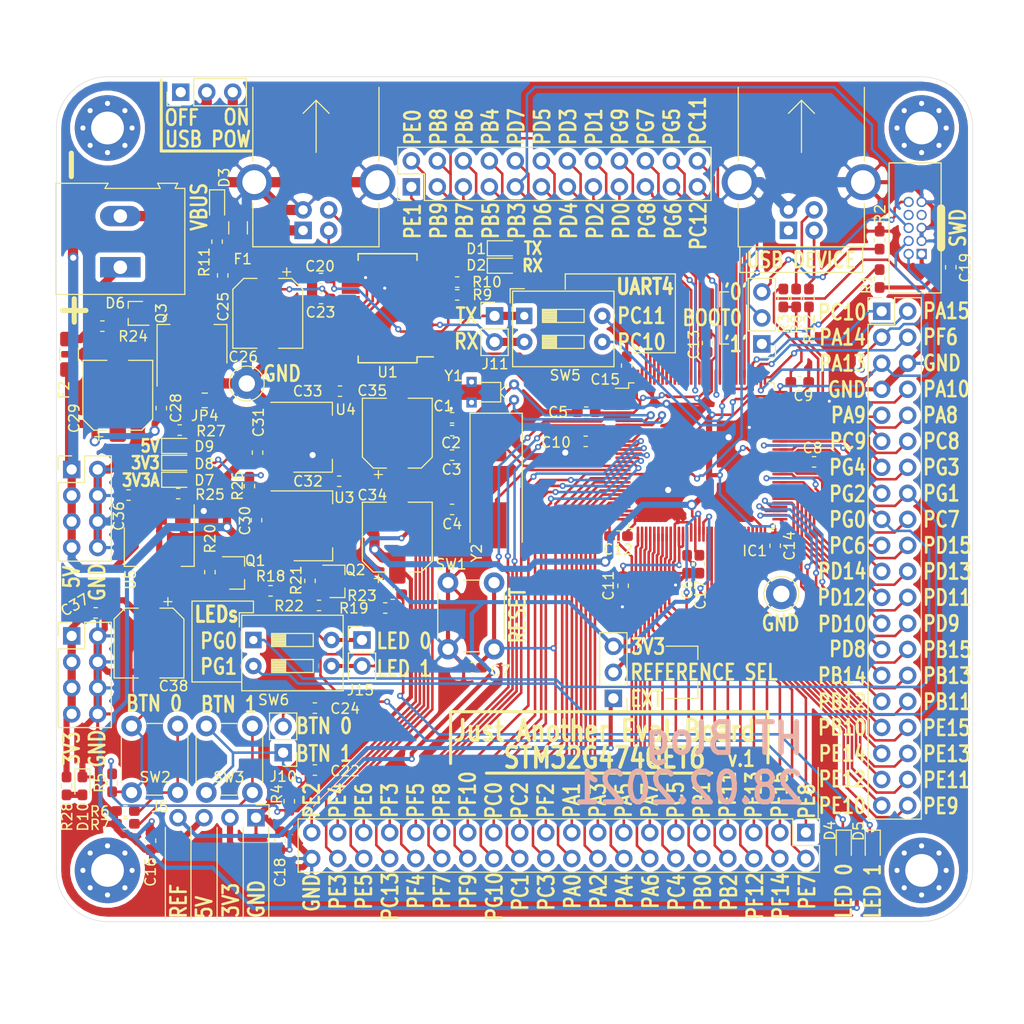
<source format=kicad_pcb>
(kicad_pcb (version 20171130) (host pcbnew "(5.1.5)-3")
  (layers (0 F.Cu signal) (31 B.Cu signal) (34 B.Paste user) (35 F.Paste user) (36 B.SilkS user) (37 F.SilkS user) (38 B.Mask user) (39 F.Mask user) (44 Edge.Cuts user))
  (net 0 "")
  (net 1 GND)
  (net 2 "Net-(C1-Pad1)")
  (net 3 "Net-(C2-Pad1)")
  (net 4 "Net-(C3-Pad1)")
  (net 5 "Net-(C4-Pad1)")
  (net 6 +3.3VA)
  (net 7 PG10)
  (net 8 +3V3)
  (net 9 /REF)
  (net 10 +5V)
  (net 11 "Net-(C20-Pad1)")
  (net 12 "Net-(C22-Pad1)")
  (net 13 VBUS)
  (net 14 "Net-(C24-Pad1)")
  (net 15 "Net-(C37-Pad1)")
  (net 16 "Net-(D1-Pad2)")
  (net 17 "Net-(D1-Pad1)")
  (net 18 "Net-(D2-Pad2)")
  (net 19 "Net-(D2-Pad1)")
  (net 20 "Net-(D3-Pad2)")
  (net 21 "Net-(D4-Pad1)")
  (net 22 "Net-(D5-Pad1)")
  (net 23 "Net-(D6-Pad3)")
  (net 24 "Net-(D6-Pad2)")
  (net 25 "Net-(D7-Pad2)")
  (net 26 "Net-(D8-Pad2)")
  (net 27 "Net-(D9-Pad2)")
  (net 28 "Net-(D10-Pad2)")
  (net 29 "Net-(F1-Pad2)")
  (net 30 "Net-(F2-Pad2)")
  (net 31 "Net-(J2-Pad1)")
  (net 32 "Net-(IC1-Pad92)")
  (net 33 "Net-(IC1-Pad93)")
  (net 34 "Net-(J3-Pad3)")
  (net 35 PB8)
  (net 36 "Net-(J3-Pad1)")
  (net 37 "Net-(J4-Pad1)")
  (net 38 PA13)
  (net 39 PA14)
  (net 40 PB3)
  (net 41 "Net-(J6-Pad7)")
  (net 42 "Net-(J6-Pad8)")
  (net 43 PE2)
  (net 44 PE3)
  (net 45 PE4)
  (net 46 PE5)
  (net 47 PE6)
  (net 48 PC13)
  (net 49 PF3)
  (net 50 PF4)
  (net 51 PF5)
  (net 52 PF7)
  (net 53 PF8)
  (net 54 PF9)
  (net 55 PF10)
  (net 56 PC0)
  (net 57 PC1)
  (net 58 PC2)
  (net 59 PC3)
  (net 60 PF2)
  (net 61 PA0)
  (net 62 PA1)
  (net 63 PA2)
  (net 64 PA3)
  (net 65 PA4)
  (net 66 PA5)
  (net 67 PA6)
  (net 68 PA7)
  (net 69 PC4)
  (net 70 PC5)
  (net 71 PB0)
  (net 72 PB1)
  (net 73 PB2)
  (net 74 PF11)
  (net 75 PF12)
  (net 76 PF13)
  (net 77 PF14)
  (net 78 PF15)
  (net 79 PE7)
  (net 80 PE8)
  (net 81 PE9)
  (net 82 PE10)
  (net 83 PE11)
  (net 84 PE12)
  (net 85 PE13)
  (net 86 PE14)
  (net 87 PE15)
  (net 88 PB10)
  (net 89 PB11)
  (net 90 PB12)
  (net 91 PB13)
  (net 92 PB14)
  (net 93 PB15)
  (net 94 PD8)
  (net 95 PD9)
  (net 96 PD10)
  (net 97 PD11)
  (net 98 PD12)
  (net 99 PD13)
  (net 100 PD14)
  (net 101 PD15)
  (net 102 PC6)
  (net 103 PC7)
  (net 104 PG0)
  (net 105 PG1)
  (net 106 PG2)
  (net 107 PG3)
  (net 108 PG4)
  (net 109 PC8)
  (net 110 PC9)
  (net 111 PA8)
  (net 112 PA9)
  (net 113 PA10)
  (net 114 PF6)
  (net 115 PA15)
  (net 116 PC10)
  (net 117 PC11)
  (net 118 PC12)
  (net 119 PG5)
  (net 120 PG6)
  (net 121 PG7)
  (net 122 PG8)
  (net 123 PG9)
  (net 124 PD0)
  (net 125 PD1)
  (net 126 PD2)
  (net 127 PD3)
  (net 128 PD4)
  (net 129 PD5)
  (net 130 PD6)
  (net 131 PD7)
  (net 132 PB4)
  (net 133 PB5)
  (net 134 PB6)
  (net 135 PB7)
  (net 136 PB9)
  (net 137 PE0)
  (net 138 PE1)
  (net 139 /Peripherals/FT232_RX)
  (net 140 /Peripherals/FT232_TX)
  (net 141 /Peripherals/DN)
  (net 142 /Peripherals/DP)
  (net 143 "Net-(J14-Pad1)")
  (net 144 "Net-(J15-Pad2)")
  (net 145 "Net-(J15-Pad1)")
  (net 146 "Net-(J16-Pad2)")
  (net 147 "Net-(Q1-Pad3)")
  (net 148 "Net-(Q1-Pad1)")
  (net 149 "Net-(Q2-Pad3)")
  (net 150 "Net-(Q2-Pad1)")
  (net 151 "Net-(R6-Pad2)")
  (net 152 "Net-(R7-Pad2)")
  (net 153 "Net-(U1-Pad28)")
  (net 154 "Net-(U1-Pad27)")
  (net 155 "Net-(U1-Pad19)")
  (net 156 "Net-(U1-Pad14)")
  (net 157 "Net-(U1-Pad13)")
  (net 158 "Net-(U1-Pad12)")
  (net 159 "Net-(U1-Pad11)")
  (net 160 "Net-(U1-Pad10)")
  (net 161 "Net-(U1-Pad9)")
  (net 162 "Net-(U1-Pad6)")
  (net 163 "Net-(U1-Pad3)")
  (net 164 "Net-(U1-Pad2)")
  (net 165 "Net-(J2-Pad2)")
  (net 166 "Net-(J2-Pad3)")
  (net 167 "Net-(H1-Pad1)")
  (net 168 "Net-(H2-Pad1)")
  (net 169 "Net-(H3-Pad1)")
  (net 170 "Net-(H4-Pad1)")
  (module TestPoint:TestPoint_Loop_D2.60mm_Drill1.6mm_Beaded (layer F.Cu) (at 184.1 97.45)
    (fp_text reference TP2 hide)
    (fp_text value TestPoint)
    (pad 1 thru_hole circle (at 0 0) (size 3 3) (drill 1.6) (layers *.Cu *.Mask) (net 1 GND))
  )
  (module TestPoint:TestPoint_Loop_D2.60mm_Drill1.6mm_Beaded (layer F.Cu) (at 236.3 118)
    (fp_text reference TP1 hide)
    (fp_text value TestPoint)
    (pad 1 thru_hole circle (at 0 0) (size 3 3) (drill 1.6) (layers *.Cu *.Mask) (net 1 GND))
  )
  (module Resistor_SMD:R_0603_1608Metric_Pad1.05x0.95mm_HandSolder (layer F.Cu) (at 239 89.1 270)
    (fp_text reference R12 (at 3 -0.05 90) (layer F.SilkS))
    (fp_text value 22R)
    (pad 2 smd roundrect (at 0.875 0 270) (size 1.05 0.95) (layers F.Cu F.Paste F.Mask) (net 32 "Net-(IC1-Pad92)"))
    (pad 1 smd roundrect (at -0.875 0 270) (size 1.05 0.95) (layers F.Cu F.Paste F.Mask) (net 165 "Net-(J2-Pad2)"))
  )
  (module Resistor_SMD:R_0603_1608Metric_Pad1.05x0.95mm_HandSolder (layer F.Cu) (at 237.75 89.1 270)
    (fp_text reference R8 (at 2.55 -0.05 90) (layer F.SilkS))
    (fp_text value 22R)
    (pad 2 smd roundrect (at 0.875 0 270) (size 1.05 0.95) (layers F.Cu F.Paste F.Mask) (net 33 "Net-(IC1-Pad93)"))
    (pad 1 smd roundrect (at -0.875 0 270) (size 1.05 0.95) (layers F.Cu F.Paste F.Mask) (net 166 "Net-(J2-Pad3)"))
  )
  (module Resistor_SMD:R_0603_1608Metric_Pad1.05x0.95mm_HandSolder (layer F.Cu) (at 236.5 89.1 270)
    (fp_text reference R3 (at 2.5 -0.05 90) (layer F.SilkS))
    (fp_text value 1k5)
    (pad 2 smd roundrect (at 0.875 0 270) (size 1.05 0.95) (layers F.Cu F.Paste F.Mask) (net 33 "Net-(IC1-Pad93)"))
    (pad 1 smd roundrect (at -0.875 0 270) (size 1.05 0.95) (layers F.Cu F.Paste F.Mask) (net 8 +3V3))
  )
  (module Connector_PinHeader_2.54mm:PinHeader_1x02_P2.54mm_Vertical (layer F.Cu) (at 187.65 133.5 180)
    (fp_text reference J10 (at 0 -2.33) (layer F.SilkS))
    (fp_text value Conn_01x02)
    (pad 2 thru_hole oval (at 0 2.54 180) (size 1.7 1.7) (drill 1) (layers *.Cu *.Mask) (net 14 "Net-(C24-Pad1)"))
    (pad 1 thru_hole rect (at 0 0 180) (size 1.7 1.7) (drill 1) (layers *.Cu *.Mask) (net 12 "Net-(C22-Pad1)"))
  )
  (module Connector_PinHeader_2.54mm:PinHeader_1x04_P2.54mm_Horizontal (layer F.Cu) (at 185 139.85 270)
    (fp_text reference J5 (at -1.05 9.4) (layer F.SilkS))
    (fp_text value EXT_REF_CON)
    (pad 4 thru_hole oval (at 0 7.62 270) (size 1.7 1.7) (drill 1) (layers *.Cu *.Mask) (net 37 "Net-(J4-Pad1)"))
    (pad 3 thru_hole oval (at 0 5.08 270) (size 1.7 1.7) (drill 1) (layers *.Cu *.Mask) (net 10 +5V))
    (pad 2 thru_hole oval (at 0 2.54 270) (size 1.7 1.7) (drill 1) (layers *.Cu *.Mask) (net 6 +3.3VA))
    (pad 1 thru_hole rect (at 0 0 270) (size 1.7 1.7) (drill 1) (layers *.Cu *.Mask) (net 1 GND))
  )
  (module Resistor_SMD:R_0805_2012Metric_Pad1.15x1.40mm_HandSolder (layer F.Cu) (at 180 99.1)
    (fp_text reference JP4 (at 0 1.5) (layer F.SilkS))
    (fp_text value protection_bypass)
    (pad 2 smd roundrect (at 1.025 0) (size 1.15 1.4) (layers F.Cu F.Paste F.Mask) (roundrect_rratio 0.217391) (net 1 GND))
    (pad 1 smd roundrect (at -1.025 0) (size 1.15 1.4) (layers F.Cu F.Paste F.Mask) (roundrect_rratio 0.217391) (net 146 "Net-(J16-Pad2)"))
  )
  (module guowa_misc:USB_B_Horizontal (layer F.Cu) (at 237 82.5 90)
    (fp_text reference J2 hide)
    (fp_text value 61400416121)
    (pad 1 thru_hole rect (at 0 0 90) (size 1.7 1.7) (drill 0.92) (layers *.Cu *.Mask) (net 31 "Net-(J2-Pad1)"))
    (pad 2 thru_hole circle (at 0 2.5 90) (size 1.7 1.7) (drill 0.92) (layers *.Cu *.Mask) (net 165 "Net-(J2-Pad2)"))
    (pad 3 thru_hole circle (at 2 2.5 90) (size 1.7 1.7) (drill 0.92) (layers *.Cu *.Mask) (net 166 "Net-(J2-Pad3)"))
    (pad 4 thru_hole circle (at 2 0 90) (size 1.7 1.7) (drill 0.92) (layers *.Cu *.Mask) (net 1 GND))
    (pad 5 thru_hole circle (at 4.71 -4.77 90) (size 3.5 3.5) (drill 2.33) (layers *.Cu *.Mask) (net 1 GND))
    (pad 5 thru_hole circle (at 4.71 7.27 90) (size 3.5 3.5) (drill 2.33) (layers *.Cu *.Mask) (net 1 GND))
  )
  (module guowa_misc:USB_B_Horizontal (layer F.Cu) (at 189.6 82.5 90)
    (fp_text reference J13 hide)
    (fp_text value 61400416121)
    (pad 1 thru_hole rect (at 0 0 90) (size 1.7 1.7) (drill 0.92) (layers *.Cu *.Mask) (net 29 "Net-(F1-Pad2)"))
    (pad 2 thru_hole circle (at 0 2.5 90) (size 1.7 1.7) (drill 0.92) (layers *.Cu *.Mask) (net 141 /Peripherals/DN))
    (pad 3 thru_hole circle (at 2 2.5 90) (size 1.7 1.7) (drill 0.92) (layers *.Cu *.Mask) (net 142 /Peripherals/DP))
    (pad 4 thru_hole circle (at 2 0 90) (size 1.7 1.7) (drill 0.92) (layers *.Cu *.Mask) (net 1 GND))
    (pad 5 thru_hole circle (at 4.71 -4.77 90) (size 3.5 3.5) (drill 2.33) (layers *.Cu *.Mask) (net 1 GND))
    (pad 5 thru_hole circle (at 4.71 7.27 90) (size 3.5 3.5) (drill 2.33) (layers *.Cu *.Mask) (net 1 GND))
  )
  (module Crystal:Crystal_SMD_HC49-SD (layer F.Cu) (at 208.45 107.05 270)
    (fp_text reference Y2 (at 6.95 1.9 90) (layer F.SilkS))
    (fp_text value 10MHz)
    (pad 2 smd rect (at 4.25 0 270) (size 4.5 2) (layers F.Cu F.Paste F.Mask) (net 5 "Net-(C4-Pad1)"))
    (pad 1 smd rect (at -4.25 0 270) (size 4.5 2) (layers F.Cu F.Paste F.Mask) (net 4 "Net-(C3-Pad1)"))
  )
  (module Package_QFP:LQFP-128_14x14mm_P0.4mm (layer F.Cu) (at 228.5 104.5)
    (fp_text reference IC1 (at 5.2 9.3) (layer F.SilkS))
    (fp_text value STM32G474QET6)
    (pad 128 smd roundrect (at -6.2 -7.6625) (size 0.25 1.475) (layers F.Cu F.Paste F.Mask) (net 8 +3V3))
    (pad 127 smd roundrect (at -5.8 -7.6625) (size 0.25 1.475) (layers F.Cu F.Paste F.Mask) (net 1 GND))
    (pad 126 smd roundrect (at -5.4 -7.6625) (size 0.25 1.475) (layers F.Cu F.Paste F.Mask) (net 138 PE1))
    (pad 125 smd roundrect (at -5 -7.6625) (size 0.25 1.475) (layers F.Cu F.Paste F.Mask) (net 137 PE0))
    (pad 124 smd roundrect (at -4.6 -7.6625) (size 0.25 1.475) (layers F.Cu F.Paste F.Mask) (net 136 PB9))
    (pad 123 smd roundrect (at -4.2 -7.6625) (size 0.25 1.475) (layers F.Cu F.Paste F.Mask) (net 35 PB8))
    (pad 122 smd roundrect (at -3.8 -7.6625) (size 0.25 1.475) (layers F.Cu F.Paste F.Mask) (net 135 PB7))
    (pad 121 smd roundrect (at -3.4 -7.6625) (size 0.25 1.475) (layers F.Cu F.Paste F.Mask) (net 134 PB6))
    (pad 120 smd roundrect (at -3 -7.6625) (size 0.25 1.475) (layers F.Cu F.Paste F.Mask) (net 133 PB5))
    (pad 119 smd roundrect (at -2.6 -7.6625) (size 0.25 1.475) (layers F.Cu F.Paste F.Mask) (net 132 PB4))
    (pad 118 smd roundrect (at -2.2 -7.6625) (size 0.25 1.475) (layers F.Cu F.Paste F.Mask) (net 40 PB3))
    (pad 117 smd roundrect (at -1.8 -7.6625) (size 0.25 1.475) (layers F.Cu F.Paste F.Mask) (net 131 PD7))
    (pad 116 smd roundrect (at -1.4 -7.6625) (size 0.25 1.475) (layers F.Cu F.Paste F.Mask) (net 130 PD6))
    (pad 115 smd roundrect (at -1 -7.6625) (size 0.25 1.475) (layers F.Cu F.Paste F.Mask) (net 129 PD5))
    (pad 114 smd roundrect (at -0.6 -7.6625) (size 0.25 1.475) (layers F.Cu F.Paste F.Mask) (net 128 PD4))
    (pad 113 smd roundrect (at -0.2 -7.6625) (size 0.25 1.475) (layers F.Cu F.Paste F.Mask) (net 127 PD3))
    (pad 112 smd roundrect (at 0.2 -7.6625) (size 0.25 1.475) (layers F.Cu F.Paste F.Mask) (net 126 PD2))
    (pad 111 smd roundrect (at 0.6 -7.6625) (size 0.25 1.475) (layers F.Cu F.Paste F.Mask) (net 8 +3V3))
    (pad 110 smd roundrect (at 1 -7.6625) (size 0.25 1.475) (layers F.Cu F.Paste F.Mask) (net 1 GND))
    (pad 109 smd roundrect (at 1.4 -7.6625) (size 0.25 1.475) (layers F.Cu F.Paste F.Mask) (net 125 PD1))
    (pad 108 smd roundrect (at 1.8 -7.6625) (size 0.25 1.475) (layers F.Cu F.Paste F.Mask) (net 124 PD0))
    (pad 107 smd roundrect (at 2.2 -7.6625) (size 0.25 1.475) (layers F.Cu F.Paste F.Mask) (net 123 PG9))
    (pad 106 smd roundrect (at 2.6 -7.6625) (size 0.25 1.475) (layers F.Cu F.Paste F.Mask) (net 122 PG8))
    (pad 105 smd roundrect (at 3 -7.6625) (size 0.25 1.475) (layers F.Cu F.Paste F.Mask) (net 121 PG7))
    (pad 104 smd roundrect (at 3.4 -7.6625) (size 0.25 1.475) (layers F.Cu F.Paste F.Mask) (net 120 PG6))
    (pad 103 smd roundrect (at 3.8 -7.6625) (size 0.25 1.475) (layers F.Cu F.Paste F.Mask) (net 119 PG5))
    (pad 102 smd roundrect (at 4.2 -7.6625) (size 0.25 1.475) (layers F.Cu F.Paste F.Mask) (net 118 PC12))
    (pad 101 smd roundrect (at 4.6 -7.6625) (size 0.25 1.475) (layers F.Cu F.Paste F.Mask) (net 117 PC11))
    (pad 100 smd roundrect (at 5 -7.6625) (size 0.25 1.475) (layers F.Cu F.Paste F.Mask) (net 116 PC10))
    (pad 99 smd roundrect (at 5.4 -7.6625) (size 0.25 1.475) (layers F.Cu F.Paste F.Mask) (net 115 PA15))
    (pad 98 smd roundrect (at 5.8 -7.6625) (size 0.25 1.475) (layers F.Cu F.Paste F.Mask) (net 39 PA14))
    (pad 97 smd roundrect (at 6.2 -7.6625) (size 0.25 1.475) (layers F.Cu F.Paste F.Mask) (net 114 PF6))
    (pad 96 smd roundrect (at 7.6625 -6.2) (size 1.475 0.25) (layers F.Cu F.Paste F.Mask) (net 38 PA13))
    (pad 95 smd roundrect (at 7.6625 -5.8) (size 1.475 0.25) (layers F.Cu F.Paste F.Mask) (net 8 +3V3))
    (pad 94 smd roundrect (at 7.6625 -5.4) (size 1.475 0.25) (layers F.Cu F.Paste F.Mask) (net 1 GND))
    (pad 93 smd roundrect (at 7.6625 -5) (size 1.475 0.25) (layers F.Cu F.Paste F.Mask) (net 33 "Net-(IC1-Pad93)"))
    (pad 92 smd roundrect (at 7.6625 -4.6) (size 1.475 0.25) (layers F.Cu F.Paste F.Mask) (net 32 "Net-(IC1-Pad92)"))
    (pad 91 smd roundrect (at 7.6625 -4.2) (size 1.475 0.25) (layers F.Cu F.Paste F.Mask) (net 113 PA10))
    (pad 90 smd roundrect (at 7.6625 -3.8) (size 1.475 0.25) (layers F.Cu F.Paste F.Mask) (net 112 PA9))
    (pad 89 smd roundrect (at 7.6625 -3.4) (size 1.475 0.25) (layers F.Cu F.Paste F.Mask) (net 111 PA8))
    (pad 88 smd roundrect (at 7.6625 -3) (size 1.475 0.25) (layers F.Cu F.Paste F.Mask) (net 110 PC9))
    (pad 87 smd roundrect (at 7.6625 -2.6) (size 1.475 0.25) (layers F.Cu F.Paste F.Mask) (net 109 PC8))
    (pad 86 smd roundrect (at 7.6625 -2.2) (size 1.475 0.25) (layers F.Cu F.Paste F.Mask) (net 108 PG4))
    (pad 85 smd roundrect (at 7.6625 -1.8) (size 1.475 0.25) (layers F.Cu F.Paste F.Mask) (net 107 PG3))
    (pad 84 smd roundrect (at 7.6625 -1.4) (size 1.475 0.25) (layers F.Cu F.Paste F.Mask) (net 106 PG2))
    (pad 83 smd roundrect (at 7.6625 -1) (size 1.475 0.25) (layers F.Cu F.Paste F.Mask) (net 105 PG1))
    (pad 82 smd roundrect (at 7.6625 -0.6) (size 1.475 0.25) (layers F.Cu F.Paste F.Mask) (net 104 PG0))
    (pad 81 smd roundrect (at 7.6625 -0.2) (size 1.475 0.25) (layers F.Cu F.Paste F.Mask) (net 103 PC7))
    (pad 80 smd roundrect (at 7.6625 0.2) (size 1.475 0.25) (layers F.Cu F.Paste F.Mask) (net 102 PC6))
    (pad 79 smd roundrect (at 7.6625 0.6) (size 1.475 0.25) (layers F.Cu F.Paste F.Mask) (net 8 +3V3))
    (pad 78 smd roundrect (at 7.6625 1) (size 1.475 0.25) (layers F.Cu F.Paste F.Mask) (net 1 GND))
    (pad 77 smd roundrect (at 7.6625 1.4) (size 1.475 0.25) (layers F.Cu F.Paste F.Mask) (net 101 PD15))
    (pad 76 smd roundrect (at 7.6625 1.8) (size 1.475 0.25) (layers F.Cu F.Paste F.Mask) (net 100 PD14))
    (pad 75 smd roundrect (at 7.6625 2.2) (size 1.475 0.25) (layers F.Cu F.Paste F.Mask) (net 99 PD13))
    (pad 74 smd roundrect (at 7.6625 2.6) (size 1.475 0.25) (layers F.Cu F.Paste F.Mask) (net 98 PD12))
    (pad 73 smd roundrect (at 7.6625 3) (size 1.475 0.25) (layers F.Cu F.Paste F.Mask) (net 97 PD11))
    (pad 72 smd roundrect (at 7.6625 3.4) (size 1.475 0.25) (layers F.Cu F.Paste F.Mask) (net 96 PD10))
    (pad 71 smd roundrect (at 7.6625 3.8) (size 1.475 0.25) (layers F.Cu F.Paste F.Mask) (net 95 PD9))
    (pad 70 smd roundrect (at 7.6625 4.2) (size 1.475 0.25) (layers F.Cu F.Paste F.Mask) (net 94 PD8))
    (pad 69 smd roundrect (at 7.6625 4.6) (size 1.475 0.25) (layers F.Cu F.Paste F.Mask) (net 93 PB15))
    (pad 68 smd roundrect (at 7.6625 5) (size 1.475 0.25) (layers F.Cu F.Paste F.Mask) (net 92 PB14))
    (pad 67 smd roundrect (at 7.6625 5.4) (size 1.475 0.25) (layers F.Cu F.Paste F.Mask) (net 91 PB13))
    (pad 66 smd roundrect (at 7.6625 5.8) (size 1.475 0.25) (layers F.Cu F.Paste F.Mask) (net 90 PB12))
    (pad 65 smd roundrect (at 7.6625 6.2) (size 1.475 0.25) (layers F.Cu F.Paste F.Mask) (net 89 PB11))
    (pad 64 smd roundrect (at 6.2 7.6625) (size 0.25 1.475) (layers F.Cu F.Paste F.Mask) (net 8 +3V3))
    (pad 63 smd roundrect (at 5.8 7.6625) (size 0.25 1.475) (layers F.Cu F.Paste F.Mask) (net 1 GND))
    (pad 62 smd roundrect (at 5.4 7.6625) (size 0.25 1.475) (layers F.Cu F.Paste F.Mask) (net 88 PB10))
    (pad 61 smd roundrect (at 5 7.6625) (size 0.25 1.475) (layers F.Cu F.Paste F.Mask) (net 87 PE15))
    (pad 60 smd roundrect (at 4.6 7.6625) (size 0.25 1.475) (layers F.Cu F.Paste F.Mask) (net 86 PE14))
    (pad 59 smd roundrect (at 4.2 7.6625) (size 0.25 1.475) (layers F.Cu F.Paste F.Mask) (net 85 PE13))
    (pad 58 smd roundrect (at 3.8 7.6625) (size 0.25 1.475) (layers F.Cu F.Paste F.Mask) (net 84 PE12))
    (pad 57 smd roundrect (at 3.4 7.6625) (size 0.25 1.475) (layers F.Cu F.Paste F.Mask) (net 83 PE11))
    (pad 56 smd roundrect (at 3 7.6625) (size 0.25 1.475) (layers F.Cu F.Paste F.Mask) (net 82 PE10))
    (pad 55 smd roundrect (at 2.6 7.6625) (size 0.25 1.475) (layers F.Cu F.Paste F.Mask) (net 81 PE9))
    (pad 54 smd roundrect (at 2.2 7.6625) (size 0.25 1.475) (layers F.Cu F.Paste F.Mask) (net 80 PE8))
    (pad 53 smd roundrect (at 1.8 7.6625) (size 0.25 1.475) (layers F.Cu F.Paste F.Mask) (net 79 PE7))
    (pad 52 smd roundrect (at 1.4 7.6625) (size 0.25 1.475) (layers F.Cu F.Paste F.Mask) (net 78 PF15))
    (pad 51 smd roundrect (at 1 7.6625) (size 0.25 1.475) (layers F.Cu F.Paste F.Mask) (net 77 PF14))
    (pad 50 smd roundrect (at 0.6 7.6625) (size 0.25 1.475) (layers F.Cu F.Paste F.Mask) (net 76 PF13))
    (pad 49 smd roundrect (at 0.2 7.6625) (size 0.25 1.475) (layers F.Cu F.Paste F.Mask) (net 75 PF12))
    (pad 48 smd roundrect (at -0.2 7.6625) (size 0.25 1.475) (layers F.Cu F.Paste F.Mask) (net 74 PF11))
    (pad 47 smd roundrect (at -0.6 7.6625) (size 0.25 1.475) (layers F.Cu F.Paste F.Mask) (net 8 +3V3))
    (pad 46 smd roundrect (at -1 7.6625) (size 0.25 1.475) (layers F.Cu F.Paste F.Mask) (net 1 GND))
    (pad 45 smd roundrect (at -1.4 7.6625) (size 0.25 1.475) (layers F.Cu F.Paste F.Mask) (net 6 +3.3VA))
    (pad 44 smd roundrect (at -1.8 7.6625) (size 0.25 1.475) (layers F.Cu F.Paste F.Mask) (net 9 /REF))
    (pad 43 smd roundrect (at -2.2 7.6625) (size 0.25 1.475) (layers F.Cu F.Paste F.Mask) (net 9 /REF))
    (pad 42 smd roundrect (at -2.6 7.6625) (size 0.25 1.475) (layers F.Cu F.Paste F.Mask) (net 1 GND))
    (pad 41 smd roundrect (at -3 7.6625) (size 0.25 1.475) (layers F.Cu F.Paste F.Mask) (net 73 PB2))
    (pad 40 smd roundrect (at -3.4 7.6625) (size 0.25 1.475) (layers F.Cu F.Paste F.Mask) (net 72 PB1))
    (pad 39 smd roundrect (at -3.8 7.6625) (size 0.25 1.475) (layers F.Cu F.Paste F.Mask) (net 71 PB0))
    (pad 38 smd roundrect (at -4.2 7.6625) (size 0.25 1.475) (layers F.Cu F.Paste F.Mask) (net 70 PC5))
    (pad 37 smd roundrect (at -4.6 7.6625) (size 0.25 1.475) (layers F.Cu F.Paste F.Mask) (net 69 PC4))
    (pad 36 smd roundrect (at -5 7.6625) (size 0.25 1.475) (layers F.Cu F.Paste F.Mask) (net 68 PA7))
    (pad 35 smd roundrect (at -5.4 7.6625) (size 0.25 1.475) (layers F.Cu F.Paste F.Mask) (net 67 PA6))
    (pad 34 smd roundrect (at -5.8 7.6625) (size 0.25 1.475) (layers F.Cu F.Paste F.Mask) (net 66 PA5))
    (pad 33 smd roundrect (at -6.2 7.6625) (size 0.25 1.475) (layers F.Cu F.Paste F.Mask) (net 65 PA4))
    (pad 32 smd roundrect (at -7.6625 6.2) (size 1.475 0.25) (layers F.Cu F.Paste F.Mask) (net 64 PA3))
    (pad 31 smd roundrect (at -7.6625 5.8) (size 1.475 0.25) (layers F.Cu F.Paste F.Mask) (net 8 +3V3))
    (pad 30 smd roundrect (at -7.6625 5.4) (size 1.475 0.25) (layers F.Cu F.Paste F.Mask) (net 1 GND))
    (pad 29 smd roundrect (at -7.6625 5) (size 1.475 0.25) (layers F.Cu F.Paste F.Mask) (net 63 PA2))
    (pad 28 smd roundrect (at -7.6625 4.6) (size 1.475 0.25) (layers F.Cu F.Paste F.Mask) (net 62 PA1))
    (pad 27 smd roundrect (at -7.6625 4.2) (size 1.475 0.25) (layers F.Cu F.Paste F.Mask) (net 61 PA0))
    (pad 26 smd roundrect (at -7.6625 3.8) (size 1.475 0.25) (layers F.Cu F.Paste F.Mask) (net 60 PF2))
    (pad 25 smd roundrect (at -7.6625 3.4) (size 1.475 0.25) (layers F.Cu F.Paste F.Mask) (net 59 PC3))
    (pad 24 smd roundrect (at -7.6625 3) (size 1.475 0.25) (layers F.Cu F.Paste F.Mask) (net 58 PC2))
    (pad 23 smd roundrect (at -7.6625 2.6) (size 1.475 0.25) (layers F.Cu F.Paste F.Mask) (net 57 PC1))
    (pad 22 smd roundrect (at -7.6625 2.2) (size 1.475 0.25) (layers F.Cu F.Paste F.Mask) (net 56 PC0))
    (pad 21 smd roundrect (at -7.6625 1.8) (size 1.475 0.25) (layers F.Cu F.Paste F.Mask) (net 7 PG10))
    (pad 20 smd roundrect (at -7.6625 1.4) (size 1.475 0.25) (layers F.Cu F.Paste F.Mask) (net 5 "Net-(C4-Pad1)"))
    (pad 19 smd roundrect (at -7.6625 1) (size 1.475 0.25) (layers F.Cu F.Paste F.Mask) (net 4 "Net-(C3-Pad1)"))
    (pad 18 smd roundrect (at -7.6625 0.6) (size 1.475 0.25) (layers F.Cu F.Paste F.Mask) (net 55 PF10))
    (pad 17 smd roundrect (at -7.6625 0.2) (size 1.475 0.25) (layers F.Cu F.Paste F.Mask) (net 54 PF9))
    (pad 16 smd roundrect (at -7.6625 -0.2) (size 1.475 0.25) (layers F.Cu F.Paste F.Mask) (net 53 PF8))
    (pad 15 smd roundrect (at -7.6625 -0.6) (size 1.475 0.25) (layers F.Cu F.Paste F.Mask) (net 52 PF7))
    (pad 14 smd roundrect (at -7.6625 -1) (size 1.475 0.25) (layers F.Cu F.Paste F.Mask) (net 51 PF5))
    (pad 13 smd roundrect (at -7.6625 -1.4) (size 1.475 0.25) (layers F.Cu F.Paste F.Mask) (net 8 +3V3))
    (pad 12 smd roundrect (at -7.6625 -1.8) (size 1.475 0.25) (layers F.Cu F.Paste F.Mask) (net 1 GND))
    (pad 11 smd roundrect (at -7.6625 -2.2) (size 1.475 0.25) (layers F.Cu F.Paste F.Mask) (net 50 PF4))
    (pad 10 smd roundrect (at -7.6625 -2.6) (size 1.475 0.25) (layers F.Cu F.Paste F.Mask) (net 49 PF3))
    (pad 9 smd roundrect (at -7.6625 -3) (size 1.475 0.25) (layers F.Cu F.Paste F.Mask) (net 3 "Net-(C2-Pad1)"))
    (pad 8 smd roundrect (at -7.6625 -3.4) (size 1.475 0.25) (layers F.Cu F.Paste F.Mask) (net 2 "Net-(C1-Pad1)"))
    (pad 7 smd roundrect (at -7.6625 -3.8) (size 1.475 0.25) (layers F.Cu F.Paste F.Mask) (net 48 PC13))
    (pad 6 smd roundrect (at -7.6625 -4.2) (size 1.475 0.25) (layers F.Cu F.Paste F.Mask) (net 8 +3V3))
    (pad 5 smd roundrect (at -7.6625 -4.6) (size 1.475 0.25) (layers F.Cu F.Paste F.Mask) (net 47 PE6))
    (pad 4 smd roundrect (at -7.6625 -5) (size 1.475 0.25) (layers F.Cu F.Paste F.Mask) (net 46 PE5))
    (pad 3 smd roundrect (at -7.6625 -5.4) (size 1.475 0.25) (layers F.Cu F.Paste F.Mask) (net 45 PE4))
    (pad 2 smd roundrect (at -7.6625 -5.8) (size 1.475 0.25) (layers F.Cu F.Paste F.Mask) (net 44 PE3))
    (pad 1 smd roundrect (at -7.6625 -6.2) (size 1.475 0.25) (layers F.Cu F.Paste F.Mask) (net 43 PE2))
  )
  (module Crystal:Crystal_DS10_D1.0mm_L4.3mm_Horizontal_1EP_style2 (layer F.Cu) (at 210.2 97.55 270)
    (fp_text reference Y1 (at -0.85 5.9) (layer F.SilkS))
    (fp_text value 32.7680kHz)
    (pad 3 thru_hole rect (at 1.75 4.15 270) (size 1 1) (drill 0.5) (layers *.Cu *.Mask))
    (pad 3 thru_hole rect (at -0.25 4.15 270) (size 1 1) (drill 0.5) (layers *.Cu *.Mask))
    (pad 3 smd rect (at 0.75 4.15 270) (size 1.5 4.3) (layers F.Cu F.Paste F.Mask))
    (pad 2 thru_hole circle (at 1.5 0 270) (size 1 1) (drill 0.5) (layers *.Cu *.Mask) (net 3 "Net-(C2-Pad1)"))
    (pad 1 thru_hole circle (at 0 0 270) (size 1 1) (drill 0.5) (layers *.Cu *.Mask) (net 2 "Net-(C1-Pad1)"))
  )
  (module Package_TO_SOT_SMD:SOT-223-3_TabPin2 (layer F.Cu) (at 175.55 113.4 270)
    (fp_text reference U5 (at 3.2 2.8 270) (layer F.SilkS))
    (fp_text value AMS1117-3.3)
    (pad 1 smd rect (at -3.15 -2.3 270) (size 2 1.5) (layers F.Cu F.Paste F.Mask) (net 1 GND))
    (pad 3 smd rect (at -3.15 2.3 270) (size 2 1.5) (layers F.Cu F.Paste F.Mask) (net 10 +5V))
    (pad 2 smd rect (at -3.15 0 270) (size 2 1.5) (layers F.Cu F.Paste F.Mask) (net 15 "Net-(C37-Pad1)"))
    (pad 2 smd rect (at 3.15 0 270) (size 2 3.8) (layers F.Cu F.Paste F.Mask) (net 15 "Net-(C37-Pad1)"))
  )
  (module Package_TO_SOT_SMD:SOT-223-3_TabPin2 (layer F.Cu) (at 190.55 102.7)
    (fp_text reference U4 (at 3.2 -2.7) (layer F.SilkS))
    (fp_text value AMS1117-3.3)
    (pad 1 smd rect (at -3.15 -2.3) (size 2 1.5) (layers F.Cu F.Paste F.Mask) (net 1 GND))
    (pad 3 smd rect (at -3.15 2.3) (size 2 1.5) (layers F.Cu F.Paste F.Mask) (net 10 +5V))
    (pad 2 smd rect (at -3.15 0) (size 2 1.5) (layers F.Cu F.Paste F.Mask) (net 6 +3.3VA))
    (pad 2 smd rect (at 3.15 0) (size 2 3.8) (layers F.Cu F.Paste F.Mask) (net 6 +3.3VA))
  )
  (module Package_TO_SOT_SMD:SOT-223-3_TabPin2 (layer F.Cu) (at 190.575 111.35)
    (fp_text reference U3 (at 3.05 -2.75) (layer F.SilkS))
    (fp_text value AMS1117-3.3)
    (pad 1 smd rect (at -3.15 -2.3) (size 2 1.5) (layers F.Cu F.Paste F.Mask) (net 1 GND))
    (pad 3 smd rect (at -3.15 2.3) (size 2 1.5) (layers F.Cu F.Paste F.Mask) (net 10 +5V))
    (pad 2 smd rect (at -3.15 0) (size 2 1.5) (layers F.Cu F.Paste F.Mask) (net 8 +3V3))
    (pad 2 smd rect (at 3.15 0) (size 2 3.8) (layers F.Cu F.Paste F.Mask) (net 8 +3V3))
  )
  (module Package_SO:SSOP-28_5.3x10.2mm_P0.65mm (layer F.Cu) (at 197.85 90.1 180)
    (fp_text reference U1 (at 0 -6.25) (layer F.SilkS))
    (fp_text value FT232RL)
    (pad 28 smd rect (at 3.6 -4.225 180) (size 1.75 0.45) (layers F.Cu F.Paste F.Mask) (net 153 "Net-(U1-Pad28)"))
    (pad 27 smd rect (at 3.6 -3.575 180) (size 1.75 0.45) (layers F.Cu F.Paste F.Mask) (net 154 "Net-(U1-Pad27)"))
    (pad 26 smd rect (at 3.6 -2.925 180) (size 1.75 0.45) (layers F.Cu F.Paste F.Mask) (net 1 GND))
    (pad 25 smd rect (at 3.6 -2.275 180) (size 1.75 0.45) (layers F.Cu F.Paste F.Mask) (net 1 GND))
    (pad 24 smd rect (at 3.6 -1.625 180) (size 1.75 0.45) (layers F.Cu F.Paste F.Mask))
    (pad 23 smd rect (at 3.6 -0.975 180) (size 1.75 0.45) (layers F.Cu F.Paste F.Mask) (net 17 "Net-(D1-Pad1)"))
    (pad 22 smd rect (at 3.6 -0.325 180) (size 1.75 0.45) (layers F.Cu F.Paste F.Mask) (net 19 "Net-(D2-Pad1)"))
    (pad 21 smd rect (at 3.6 0.325 180) (size 1.75 0.45) (layers F.Cu F.Paste F.Mask) (net 1 GND))
    (pad 20 smd rect (at 3.6 0.975 180) (size 1.75 0.45) (layers F.Cu F.Paste F.Mask) (net 13 VBUS))
    (pad 19 smd rect (at 3.6 1.625 180) (size 1.75 0.45) (layers F.Cu F.Paste F.Mask) (net 155 "Net-(U1-Pad19)"))
    (pad 18 smd rect (at 3.6 2.275 180) (size 1.75 0.45) (layers F.Cu F.Paste F.Mask) (net 1 GND))
    (pad 17 smd rect (at 3.6 2.925 180) (size 1.75 0.45) (layers F.Cu F.Paste F.Mask) (net 11 "Net-(C20-Pad1)"))
    (pad 16 smd rect (at 3.6 3.575 180) (size 1.75 0.45) (layers F.Cu F.Paste F.Mask) (net 141 /Peripherals/DN))
    (pad 15 smd rect (at 3.6 4.225 180) (size 1.75 0.45) (layers F.Cu F.Paste F.Mask) (net 142 /Peripherals/DP))
    (pad 14 smd rect (at -3.6 4.225 180) (size 1.75 0.45) (layers F.Cu F.Paste F.Mask) (net 156 "Net-(U1-Pad14)"))
    (pad 13 smd rect (at -3.6 3.575 180) (size 1.75 0.45) (layers F.Cu F.Paste F.Mask) (net 157 "Net-(U1-Pad13)"))
    (pad 12 smd rect (at -3.6 2.925 180) (size 1.75 0.45) (layers F.Cu F.Paste F.Mask) (net 158 "Net-(U1-Pad12)"))
    (pad 11 smd rect (at -3.6 2.275 180) (size 1.75 0.45) (layers F.Cu F.Paste F.Mask) (net 159 "Net-(U1-Pad11)"))
    (pad 10 smd rect (at -3.6 1.625 180) (size 1.75 0.45) (layers F.Cu F.Paste F.Mask) (net 160 "Net-(U1-Pad10)"))
    (pad 9 smd rect (at -3.6 0.975 180) (size 1.75 0.45) (layers F.Cu F.Paste F.Mask) (net 161 "Net-(U1-Pad9)"))
    (pad 8 smd rect (at -3.6 0.325 180) (size 1.75 0.45) (layers F.Cu F.Paste F.Mask))
    (pad 7 smd rect (at -3.6 -0.325 180) (size 1.75 0.45) (layers F.Cu F.Paste F.Mask) (net 1 GND))
    (pad 6 smd rect (at -3.6 -0.975 180) (size 1.75 0.45) (layers F.Cu F.Paste F.Mask) (net 162 "Net-(U1-Pad6)"))
    (pad 5 smd rect (at -3.6 -1.625 180) (size 1.75 0.45) (layers F.Cu F.Paste F.Mask) (net 139 /Peripherals/FT232_RX))
    (pad 4 smd rect (at -3.6 -2.275 180) (size 1.75 0.45) (layers F.Cu F.Paste F.Mask) (net 11 "Net-(C20-Pad1)"))
    (pad 3 smd rect (at -3.6 -2.925 180) (size 1.75 0.45) (layers F.Cu F.Paste F.Mask) (net 163 "Net-(U1-Pad3)"))
    (pad 2 smd rect (at -3.6 -3.575 180) (size 1.75 0.45) (layers F.Cu F.Paste F.Mask) (net 164 "Net-(U1-Pad2)"))
    (pad 1 smd rect (at -3.6 -4.225 180) (size 1.75 0.45) (layers F.Cu F.Paste F.Mask) (net 140 /Peripherals/FT232_TX))
  )
  (module Button_Switch_THT:SW_DIP_SPSTx02_Slide_9.78x7.26mm_W7.62mm_P2.54mm (layer F.Cu) (at 184.75 122.5)
    (fp_text reference SW6 (at 1.975 5.85) (layer F.SilkS))
    (fp_text value SW_SLIDE)
    (pad 4 thru_hole oval (at 7.62 0) (size 1.6 1.6) (drill 0.8) (layers *.Cu *.Mask) (net 145 "Net-(J15-Pad1)"))
    (pad 2 thru_hole oval (at 0 2.54) (size 1.6 1.6) (drill 0.8) (layers *.Cu *.Mask) (net 105 PG1))
    (pad 3 thru_hole oval (at 7.62 2.54) (size 1.6 1.6) (drill 0.8) (layers *.Cu *.Mask) (net 144 "Net-(J15-Pad2)"))
    (pad 1 thru_hole rect (at 0 0) (size 1.6 1.6) (drill 0.8) (layers *.Cu *.Mask) (net 104 PG0))
  )
  (module Button_Switch_THT:SW_DIP_SPSTx02_Slide_9.78x7.26mm_W7.62mm_P2.54mm (layer F.Cu) (at 211.2 90.85)
    (fp_text reference SW5 (at 4 5.8) (layer F.SilkS))
    (fp_text value SW_SLIDE)
    (pad 4 thru_hole oval (at 7.62 0) (size 1.6 1.6) (drill 0.8) (layers *.Cu *.Mask) (net 117 PC11))
    (pad 2 thru_hole oval (at 0 2.54) (size 1.6 1.6) (drill 0.8) (layers *.Cu *.Mask) (net 139 /Peripherals/FT232_RX))
    (pad 3 thru_hole oval (at 7.62 2.54) (size 1.6 1.6) (drill 0.8) (layers *.Cu *.Mask) (net 116 PC10))
    (pad 1 thru_hole rect (at 0 0) (size 1.6 1.6) (drill 0.8) (layers *.Cu *.Mask) (net 140 /Peripherals/FT232_TX))
  )
  (module Button_Switch_THT:SW_PUSH_6mm_H4.3mm (layer F.Cu) (at 180.15 137.4 90)
    (fp_text reference SW3 (at 1.5 2.2 180) (layer F.SilkS))
    (fp_text value SW_SPST)
    (pad 1 thru_hole circle (at 6.5 0 180) (size 2 2) (drill 1.1) (layers *.Cu *.Mask) (net 12 "Net-(C22-Pad1)"))
    (pad 2 thru_hole circle (at 6.5 4.5 180) (size 2 2) (drill 1.1) (layers *.Cu *.Mask) (net 152 "Net-(R7-Pad2)"))
    (pad 1 thru_hole circle (at 0 0 180) (size 2 2) (drill 1.1) (layers *.Cu *.Mask) (net 12 "Net-(C22-Pad1)"))
    (pad 2 thru_hole circle (at 0 4.5 180) (size 2 2) (drill 1.1) (layers *.Cu *.Mask) (net 152 "Net-(R7-Pad2)"))
  )
  (module Button_Switch_THT:SW_PUSH_6mm_H4.3mm (layer F.Cu) (at 172.85 137.4 90)
    (fp_text reference SW2 (at 1.5 2.3 180) (layer F.SilkS))
    (fp_text value SW_SPST)
    (pad 1 thru_hole circle (at 6.5 0 180) (size 2 2) (drill 1.1) (layers *.Cu *.Mask) (net 14 "Net-(C24-Pad1)"))
    (pad 2 thru_hole circle (at 6.5 4.5 180) (size 2 2) (drill 1.1) (layers *.Cu *.Mask) (net 151 "Net-(R6-Pad2)"))
    (pad 1 thru_hole circle (at 0 0 180) (size 2 2) (drill 1.1) (layers *.Cu *.Mask) (net 14 "Net-(C24-Pad1)"))
    (pad 2 thru_hole circle (at 0 4.5 180) (size 2 2) (drill 1.1) (layers *.Cu *.Mask) (net 151 "Net-(R6-Pad2)"))
  )
  (module Button_Switch_THT:SW_PUSH_6mm_H4.3mm (layer F.Cu) (at 208.25 116.9 270)
    (fp_text reference SW1 (at -1.8 4.2 180) (layer F.SilkS))
    (fp_text value SW_SPST)
    (pad 1 thru_hole circle (at 6.5 0) (size 2 2) (drill 1.1) (layers *.Cu *.Mask) (net 7 PG10))
    (pad 2 thru_hole circle (at 6.5 4.5) (size 2 2) (drill 1.1) (layers *.Cu *.Mask) (net 1 GND))
    (pad 1 thru_hole circle (at 0 0) (size 2 2) (drill 1.1) (layers *.Cu *.Mask) (net 7 PG10))
    (pad 2 thru_hole circle (at 0 4.5) (size 2 2) (drill 1.1) (layers *.Cu *.Mask) (net 1 GND))
  )
  (module Resistor_SMD:R_0603_1608Metric_Pad1.05x0.95mm_HandSolder (layer F.Cu) (at 166.5 136.75 270)
    (fp_text reference R28 (at 3 -0.05 90) (layer F.SilkS))
    (fp_text value 20k)
    (pad 2 smd roundrect (at 0.875 0 270) (size 1.05 0.95) (layers F.Cu F.Paste F.Mask) (net 28 "Net-(D10-Pad2)"))
    (pad 1 smd roundrect (at -0.875 0 270) (size 1.05 0.95) (layers F.Cu F.Paste F.Mask) (net 15 "Net-(C37-Pad1)"))
  )
  (module Resistor_SMD:R_0603_1608Metric_Pad1.05x0.95mm_HandSolder (layer F.Cu) (at 177.55 102)
    (fp_text reference R27 (at 3.05 0.1) (layer F.SilkS))
    (fp_text value 20k)
    (pad 2 smd roundrect (at 0.875 0) (size 1.05 0.95) (layers F.Cu F.Paste F.Mask) (net 27 "Net-(D9-Pad2)"))
    (pad 1 smd roundrect (at -0.875 0) (size 1.05 0.95) (layers F.Cu F.Paste F.Mask) (net 10 +5V))
  )
  (module Resistor_SMD:R_0603_1608Metric_Pad1.05x0.95mm_HandSolder (layer F.Cu) (at 184.35 107.475 90)
    (fp_text reference R26 (at 0.025 -1.15 90) (layer F.SilkS))
    (fp_text value 20k)
    (pad 2 smd roundrect (at 0.875 0 90) (size 1.05 0.95) (layers F.Cu F.Paste F.Mask) (net 26 "Net-(D8-Pad2)"))
    (pad 1 smd roundrect (at -0.875 0 90) (size 1.05 0.95) (layers F.Cu F.Paste F.Mask) (net 8 +3V3))
  )
  (module Resistor_SMD:R_0603_1608Metric_Pad1.05x0.95mm_HandSolder (layer F.Cu) (at 177.4 108.2 180)
    (fp_text reference R25 (at -3.1 -0.1) (layer F.SilkS))
    (fp_text value 20k)
    (pad 2 smd roundrect (at 0.875 0 180) (size 1.05 0.95) (layers F.Cu F.Paste F.Mask) (net 25 "Net-(D7-Pad2)"))
    (pad 1 smd roundrect (at -0.875 0 180) (size 1.05 0.95) (layers F.Cu F.Paste F.Mask) (net 6 +3.3VA))
  )
  (module Resistor_SMD:R_0603_1608Metric_Pad1.05x0.95mm_HandSolder (layer F.Cu) (at 170 91.85)
    (fp_text reference R24 (at 3 1) (layer F.SilkS))
    (fp_text value 1k)
    (pad 2 smd roundrect (at 0.875 0) (size 1.05 0.95) (layers F.Cu F.Paste F.Mask) (net 23 "Net-(D6-Pad3)"))
    (pad 1 smd roundrect (at -0.875 0) (size 1.05 0.95) (layers F.Cu F.Paste F.Mask) (net 30 "Net-(F2-Pad2)"))
  )
  (module Resistor_SMD:R_0603_1608Metric_Pad1.05x0.95mm_HandSolder (layer F.Cu) (at 198.35 118.025 180)
    (fp_text reference R23 (at 3 -0.15) (layer F.SilkS))
    (fp_text value "10k 1%")
    (pad 2 smd roundrect (at 0.875 0 180) (size 1.05 0.95) (layers F.Cu F.Paste F.Mask) (net 149 "Net-(Q2-Pad3)"))
    (pad 1 smd roundrect (at -0.875 0 180) (size 1.05 0.95) (layers F.Cu F.Paste F.Mask) (net 22 "Net-(D5-Pad1)"))
  )
  (module Resistor_SMD:R_0603_1608Metric_Pad1.05x0.95mm_HandSolder (layer F.Cu) (at 191.15 119.125 180)
    (fp_text reference R22 (at 2.925 -0.05) (layer F.SilkS))
    (fp_text value "10k 1%")
    (pad 2 smd roundrect (at 0.875 0 180) (size 1.05 0.95) (layers F.Cu F.Paste F.Mask) (net 147 "Net-(Q1-Pad3)"))
    (pad 1 smd roundrect (at -0.875 0 180) (size 1.05 0.95) (layers F.Cu F.Paste F.Mask) (net 21 "Net-(D4-Pad1)"))
  )
  (module Resistor_SMD:R_0603_1608Metric_Pad1.05x0.95mm_HandSolder (layer F.Cu) (at 190.275 116.725 270)
    (fp_text reference R21 (at -0.05 1.35 90) (layer F.SilkS))
    (fp_text value "47k 1%")
    (pad 2 smd roundrect (at 0.875 0 270) (size 1.05 0.95) (layers F.Cu F.Paste F.Mask) (net 1 GND))
    (pad 1 smd roundrect (at -0.875 0 270) (size 1.05 0.95) (layers F.Cu F.Paste F.Mask) (net 150 "Net-(Q2-Pad1)"))
  )
  (module Resistor_SMD:R_0603_1608Metric_Pad1.05x0.95mm_HandSolder (layer F.Cu) (at 180.5 115.875 270)
    (fp_text reference R20 (at -3.275 -0.025 90) (layer F.SilkS))
    (fp_text value "47k 1%")
    (pad 2 smd roundrect (at 0.875 0 270) (size 1.05 0.95) (layers F.Cu F.Paste F.Mask) (net 1 GND))
    (pad 1 smd roundrect (at -0.875 0 270) (size 1.05 0.95) (layers F.Cu F.Paste F.Mask) (net 148 "Net-(Q1-Pad1)"))
  )
  (module Resistor_SMD:R_0603_1608Metric_Pad1.05x0.95mm_HandSolder (layer F.Cu) (at 197.625 119.375)
    (fp_text reference R19 (at -3.075 0.025) (layer F.SilkS))
    (fp_text value "1k 1%")
    (pad 2 smd roundrect (at 0.875 0) (size 1.05 0.95) (layers F.Cu F.Paste F.Mask) (net 144 "Net-(J15-Pad2)"))
    (pad 1 smd roundrect (at -0.875 0) (size 1.05 0.95) (layers F.Cu F.Paste F.Mask) (net 150 "Net-(Q2-Pad1)"))
  )
  (module Resistor_SMD:R_0603_1608Metric_Pad1.05x0.95mm_HandSolder (layer F.Cu) (at 186.425 117.7)
    (fp_text reference R18 (at 0 -1.43) (layer F.SilkS))
    (fp_text value "1k 1%")
    (pad 2 smd roundrect (at 0.875 0) (size 1.05 0.95) (layers F.Cu F.Paste F.Mask) (net 145 "Net-(J15-Pad1)"))
    (pad 1 smd roundrect (at -0.875 0) (size 1.05 0.95) (layers F.Cu F.Paste F.Mask) (net 148 "Net-(Q1-Pad1)"))
  )
  (module Resistor_SMD:R_0603_1608Metric_Pad1.05x0.95mm_HandSolder (layer F.Cu) (at 181.2 83.6 90)
    (fp_text reference R11 (at -2 -1.25 90) (layer F.SilkS))
    (fp_text value 100k)
    (pad 2 smd roundrect (at 0.875 0 90) (size 1.05 0.95) (layers F.Cu F.Paste F.Mask) (net 20 "Net-(D3-Pad2)"))
    (pad 1 smd roundrect (at -0.875 0 90) (size 1.05 0.95) (layers F.Cu F.Paste F.Mask) (net 13 VBUS))
  )
  (module Resistor_SMD:R_0603_1608Metric_Pad1.05x0.95mm_HandSolder (layer F.Cu) (at 204.65 87.55)
    (fp_text reference R10 (at 2.9 0) (layer F.SilkS))
    (fp_text value 100k)
    (pad 2 smd roundrect (at 0.875 0) (size 1.05 0.95) (layers F.Cu F.Paste F.Mask) (net 18 "Net-(D2-Pad2)"))
    (pad 1 smd roundrect (at -0.875 0) (size 1.05 0.95) (layers F.Cu F.Paste F.Mask) (net 11 "Net-(C20-Pad1)"))
  )
  (module Resistor_SMD:R_0603_1608Metric_Pad1.05x0.95mm_HandSolder (layer F.Cu) (at 204.65 88.8)
    (fp_text reference R9 (at 2.45 0) (layer F.SilkS))
    (fp_text value 100k)
    (pad 2 smd roundrect (at 0.875 0) (size 1.05 0.95) (layers F.Cu F.Paste F.Mask) (net 16 "Net-(D1-Pad2)"))
    (pad 1 smd roundrect (at -0.875 0) (size 1.05 0.95) (layers F.Cu F.Paste F.Mask) (net 11 "Net-(C20-Pad1)"))
  )
  (module Resistor_SMD:R_0603_1608Metric_Pad1.05x0.95mm_HandSolder (layer F.Cu) (at 172.25 140.45)
    (fp_text reference R7 (at -2.5 0.1) (layer F.SilkS))
    (fp_text value "1k 1%")
    (pad 2 smd roundrect (at 0.875 0) (size 1.05 0.95) (layers F.Cu F.Paste F.Mask) (net 152 "Net-(R7-Pad2)"))
    (pad 1 smd roundrect (at -0.875 0) (size 1.05 0.95) (layers F.Cu F.Paste F.Mask) (net 1 GND))
  )
  (module Resistor_SMD:R_0603_1608Metric_Pad1.05x0.95mm_HandSolder (layer F.Cu) (at 172.25 139.2)
    (fp_text reference R6 (at -2.5 0.05) (layer F.SilkS))
    (fp_text value "1k 1%")
    (pad 2 smd roundrect (at 0.875 0) (size 1.05 0.95) (layers F.Cu F.Paste F.Mask) (net 151 "Net-(R6-Pad2)"))
    (pad 1 smd roundrect (at -0.875 0) (size 1.05 0.95) (layers F.Cu F.Paste F.Mask) (net 1 GND))
  )
  (module Resistor_SMD:R_0603_1608Metric_Pad1.05x0.95mm_HandSolder (layer F.Cu) (at 170.95 136.45 270)
    (fp_text reference R5 (at 0 1.2 90) (layer F.SilkS))
    (fp_text value "47k 1%")
    (pad 2 smd roundrect (at 0.875 0 270) (size 1.05 0.95) (layers F.Cu F.Paste F.Mask) (net 14 "Net-(C24-Pad1)"))
    (pad 1 smd roundrect (at -0.875 0 270) (size 1.05 0.95) (layers F.Cu F.Paste F.Mask) (net 8 +3V3))
  )
  (module Resistor_SMD:R_0603_1608Metric_Pad1.05x0.95mm_HandSolder (layer F.Cu) (at 188.25 138.25 90)
    (fp_text reference R4 (at 0.7 -1.2 90) (layer F.SilkS))
    (fp_text value "47k 1%")
    (pad 2 smd roundrect (at 0.875 0 90) (size 1.05 0.95) (layers F.Cu F.Paste F.Mask) (net 12 "Net-(C22-Pad1)"))
    (pad 1 smd roundrect (at -0.875 0 90) (size 1.05 0.95) (layers F.Cu F.Paste F.Mask) (net 8 +3V3))
  )
  (module Resistor_SMD:R_0603_1608Metric_Pad1.05x0.95mm_HandSolder (layer F.Cu) (at 245.9 83.45 90)
    (fp_text reference R2 (at 2.55 0.05 90) (layer F.SilkS))
    (fp_text value "47k 1%")
    (pad 2 smd roundrect (at 0.875 0 90) (size 1.05 0.95) (layers F.Cu F.Paste F.Mask) (net 1 GND))
    (pad 1 smd roundrect (at -0.875 0 90) (size 1.05 0.95) (layers F.Cu F.Paste F.Mask) (net 34 "Net-(J3-Pad3)"))
  )
  (module Resistor_SMD:R_0603_1608Metric_Pad1.05x0.95mm_HandSolder (layer F.Cu) (at 245.9 87.2 90)
    (fp_text reference R1 (at -0.55 -1.25 90) (layer F.SilkS))
    (fp_text value "47k 1%")
    (pad 2 smd roundrect (at 0.875 0 90) (size 1.05 0.95) (layers F.Cu F.Paste F.Mask) (net 36 "Net-(J3-Pad1)"))
    (pad 1 smd roundrect (at -0.875 0 90) (size 1.05 0.95) (layers F.Cu F.Paste F.Mask) (net 8 +3V3))
  )
  (module Package_TO_SOT_SMD:SOT-223 (layer F.Cu) (at 178.75 93.6 90)
    (fp_text reference Q3 (at 3 -3 90) (layer F.SilkS))
    (fp_text value IRLL014NPBF)
    (pad 1 smd rect (at -3.15 -2.3 90) (size 2 1.5) (layers F.Cu F.Paste F.Mask) (net 23 "Net-(D6-Pad3)"))
    (pad 3 smd rect (at -3.15 2.3 90) (size 2 1.5) (layers F.Cu F.Paste F.Mask) (net 1 GND))
    (pad 2 smd rect (at -3.15 0 90) (size 2 1.5) (layers F.Cu F.Paste F.Mask) (net 146 "Net-(J16-Pad2)"))
    (pad 4 smd rect (at 3.15 0 90) (size 2 3.8) (layers F.Cu F.Paste F.Mask) (net 146 "Net-(J16-Pad2)"))
  )
  (module Package_TO_SOT_SMD:SOT-23 (layer F.Cu) (at 192.925 116.775)
    (fp_text reference Q2 (at 1.775 -1.125) (layer F.SilkS))
    (fp_text value 2N7002BK,215)
    (pad 3 smd rect (at 1 0) (size 0.9 0.8) (layers F.Cu F.Paste F.Mask) (net 149 "Net-(Q2-Pad3)"))
    (pad 2 smd rect (at -1 0.95) (size 0.9 0.8) (layers F.Cu F.Paste F.Mask) (net 1 GND))
    (pad 1 smd rect (at -1 -0.95) (size 0.9 0.8) (layers F.Cu F.Paste F.Mask) (net 150 "Net-(Q2-Pad1)"))
  )
  (module Package_TO_SOT_SMD:SOT-23 (layer F.Cu) (at 183.125 115.95)
    (fp_text reference Q1 (at 1.8 -1.2) (layer F.SilkS))
    (fp_text value 2N7002BK,215)
    (pad 3 smd rect (at 1 0) (size 0.9 0.8) (layers F.Cu F.Paste F.Mask) (net 147 "Net-(Q1-Pad3)"))
    (pad 2 smd rect (at -1 0.95) (size 0.9 0.8) (layers F.Cu F.Paste F.Mask) (net 1 GND))
    (pad 1 smd rect (at -1 -0.95) (size 0.9 0.8) (layers F.Cu F.Paste F.Mask) (net 148 "Net-(Q1-Pad1)"))
  )
  (module Connector_PinHeader_2.54mm:PinHeader_2x04_P2.54mm_Vertical (layer F.Cu) (at 167 105.85)
    (fp_text reference J20 hide)
    (fp_text value Conn_02x04_Odd_Even)
    (pad 8 thru_hole oval (at 2.54 7.62) (size 1.7 1.7) (drill 1) (layers *.Cu *.Mask) (net 1 GND))
    (pad 7 thru_hole oval (at 0 7.62) (size 1.7 1.7) (drill 1) (layers *.Cu *.Mask) (net 10 +5V))
    (pad 6 thru_hole oval (at 2.54 5.08) (size 1.7 1.7) (drill 1) (layers *.Cu *.Mask) (net 1 GND))
    (pad 5 thru_hole oval (at 0 5.08) (size 1.7 1.7) (drill 1) (layers *.Cu *.Mask) (net 10 +5V))
    (pad 4 thru_hole oval (at 2.54 2.54) (size 1.7 1.7) (drill 1) (layers *.Cu *.Mask) (net 1 GND))
    (pad 3 thru_hole oval (at 0 2.54) (size 1.7 1.7) (drill 1) (layers *.Cu *.Mask) (net 10 +5V))
    (pad 2 thru_hole oval (at 2.54 0) (size 1.7 1.7) (drill 1) (layers *.Cu *.Mask) (net 1 GND))
    (pad 1 thru_hole rect (at 0 0) (size 1.7 1.7) (drill 1) (layers *.Cu *.Mask) (net 10 +5V))
  )
  (module Connector_PinHeader_2.54mm:PinHeader_2x04_P2.54mm_Vertical (layer F.Cu) (at 167 122.1)
    (fp_text reference J19 hide)
    (fp_text value Conn_02x04_Odd_Even)
    (pad 8 thru_hole oval (at 2.54 7.62) (size 1.7 1.7) (drill 1) (layers *.Cu *.Mask) (net 1 GND))
    (pad 7 thru_hole oval (at 0 7.62) (size 1.7 1.7) (drill 1) (layers *.Cu *.Mask) (net 15 "Net-(C37-Pad1)"))
    (pad 6 thru_hole oval (at 2.54 5.08) (size 1.7 1.7) (drill 1) (layers *.Cu *.Mask) (net 1 GND))
    (pad 5 thru_hole oval (at 0 5.08) (size 1.7 1.7) (drill 1) (layers *.Cu *.Mask) (net 15 "Net-(C37-Pad1)"))
    (pad 4 thru_hole oval (at 2.54 2.54) (size 1.7 1.7) (drill 1) (layers *.Cu *.Mask) (net 1 GND))
    (pad 3 thru_hole oval (at 0 2.54) (size 1.7 1.7) (drill 1) (layers *.Cu *.Mask) (net 15 "Net-(C37-Pad1)"))
    (pad 2 thru_hole oval (at 2.54 0) (size 1.7 1.7) (drill 1) (layers *.Cu *.Mask) (net 1 GND))
    (pad 1 thru_hole rect (at 0 0) (size 1.7 1.7) (drill 1) (layers *.Cu *.Mask) (net 15 "Net-(C37-Pad1)"))
  )
  (module mcu_board_1:Terminal_block_WE691216710002 (layer F.Cu) (at 171.75 86.1 90)
    (fp_text reference J16 hide)
    (fp_text value "WE 691216710002")
    (pad 2 thru_hole oval (at 5 0 90) (size 1.98 3.96) (drill 1.32) (layers *.Cu *.Mask) (net 146 "Net-(J16-Pad2)"))
    (pad 1 thru_hole rect (at 0 0 90) (size 1.98 3.96) (drill 1.32) (layers *.Cu *.Mask) (net 30 "Net-(F2-Pad2)"))
  )
  (module Connector_PinHeader_2.54mm:PinHeader_1x02_P2.54mm_Vertical (layer F.Cu) (at 195.35 122.5)
    (fp_text reference J15 (at -0.15 4.9) (layer F.SilkS))
    (fp_text value Conn_01x02)
    (pad 2 thru_hole oval (at 0 2.54) (size 1.7 1.7) (drill 1) (layers *.Cu *.Mask) (net 144 "Net-(J15-Pad2)"))
    (pad 1 thru_hole rect (at 0 0) (size 1.7 1.7) (drill 1) (layers *.Cu *.Mask) (net 145 "Net-(J15-Pad1)"))
  )
  (module Connector_PinHeader_2.54mm:PinHeader_1x03_P2.54mm_Vertical (layer F.Cu) (at 177.65 69 90)
    (fp_text reference J14 hide)
    (fp_text value Conn_01x03)
    (pad 3 thru_hole oval (at 0 5.08 90) (size 1.7 1.7) (drill 1) (layers *.Cu *.Mask) (net 13 VBUS))
    (pad 2 thru_hole oval (at 0 2.54 90) (size 1.7 1.7) (drill 1) (layers *.Cu *.Mask) (net 10 +5V))
    (pad 1 thru_hole rect (at 0 0 90) (size 1.7 1.7) (drill 1) (layers *.Cu *.Mask) (net 143 "Net-(J14-Pad1)"))
  )
  (module Connector_PinHeader_2.54mm:PinHeader_1x02_P2.54mm_Vertical (layer F.Cu) (at 208.3 90.85)
    (fp_text reference J11 (at 0.05 4.7) (layer F.SilkS))
    (fp_text value Conn_01x02)
    (pad 2 thru_hole oval (at 0 2.54) (size 1.7 1.7) (drill 1) (layers *.Cu *.Mask) (net 139 /Peripherals/FT232_RX))
    (pad 1 thru_hole rect (at 0 0) (size 1.7 1.7) (drill 1) (layers *.Cu *.Mask) (net 140 /Peripherals/FT232_TX))
  )
  (module Connector_PinHeader_2.54mm:PinHeader_2x12_P2.54mm_Vertical (layer F.Cu) (at 200.17 78.25 90)
    (fp_text reference J9 hide)
    (fp_text value Conn_02x12_Odd_Even)
    (pad 24 thru_hole oval (at 2.54 27.94 90) (size 1.7 1.7) (drill 1) (layers *.Cu *.Mask) (net 117 PC11))
    (pad 23 thru_hole oval (at 0 27.94 90) (size 1.7 1.7) (drill 1) (layers *.Cu *.Mask) (net 118 PC12))
    (pad 22 thru_hole oval (at 2.54 25.4 90) (size 1.7 1.7) (drill 1) (layers *.Cu *.Mask) (net 119 PG5))
    (pad 21 thru_hole oval (at 0 25.4 90) (size 1.7 1.7) (drill 1) (layers *.Cu *.Mask) (net 120 PG6))
    (pad 20 thru_hole oval (at 2.54 22.86 90) (size 1.7 1.7) (drill 1) (layers *.Cu *.Mask) (net 121 PG7))
    (pad 19 thru_hole oval (at 0 22.86 90) (size 1.7 1.7) (drill 1) (layers *.Cu *.Mask) (net 122 PG8))
    (pad 18 thru_hole oval (at 2.54 20.32 90) (size 1.7 1.7) (drill 1) (layers *.Cu *.Mask) (net 123 PG9))
    (pad 17 thru_hole oval (at 0 20.32 90) (size 1.7 1.7) (drill 1) (layers *.Cu *.Mask) (net 124 PD0))
    (pad 16 thru_hole oval (at 2.54 17.78 90) (size 1.7 1.7) (drill 1) (layers *.Cu *.Mask) (net 125 PD1))
    (pad 15 thru_hole oval (at 0 17.78 90) (size 1.7 1.7) (drill 1) (layers *.Cu *.Mask) (net 126 PD2))
    (pad 14 thru_hole oval (at 2.54 15.24 90) (size 1.7 1.7) (drill 1) (layers *.Cu *.Mask) (net 127 PD3))
    (pad 13 thru_hole oval (at 0 15.24 90) (size 1.7 1.7) (drill 1) (layers *.Cu *.Mask) (net 128 PD4))
    (pad 12 thru_hole oval (at 2.54 12.7 90) (size 1.7 1.7) (drill 1) (layers *.Cu *.Mask) (net 129 PD5))
    (pad 11 thru_hole oval (at 0 12.7 90) (size 1.7 1.7) (drill 1) (layers *.Cu *.Mask) (net 130 PD6))
    (pad 10 thru_hole oval (at 2.54 10.16 90) (size 1.7 1.7) (drill 1) (layers *.Cu *.Mask) (net 131 PD7))
    (pad 9 thru_hole oval (at 0 10.16 90) (size 1.7 1.7) (drill 1) (layers *.Cu *.Mask) (net 40 PB3))
    (pad 8 thru_hole oval (at 2.54 7.62 90) (size 1.7 1.7) (drill 1) (layers *.Cu *.Mask) (net 132 PB4))
    (pad 7 thru_hole oval (at 0 7.62 90) (size 1.7 1.7) (drill 1) (layers *.Cu *.Mask) (net 133 PB5))
    (pad 6 thru_hole oval (at 2.54 5.08 90) (size 1.7 1.7) (drill 1) (layers *.Cu *.Mask) (net 134 PB6))
    (pad 5 thru_hole oval (at 0 5.08 90) (size 1.7 1.7) (drill 1) (layers *.Cu *.Mask) (net 135 PB7))
    (pad 4 thru_hole oval (at 2.54 2.54 90) (size 1.7 1.7) (drill 1) (layers *.Cu *.Mask) (net 35 PB8))
    (pad 3 thru_hole oval (at 0 2.54 90) (size 1.7 1.7) (drill 1) (layers *.Cu *.Mask) (net 136 PB9))
    (pad 2 thru_hole oval (at 2.54 0 90) (size 1.7 1.7) (drill 1) (layers *.Cu *.Mask) (net 137 PE0))
    (pad 1 thru_hole rect (at 0 0 90) (size 1.7 1.7) (drill 1) (layers *.Cu *.Mask) (net 138 PE1))
  )
  (module Connector_PinHeader_2.54mm:PinHeader_2x20_P2.54mm_Vertical (layer F.Cu) (at 246.1 90.4)
    (fp_text reference J8 hide)
    (fp_text value Conn_02x20_Odd_Even)
    (pad 40 thru_hole oval (at 2.54 48.26) (size 1.7 1.7) (drill 1) (layers *.Cu *.Mask) (net 81 PE9))
    (pad 39 thru_hole oval (at 0 48.26) (size 1.7 1.7) (drill 1) (layers *.Cu *.Mask) (net 82 PE10))
    (pad 38 thru_hole oval (at 2.54 45.72) (size 1.7 1.7) (drill 1) (layers *.Cu *.Mask) (net 83 PE11))
    (pad 37 thru_hole oval (at 0 45.72) (size 1.7 1.7) (drill 1) (layers *.Cu *.Mask) (net 84 PE12))
    (pad 36 thru_hole oval (at 2.54 43.18) (size 1.7 1.7) (drill 1) (layers *.Cu *.Mask) (net 85 PE13))
    (pad 35 thru_hole oval (at 0 43.18) (size 1.7 1.7) (drill 1) (layers *.Cu *.Mask) (net 86 PE14))
    (pad 34 thru_hole oval (at 2.54 40.64) (size 1.7 1.7) (drill 1) (layers *.Cu *.Mask) (net 87 PE15))
    (pad 33 thru_hole oval (at 0 40.64) (size 1.7 1.7) (drill 1) (layers *.Cu *.Mask) (net 88 PB10))
    (pad 32 thru_hole oval (at 2.54 38.1) (size 1.7 1.7) (drill 1) (layers *.Cu *.Mask) (net 89 PB11))
    (pad 31 thru_hole oval (at 0 38.1) (size 1.7 1.7) (drill 1) (layers *.Cu *.Mask) (net 90 PB12))
    (pad 30 thru_hole oval (at 2.54 35.56) (size 1.7 1.7) (drill 1) (layers *.Cu *.Mask) (net 91 PB13))
    (pad 29 thru_hole oval (at 0 35.56) (size 1.7 1.7) (drill 1) (layers *.Cu *.Mask) (net 92 PB14))
    (pad 28 thru_hole oval (at 2.54 33.02) (size 1.7 1.7) (drill 1) (layers *.Cu *.Mask) (net 93 PB15))
    (pad 27 thru_hole oval (at 0 33.02) (size 1.7 1.7) (drill 1) (layers *.Cu *.Mask) (net 94 PD8))
    (pad 26 thru_hole oval (at 2.54 30.48) (size 1.7 1.7) (drill 1) (layers *.Cu *.Mask) (net 95 PD9))
    (pad 25 thru_hole oval (at 0 30.48) (size 1.7 1.7) (drill 1) (layers *.Cu *.Mask) (net 96 PD10))
    (pad 24 thru_hole oval (at 2.54 27.94) (size 1.7 1.7) (drill 1) (layers *.Cu *.Mask) (net 97 PD11))
    (pad 23 thru_hole oval (at 0 27.94) (size 1.7 1.7) (drill 1) (layers *.Cu *.Mask) (net 98 PD12))
    (pad 22 thru_hole oval (at 2.54 25.4) (size 1.7 1.7) (drill 1) (layers *.Cu *.Mask) (net 99 PD13))
    (pad 21 thru_hole oval (at 0 25.4) (size 1.7 1.7) (drill 1) (layers *.Cu *.Mask) (net 100 PD14))
    (pad 20 thru_hole oval (at 2.54 22.86) (size 1.7 1.7) (drill 1) (layers *.Cu *.Mask) (net 101 PD15))
    (pad 19 thru_hole oval (at 0 22.86) (size 1.7 1.7) (drill 1) (layers *.Cu *.Mask) (net 102 PC6))
    (pad 18 thru_hole oval (at 2.54 20.32) (size 1.7 1.7) (drill 1) (layers *.Cu *.Mask) (net 103 PC7))
    (pad 17 thru_hole oval (at 0 20.32) (size 1.7 1.7) (drill 1) (layers *.Cu *.Mask) (net 104 PG0))
    (pad 16 thru_hole oval (at 2.54 17.78) (size 1.7 1.7) (drill 1) (layers *.Cu *.Mask) (net 105 PG1))
    (pad 15 thru_hole oval (at 0 17.78) (size 1.7 1.7) (drill 1) (layers *.Cu *.Mask) (net 106 PG2))
    (pad 14 thru_hole oval (at 2.54 15.24) (size 1.7 1.7) (drill 1) (layers *.Cu *.Mask) (net 107 PG3))
    (pad 13 thru_hole oval (at 0 15.24) (size 1.7 1.7) (drill 1) (layers *.Cu *.Mask) (net 108 PG4))
    (pad 12 thru_hole oval (at 2.54 12.7) (size 1.7 1.7) (drill 1) (layers *.Cu *.Mask) (net 109 PC8))
    (pad 11 thru_hole oval (at 0 12.7) (size 1.7 1.7) (drill 1) (layers *.Cu *.Mask) (net 110 PC9))
    (pad 10 thru_hole oval (at 2.54 10.16) (size 1.7 1.7) (drill 1) (layers *.Cu *.Mask) (net 111 PA8))
    (pad 9 thru_hole oval (at 0 10.16) (size 1.7 1.7) (drill 1) (layers *.Cu *.Mask) (net 112 PA9))
    (pad 8 thru_hole oval (at 2.54 7.62) (size 1.7 1.7) (drill 1) (layers *.Cu *.Mask) (net 113 PA10))
    (pad 7 thru_hole oval (at 0 7.62) (size 1.7 1.7) (drill 1) (layers *.Cu *.Mask) (net 1 GND))
    (pad 6 thru_hole oval (at 2.54 5.08) (size 1.7 1.7) (drill 1) (layers *.Cu *.Mask) (net 1 GND))
    (pad 5 thru_hole oval (at 0 5.08) (size 1.7 1.7) (drill 1) (layers *.Cu *.Mask) (net 38 PA13))
    (pad 4 thru_hole oval (at 2.54 2.54) (size 1.7 1.7) (drill 1) (layers *.Cu *.Mask) (net 114 PF6))
    (pad 3 thru_hole oval (at 0 2.54) (size 1.7 1.7) (drill 1) (layers *.Cu *.Mask) (net 39 PA14))
    (pad 2 thru_hole oval (at 2.54 0) (size 1.7 1.7) (drill 1) (layers *.Cu *.Mask) (net 115 PA15))
    (pad 1 thru_hole rect (at 0 0) (size 1.7 1.7) (drill 1) (layers *.Cu *.Mask) (net 116 PC10))
  )
  (module Connector_PinHeader_2.54mm:PinHeader_2x20_P2.54mm_Vertical (layer F.Cu) (at 238.7 141.3 270)
    (fp_text reference J7 hide)
    (fp_text value Conn_02x20_Odd_Even)
    (pad 40 thru_hole oval (at 2.54 48.26 270) (size 1.7 1.7) (drill 1) (layers *.Cu *.Mask) (net 1 GND))
    (pad 39 thru_hole oval (at 0 48.26 270) (size 1.7 1.7) (drill 1) (layers *.Cu *.Mask) (net 43 PE2))
    (pad 38 thru_hole oval (at 2.54 45.72 270) (size 1.7 1.7) (drill 1) (layers *.Cu *.Mask) (net 44 PE3))
    (pad 37 thru_hole oval (at 0 45.72 270) (size 1.7 1.7) (drill 1) (layers *.Cu *.Mask) (net 45 PE4))
    (pad 36 thru_hole oval (at 2.54 43.18 270) (size 1.7 1.7) (drill 1) (layers *.Cu *.Mask) (net 46 PE5))
    (pad 35 thru_hole oval (at 0 43.18 270) (size 1.7 1.7) (drill 1) (layers *.Cu *.Mask) (net 47 PE6))
    (pad 34 thru_hole oval (at 2.54 40.64 270) (size 1.7 1.7) (drill 1) (layers *.Cu *.Mask) (net 48 PC13))
    (pad 33 thru_hole oval (at 0 40.64 270) (size 1.7 1.7) (drill 1) (layers *.Cu *.Mask) (net 49 PF3))
    (pad 32 thru_hole oval (at 2.54 38.1 270) (size 1.7 1.7) (drill 1) (layers *.Cu *.Mask) (net 50 PF4))
    (pad 31 thru_hole oval (at 0 38.1 270) (size 1.7 1.7) (drill 1) (layers *.Cu *.Mask) (net 51 PF5))
    (pad 30 thru_hole oval (at 2.54 35.56 270) (size 1.7 1.7) (drill 1) (layers *.Cu *.Mask) (net 52 PF7))
    (pad 29 thru_hole oval (at 0 35.56 270) (size 1.7 1.7) (drill 1) (layers *.Cu *.Mask) (net 53 PF8))
    (pad 28 thru_hole oval (at 2.54 33.02 270) (size 1.7 1.7) (drill 1) (layers *.Cu *.Mask) (net 54 PF9))
    (pad 27 thru_hole oval (at 0 33.02 270) (size 1.7 1.7) (drill 1) (layers *.Cu *.Mask) (net 55 PF10))
    (pad 26 thru_hole oval (at 2.54 30.48 270) (size 1.7 1.7) (drill 1) (layers *.Cu *.Mask) (net 7 PG10))
    (pad 25 thru_hole oval (at 0 30.48 270) (size 1.7 1.7) (drill 1) (layers *.Cu *.Mask) (net 56 PC0))
    (pad 24 thru_hole oval (at 2.54 27.94 270) (size 1.7 1.7) (drill 1) (layers *.Cu *.Mask) (net 57 PC1))
    (pad 23 thru_hole oval (at 0 27.94 270) (size 1.7 1.7) (drill 1) (layers *.Cu *.Mask) (net 58 PC2))
    (pad 22 thru_hole oval (at 2.54 25.4 270) (size 1.7 1.7) (drill 1) (layers *.Cu *.Mask) (net 59 PC3))
    (pad 21 thru_hole oval (at 0 25.4 270) (size 1.7 1.7) (drill 1) (layers *.Cu *.Mask) (net 60 PF2))
    (pad 20 thru_hole oval (at 2.54 22.86 270) (size 1.7 1.7) (drill 1) (layers *.Cu *.Mask) (net 61 PA0))
    (pad 19 thru_hole oval (at 0 22.86 270) (size 1.7 1.7) (drill 1) (layers *.Cu *.Mask) (net 62 PA1))
    (pad 18 thru_hole oval (at 2.54 20.32 270) (size 1.7 1.7) (drill 1) (layers *.Cu *.Mask) (net 63 PA2))
    (pad 17 thru_hole oval (at 0 20.32 270) (size 1.7 1.7) (drill 1) (layers *.Cu *.Mask) (net 64 PA3))
    (pad 16 thru_hole oval (at 2.54 17.78 270) (size 1.7 1.7) (drill 1) (layers *.Cu *.Mask) (net 65 PA4))
    (pad 15 thru_hole oval (at 0 17.78 270) (size 1.7 1.7) (drill 1) (layers *.Cu *.Mask) (net 66 PA5))
    (pad 14 thru_hole oval (at 2.54 15.24 270) (size 1.7 1.7) (drill 1) (layers *.Cu *.Mask) (net 67 PA6))
    (pad 13 thru_hole oval (at 0 15.24 270) (size 1.7 1.7) (drill 1) (layers *.Cu *.Mask) (net 68 PA7))
    (pad 12 thru_hole oval (at 2.54 12.7 270) (size 1.7 1.7) (drill 1) (layers *.Cu *.Mask) (net 69 PC4))
    (pad 11 thru_hole oval (at 0 12.7 270) (size 1.7 1.7) (drill 1) (layers *.Cu *.Mask) (net 70 PC5))
    (pad 10 thru_hole oval (at 2.54 10.16 270) (size 1.7 1.7) (drill 1) (layers *.Cu *.Mask) (net 71 PB0))
    (pad 9 thru_hole oval (at 0 10.16 270) (size 1.7 1.7) (drill 1) (layers *.Cu *.Mask) (net 72 PB1))
    (pad 8 thru_hole oval (at 2.54 7.62 270) (size 1.7 1.7) (drill 1) (layers *.Cu *.Mask) (net 73 PB2))
    (pad 7 thru_hole oval (at 0 7.62 270) (size 1.7 1.7) (drill 1) (layers *.Cu *.Mask) (net 74 PF11))
    (pad 6 thru_hole oval (at 2.54 5.08 270) (size 1.7 1.7) (drill 1) (layers *.Cu *.Mask) (net 75 PF12))
    (pad 5 thru_hole oval (at 0 5.08 270) (size 1.7 1.7) (drill 1) (layers *.Cu *.Mask) (net 76 PF13))
    (pad 4 thru_hole oval (at 2.54 2.54 270) (size 1.7 1.7) (drill 1) (layers *.Cu *.Mask) (net 77 PF14))
    (pad 3 thru_hole oval (at 0 2.54 270) (size 1.7 1.7) (drill 1) (layers *.Cu *.Mask) (net 78 PF15))
    (pad 2 thru_hole oval (at 2.54 0 270) (size 1.7 1.7) (drill 1) (layers *.Cu *.Mask) (net 79 PE7))
    (pad 1 thru_hole rect (at 0 0 270) (size 1.7 1.7) (drill 1) (layers *.Cu *.Mask) (net 80 PE8))
  )
  (module guowa_misc:JTAG_10pin_1.27_socket (layer F.Cu) (at 250 84.8 180)
    (fp_text reference J6 hide)
    (fp_text value ARM_SWD_10)
    (pad 1 thru_hole rect (at 0 0 180) (size 1 1) (drill 0.7) (layers *.Cu *.Mask) (net 8 +3V3))
    (pad 2 thru_hole oval (at 1.27 0 180) (size 1 1) (drill 0.7) (layers *.Cu *.Mask) (net 38 PA13))
    (pad 3 thru_hole oval (at 0 1.27 180) (size 1 1) (drill 0.7) (layers *.Cu *.Mask) (net 1 GND))
    (pad 4 thru_hole oval (at 1.27 1.27 180) (size 1 1) (drill 0.7) (layers *.Cu *.Mask) (net 39 PA14))
    (pad 5 thru_hole oval (at 0 2.54 180) (size 1 1) (drill 0.7) (layers *.Cu *.Mask) (net 1 GND))
    (pad 6 thru_hole oval (at 1.27 2.54 180) (size 1 1) (drill 0.7) (layers *.Cu *.Mask) (net 40 PB3))
    (pad 7 thru_hole oval (at 0 3.81 180) (size 1 1) (drill 0.7) (layers *.Cu *.Mask) (net 41 "Net-(J6-Pad7)"))
    (pad 8 thru_hole oval (at 1.27 3.81 180) (size 1 1) (drill 0.7) (layers *.Cu *.Mask) (net 42 "Net-(J6-Pad8)"))
    (pad 9 thru_hole oval (at 0 5.08 180) (size 1 1) (drill 0.7) (layers *.Cu *.Mask) (net 1 GND))
    (pad 10 thru_hole oval (at 1.27 5.08 180) (size 1 1) (drill 0.7) (layers *.Cu *.Mask) (net 7 PG10))
  )
  (module Connector_PinHeader_2.54mm:PinHeader_1x03_P2.54mm_Vertical (layer F.Cu) (at 219.9 128.2 180)
    (fp_text reference J4 hide)
    (fp_text value SW)
    (pad 3 thru_hole oval (at 0 5.08 180) (size 1.7 1.7) (drill 1) (layers *.Cu *.Mask) (net 6 +3.3VA))
    (pad 2 thru_hole oval (at 0 2.54 180) (size 1.7 1.7) (drill 1) (layers *.Cu *.Mask) (net 9 /REF))
    (pad 1 thru_hole rect (at 0 0 180) (size 1.7 1.7) (drill 1) (layers *.Cu *.Mask) (net 37 "Net-(J4-Pad1)"))
  )
  (module Connector_PinHeader_2.54mm:PinHeader_1x03_P2.54mm_Vertical (layer F.Cu) (at 234.4 93.59 180)
    (fp_text reference J3 hide)
    (fp_text value SW)
    (pad 3 thru_hole oval (at 0 5.08 180) (size 1.7 1.7) (drill 1) (layers *.Cu *.Mask) (net 34 "Net-(J3-Pad3)"))
    (pad 2 thru_hole oval (at 0 2.54 180) (size 1.7 1.7) (drill 1) (layers *.Cu *.Mask) (net 35 PB8))
    (pad 1 thru_hole rect (at 0 0 180) (size 1.7 1.7) (drill 1) (layers *.Cu *.Mask) (net 36 "Net-(J3-Pad1)"))
  )
  (module MountingHole:MountingHole_3.2mm_M3_Pad_Via (layer F.Cu) (at 250 145)
    (fp_text reference H4 hide)
    (fp_text value MountingHole_Pad)
    (pad 1 thru_hole circle (at 1.697056 -1.697056) (size 0.8 0.8) (drill 0.5) (layers *.Cu *.Mask) (net 170 "Net-(H4-Pad1)"))
    (pad 1 thru_hole circle (at 0 -2.4) (size 0.8 0.8) (drill 0.5) (layers *.Cu *.Mask) (net 170 "Net-(H4-Pad1)"))
    (pad 1 thru_hole circle (at -1.697056 -1.697056) (size 0.8 0.8) (drill 0.5) (layers *.Cu *.Mask) (net 170 "Net-(H4-Pad1)"))
    (pad 1 thru_hole circle (at -2.4 0) (size 0.8 0.8) (drill 0.5) (layers *.Cu *.Mask) (net 170 "Net-(H4-Pad1)"))
    (pad 1 thru_hole circle (at -1.697056 1.697056) (size 0.8 0.8) (drill 0.5) (layers *.Cu *.Mask) (net 170 "Net-(H4-Pad1)"))
    (pad 1 thru_hole circle (at 0 2.4) (size 0.8 0.8) (drill 0.5) (layers *.Cu *.Mask) (net 170 "Net-(H4-Pad1)"))
    (pad 1 thru_hole circle (at 1.697056 1.697056) (size 0.8 0.8) (drill 0.5) (layers *.Cu *.Mask) (net 170 "Net-(H4-Pad1)"))
    (pad 1 thru_hole circle (at 2.4 0) (size 0.8 0.8) (drill 0.5) (layers *.Cu *.Mask) (net 170 "Net-(H4-Pad1)"))
    (pad 1 thru_hole circle (at 0 0) (size 6.4 6.4) (drill 3.2) (layers *.Cu *.Mask) (net 170 "Net-(H4-Pad1)"))
  )
  (module MountingHole:MountingHole_3.2mm_M3_Pad_Via (layer F.Cu) (at 250 72.5)
    (fp_text reference H3 hide)
    (fp_text value MountingHole_Pad)
    (pad 1 thru_hole circle (at 1.697056 -1.697056) (size 0.8 0.8) (drill 0.5) (layers *.Cu *.Mask) (net 169 "Net-(H3-Pad1)"))
    (pad 1 thru_hole circle (at 0 -2.4) (size 0.8 0.8) (drill 0.5) (layers *.Cu *.Mask) (net 169 "Net-(H3-Pad1)"))
    (pad 1 thru_hole circle (at -1.697056 -1.697056) (size 0.8 0.8) (drill 0.5) (layers *.Cu *.Mask) (net 169 "Net-(H3-Pad1)"))
    (pad 1 thru_hole circle (at -2.4 0) (size 0.8 0.8) (drill 0.5) (layers *.Cu *.Mask) (net 169 "Net-(H3-Pad1)"))
    (pad 1 thru_hole circle (at -1.697056 1.697056) (size 0.8 0.8) (drill 0.5) (layers *.Cu *.Mask) (net 169 "Net-(H3-Pad1)"))
    (pad 1 thru_hole circle (at 0 2.4) (size 0.8 0.8) (drill 0.5) (layers *.Cu *.Mask) (net 169 "Net-(H3-Pad1)"))
    (pad 1 thru_hole circle (at 1.697056 1.697056) (size 0.8 0.8) (drill 0.5) (layers *.Cu *.Mask) (net 169 "Net-(H3-Pad1)"))
    (pad 1 thru_hole circle (at 2.4 0) (size 0.8 0.8) (drill 0.5) (layers *.Cu *.Mask) (net 169 "Net-(H3-Pad1)"))
    (pad 1 thru_hole circle (at 0 0) (size 6.4 6.4) (drill 3.2) (layers *.Cu *.Mask) (net 169 "Net-(H3-Pad1)"))
  )
  (module MountingHole:MountingHole_3.2mm_M3_Pad_Via (layer F.Cu) (at 170.5 145)
    (fp_text reference H2 hide)
    (fp_text value MountingHole_Pad)
    (pad 1 thru_hole circle (at 1.697056 -1.697056) (size 0.8 0.8) (drill 0.5) (layers *.Cu *.Mask) (net 168 "Net-(H2-Pad1)"))
    (pad 1 thru_hole circle (at 0 -2.4) (size 0.8 0.8) (drill 0.5) (layers *.Cu *.Mask) (net 168 "Net-(H2-Pad1)"))
    (pad 1 thru_hole circle (at -1.697056 -1.697056) (size 0.8 0.8) (drill 0.5) (layers *.Cu *.Mask) (net 168 "Net-(H2-Pad1)"))
    (pad 1 thru_hole circle (at -2.4 0) (size 0.8 0.8) (drill 0.5) (layers *.Cu *.Mask) (net 168 "Net-(H2-Pad1)"))
    (pad 1 thru_hole circle (at -1.697056 1.697056) (size 0.8 0.8) (drill 0.5) (layers *.Cu *.Mask) (net 168 "Net-(H2-Pad1)"))
    (pad 1 thru_hole circle (at 0 2.4) (size 0.8 0.8) (drill 0.5) (layers *.Cu *.Mask) (net 168 "Net-(H2-Pad1)"))
    (pad 1 thru_hole circle (at 1.697056 1.697056) (size 0.8 0.8) (drill 0.5) (layers *.Cu *.Mask) (net 168 "Net-(H2-Pad1)"))
    (pad 1 thru_hole circle (at 2.4 0) (size 0.8 0.8) (drill 0.5) (layers *.Cu *.Mask) (net 168 "Net-(H2-Pad1)"))
    (pad 1 thru_hole circle (at 0 0) (size 6.4 6.4) (drill 3.2) (layers *.Cu *.Mask) (net 168 "Net-(H2-Pad1)"))
  )
  (module MountingHole:MountingHole_3.2mm_M3_Pad_Via (layer F.Cu) (at 170.5 72.5)
    (fp_text reference H1 hide)
    (fp_text value MountingHole_Pad)
    (pad 1 thru_hole circle (at 1.697056 -1.697056) (size 0.8 0.8) (drill 0.5) (layers *.Cu *.Mask) (net 167 "Net-(H1-Pad1)"))
    (pad 1 thru_hole circle (at 0 -2.4) (size 0.8 0.8) (drill 0.5) (layers *.Cu *.Mask) (net 167 "Net-(H1-Pad1)"))
    (pad 1 thru_hole circle (at -1.697056 -1.697056) (size 0.8 0.8) (drill 0.5) (layers *.Cu *.Mask) (net 167 "Net-(H1-Pad1)"))
    (pad 1 thru_hole circle (at -2.4 0) (size 0.8 0.8) (drill 0.5) (layers *.Cu *.Mask) (net 167 "Net-(H1-Pad1)"))
    (pad 1 thru_hole circle (at -1.697056 1.697056) (size 0.8 0.8) (drill 0.5) (layers *.Cu *.Mask) (net 167 "Net-(H1-Pad1)"))
    (pad 1 thru_hole circle (at 0 2.4) (size 0.8 0.8) (drill 0.5) (layers *.Cu *.Mask) (net 167 "Net-(H1-Pad1)"))
    (pad 1 thru_hole circle (at 1.697056 1.697056) (size 0.8 0.8) (drill 0.5) (layers *.Cu *.Mask) (net 167 "Net-(H1-Pad1)"))
    (pad 1 thru_hole circle (at 2.4 0) (size 0.8 0.8) (drill 0.5) (layers *.Cu *.Mask) (net 167 "Net-(H1-Pad1)"))
    (pad 1 thru_hole circle (at 0 0) (size 6.4 6.4) (drill 3.2) (layers *.Cu *.Mask) (net 167 "Net-(H1-Pad1)"))
  )
  (module Fuse:Fuse_1206_3216Metric_Pad1.42x1.75mm_HandSolder (layer F.Cu) (at 166.75 94.6 90)
    (fp_text reference F2 (at -3.5 -0.5 90) (layer F.SilkS))
    (fp_text value "Fuse 1206 0.5A")
    (pad 2 smd roundrect (at 1.4875 0 90) (size 1.425 1.75) (layers F.Cu F.Paste F.Mask) (roundrect_rratio 0.175439) (net 30 "Net-(F2-Pad2)"))
    (pad 1 smd roundrect (at -1.4875 0 90) (size 1.425 1.75) (layers F.Cu F.Paste F.Mask) (roundrect_rratio 0.175439) (net 10 +5V))
  )
  (module Fuse:Fuse_1206_3216Metric_Pad1.42x1.75mm_HandSolder (layer F.Cu) (at 183.25 82.25 90)
    (fp_text reference F1 (at -3.05 0.45 180) (layer F.SilkS))
    (fp_text value "Fuse 1206 0.5A")
    (pad 2 smd roundrect (at 1.4875 0 90) (size 1.425 1.75) (layers F.Cu F.Paste F.Mask) (roundrect_rratio 0.175439) (net 29 "Net-(F1-Pad2)"))
    (pad 1 smd roundrect (at -1.4875 0 90) (size 1.425 1.75) (layers F.Cu F.Paste F.Mask) (roundrect_rratio 0.175439) (net 13 VBUS))
  )
  (module LED_SMD:LED_0603_1608Metric_Pad1.05x0.95mm_HandSolder (layer F.Cu) (at 168.05 136.75 270)
    (fp_text reference D10 (at 3 -0.05 90) (layer F.SilkS))
    (fp_text value "LED G")
    (pad 2 smd roundrect (at 0.875 0 270) (size 1.05 0.95) (layers F.Cu F.Paste F.Mask) (net 28 "Net-(D10-Pad2)"))
    (pad 1 smd roundrect (at -0.875 0 270) (size 1.05 0.95) (layers F.Cu F.Paste F.Mask) (net 1 GND))
  )
  (module LED_SMD:LED_0603_1608Metric_Pad1.05x0.95mm_HandSolder (layer F.Cu) (at 177.45 103.55)
    (fp_text reference D9 (at 2.5 0.05) (layer F.SilkS))
    (fp_text value "LED G")
    (pad 2 smd roundrect (at 0.875 0) (size 1.05 0.95) (layers F.Cu F.Paste F.Mask) (net 27 "Net-(D9-Pad2)"))
    (pad 1 smd roundrect (at -0.875 0) (size 1.05 0.95) (layers F.Cu F.Paste F.Mask) (net 1 GND))
  )
  (module LED_SMD:LED_0603_1608Metric_Pad1.05x0.95mm_HandSolder (layer F.Cu) (at 177.45 105.2)
    (fp_text reference D8 (at 2.5 0.1) (layer F.SilkS))
    (fp_text value "LED G")
    (pad 2 smd roundrect (at 0.875 0) (size 1.05 0.95) (layers F.Cu F.Paste F.Mask) (net 26 "Net-(D8-Pad2)"))
    (pad 1 smd roundrect (at -0.875 0) (size 1.05 0.95) (layers F.Cu F.Paste F.Mask) (net 1 GND))
  )
  (module LED_SMD:LED_0603_1608Metric_Pad1.05x0.95mm_HandSolder (layer F.Cu) (at 177.45 106.85)
    (fp_text reference D7 (at 2.5 0.05) (layer F.SilkS))
    (fp_text value "LED G")
    (pad 2 smd roundrect (at 0.875 0) (size 1.05 0.95) (layers F.Cu F.Paste F.Mask) (net 25 "Net-(D7-Pad2)"))
    (pad 1 smd roundrect (at -0.875 0) (size 1.05 0.95) (layers F.Cu F.Paste F.Mask) (net 1 GND))
  )
  (module Package_TO_SOT_SMD:SOT-323_SC-70 (layer F.Cu) (at 173.25 90.6 180)
    (fp_text reference D6 (at 2 1) (layer F.SilkS))
    (fp_text value BAT54WFILMY)
    (pad 3 smd rect (at 1 0 90) (size 0.45 0.7) (layers F.Cu F.Paste F.Mask) (net 23 "Net-(D6-Pad3)"))
    (pad 2 smd rect (at -1 0.65 90) (size 0.45 0.7) (layers F.Cu F.Paste F.Mask) (net 24 "Net-(D6-Pad2)"))
    (pad 1 smd rect (at -1 -0.65 90) (size 0.45 0.7) (layers F.Cu F.Paste F.Mask) (net 1 GND))
  )
  (module LED_SMD:LED_0603_1608Metric_Pad1.05x0.95mm_HandSolder (layer F.Cu) (at 245.23 142.73 270)
    (fp_text reference D5 (at -1.57 1.39 90) (layer F.SilkS))
    (fp_text value B)
    (pad 2 smd roundrect (at 0.875 0 270) (size 1.05 0.95) (layers F.Cu F.Paste F.Mask) (net 10 +5V))
    (pad 1 smd roundrect (at -0.875 0 270) (size 1.05 0.95) (layers F.Cu F.Paste F.Mask) (net 22 "Net-(D5-Pad1)"))
  )
  (module LED_SMD:LED_0603_1608Metric_Pad1.05x0.95mm_HandSolder (layer F.Cu) (at 242.4 142.73 270)
    (fp_text reference D4 (at -1.62 1.35 90) (layer F.SilkS))
    (fp_text value B)
    (pad 2 smd roundrect (at 0.875 0 270) (size 1.05 0.95) (layers F.Cu F.Paste F.Mask) (net 10 +5V))
    (pad 1 smd roundrect (at -0.875 0 270) (size 1.05 0.95) (layers F.Cu F.Paste F.Mask) (net 21 "Net-(D4-Pad1)"))
  )
  (module LED_SMD:LED_0603_1608Metric_Pad1.05x0.95mm_HandSolder (layer F.Cu) (at 181.2 80.2 270)
    (fp_text reference D3 (at -2.85 -0.7 90) (layer F.SilkS))
    (fp_text value B)
    (pad 2 smd roundrect (at 0.875 0 270) (size 1.05 0.95) (layers F.Cu F.Paste F.Mask) (net 20 "Net-(D3-Pad2)"))
    (pad 1 smd roundrect (at -0.875 0 270) (size 1.05 0.95) (layers F.Cu F.Paste F.Mask) (net 1 GND))
  )
  (module LED_SMD:LED_0603_1608Metric_Pad1.05x0.95mm_HandSolder (layer F.Cu) (at 209.25 85.95)
    (fp_text reference D2 (at -2.75 -0.05) (layer F.SilkS))
    (fp_text value B)
    (pad 2 smd roundrect (at 0.875 0) (size 1.05 0.95) (layers F.Cu F.Paste F.Mask) (net 18 "Net-(D2-Pad2)"))
    (pad 1 smd roundrect (at -0.875 0) (size 1.05 0.95) (layers F.Cu F.Paste F.Mask) (net 19 "Net-(D2-Pad1)"))
  )
  (module LED_SMD:LED_0603_1608Metric_Pad1.05x0.95mm_HandSolder (layer F.Cu) (at 209.25 84.25)
    (fp_text reference D1 (at -2.75 0.05) (layer F.SilkS))
    (fp_text value R)
    (pad 2 smd roundrect (at 0.875 0) (size 1.05 0.95) (layers F.Cu F.Paste F.Mask) (net 16 "Net-(D1-Pad2)"))
    (pad 1 smd roundrect (at -0.875 0) (size 1.05 0.95) (layers F.Cu F.Paste F.Mask) (net 17 "Net-(D1-Pad1)"))
  )
  (module Capacitor_SMD:CP_Elec_6.3x5.9 (layer F.Cu) (at 174.55 122.8 270)
    (fp_text reference C38 (at 4.2 -2.4 180) (layer F.SilkS))
    (fp_text value "56u 25V")
    (pad 2 smd roundrect (at 2.8 0 270) (size 3.5 1.6) (layers F.Cu F.Paste F.Mask) (roundrect_rratio 0.15625) (net 1 GND))
    (pad 1 smd roundrect (at -2.8 0 270) (size 3.5 1.6) (layers F.Cu F.Paste F.Mask) (roundrect_rratio 0.15625) (net 15 "Net-(C37-Pad1)"))
  )
  (module Capacitor_SMD:C_0603_1608Metric_Pad1.05x0.95mm_HandSolder (layer F.Cu) (at 169.35 119.85)
    (fp_text reference C37 (at -2.05 -0.75 30) (layer F.SilkS))
    (fp_text value 1u)
    (pad 2 smd roundrect (at 0.875 0) (size 1.05 0.95) (layers F.Cu F.Paste F.Mask) (net 1 GND))
    (pad 1 smd roundrect (at -0.875 0) (size 1.05 0.95) (layers F.Cu F.Paste F.Mask) (net 15 "Net-(C37-Pad1)"))
  )
  (module Capacitor_SMD:C_0603_1608Metric_Pad1.05x0.95mm_HandSolder (layer F.Cu) (at 172.55 108.35)
    (fp_text reference C36 (at -0.95 2.05 90) (layer F.SilkS))
    (fp_text value 1u)
    (pad 2 smd roundrect (at 0.875 0) (size 1.05 0.95) (layers F.Cu F.Paste F.Mask) (net 1 GND))
    (pad 1 smd roundrect (at -0.875 0) (size 1.05 0.95) (layers F.Cu F.Paste F.Mask) (net 10 +5V))
  )
  (module Capacitor_SMD:CP_Elec_6.3x5.9 (layer F.Cu) (at 198.8 102.3 90)
    (fp_text reference C35 (at 4.15 -2.45 180) (layer F.SilkS))
    (fp_text value "56u 25V")
    (pad 2 smd roundrect (at 2.8 0 90) (size 3.5 1.6) (layers F.Cu F.Paste F.Mask) (roundrect_rratio 0.15625) (net 1 GND))
    (pad 1 smd roundrect (at -2.8 0 90) (size 3.5 1.6) (layers F.Cu F.Paste F.Mask) (roundrect_rratio 0.15625) (net 6 +3.3VA))
  )
  (module Capacitor_SMD:CP_Elec_6.3x5.9 (layer F.Cu) (at 198.8 112.45 90)
    (fp_text reference C34 (at 4.1 -2.45 180) (layer F.SilkS))
    (fp_text value "56u 25V")
    (pad 2 smd roundrect (at 2.8 0 90) (size 3.5 1.6) (layers F.Cu F.Paste F.Mask) (roundrect_rratio 0.15625) (net 1 GND))
    (pad 1 smd roundrect (at -2.8 0 90) (size 3.5 1.6) (layers F.Cu F.Paste F.Mask) (roundrect_rratio 0.15625) (net 8 +3V3))
  )
  (module Capacitor_SMD:C_0603_1608Metric_Pad1.05x0.95mm_HandSolder (layer F.Cu) (at 193.2 98.2)
    (fp_text reference C33 (at -3.15 0) (layer F.SilkS))
    (fp_text value 1u)
    (pad 2 smd roundrect (at 0.875 0) (size 1.05 0.95) (layers F.Cu F.Paste F.Mask) (net 1 GND))
    (pad 1 smd roundrect (at -0.875 0) (size 1.05 0.95) (layers F.Cu F.Paste F.Mask) (net 6 +3.3VA))
  )
  (module Capacitor_SMD:C_0603_1608Metric_Pad1.05x0.95mm_HandSolder (layer F.Cu) (at 193.125 107)
    (fp_text reference C32 (at -3.05 0) (layer F.SilkS))
    (fp_text value 1u)
    (pad 2 smd roundrect (at 0.875 0) (size 1.05 0.95) (layers F.Cu F.Paste F.Mask) (net 1 GND))
    (pad 1 smd roundrect (at -0.875 0) (size 1.05 0.95) (layers F.Cu F.Paste F.Mask) (net 8 +3V3))
  )
  (module Capacitor_SMD:C_0603_1608Metric_Pad1.05x0.95mm_HandSolder (layer F.Cu) (at 185.15 104.2 90)
    (fp_text reference C31 (at 2.95 0.1 90) (layer F.SilkS))
    (fp_text value 1u)
    (pad 2 smd roundrect (at 0.875 0 90) (size 1.05 0.95) (layers F.Cu F.Paste F.Mask) (net 1 GND))
    (pad 1 smd roundrect (at -0.875 0 90) (size 1.05 0.95) (layers F.Cu F.Paste F.Mask) (net 10 +5V))
  )
  (module Capacitor_SMD:C_0603_1608Metric_Pad1.05x0.95mm_HandSolder (layer F.Cu) (at 185.05 110.8 90)
    (fp_text reference C30 (at -0.05 -1.125 90) (layer F.SilkS))
    (fp_text value 1u)
    (pad 2 smd roundrect (at 0.875 0 90) (size 1.05 0.95) (layers F.Cu F.Paste F.Mask) (net 1 GND))
    (pad 1 smd roundrect (at -0.875 0 90) (size 1.05 0.95) (layers F.Cu F.Paste F.Mask) (net 10 +5V))
  )
  (module Capacitor_SMD:CP_Elec_6.3x5.9 (layer F.Cu) (at 171.5 98.6 90)
    (fp_text reference C29 (at -2.25 -4.25 90) (layer F.SilkS))
    (fp_text value "56u 25V")
    (pad 2 smd roundrect (at 2.8 0 90) (size 3.5 1.6) (layers F.Cu F.Paste F.Mask) (roundrect_rratio 0.15625) (net 1 GND))
    (pad 1 smd roundrect (at -2.8 0 90) (size 3.5 1.6) (layers F.Cu F.Paste F.Mask) (roundrect_rratio 0.15625) (net 10 +5V))
  )
  (module Capacitor_SMD:C_0603_1608Metric_Pad1.05x0.95mm_HandSolder (layer F.Cu) (at 175.75 99.85 270)
    (fp_text reference C28 (at 0 -1.43 90) (layer F.SilkS))
    (fp_text value 1u)
    (pad 2 smd roundrect (at 0.875 0 270) (size 1.05 0.95) (layers F.Cu F.Paste F.Mask) (net 10 +5V))
    (pad 1 smd roundrect (at -0.875 0 270) (size 1.05 0.95) (layers F.Cu F.Paste F.Mask) (net 1 GND))
  )
  (module Capacitor_SMD:CP_Elec_6.3x5.9 (layer F.Cu) (at 186.15 90.6 270)
    (fp_text reference C26 (at 4.25 2.4 180) (layer F.SilkS))
    (fp_text value "56u 25V")
    (pad 2 smd roundrect (at 2.8 0 270) (size 3.5 1.6) (layers F.Cu F.Paste F.Mask) (roundrect_rratio 0.15625) (net 1 GND))
    (pad 1 smd roundrect (at -2.8 0 270) (size 3.5 1.6) (layers F.Cu F.Paste F.Mask) (roundrect_rratio 0.15625) (net 13 VBUS))
  )
  (module Capacitor_SMD:C_0603_1608Metric_Pad1.05x0.95mm_HandSolder (layer F.Cu) (at 181.75 86.9 90)
    (fp_text reference C25 (at -3.05 0.05 90) (layer F.SilkS))
    (fp_text value 1u)
    (pad 2 smd roundrect (at 0.875 0 90) (size 1.05 0.95) (layers F.Cu F.Paste F.Mask) (net 13 VBUS))
    (pad 1 smd roundrect (at -0.875 0 90) (size 1.05 0.95) (layers F.Cu F.Paste F.Mask) (net 1 GND))
  )
  (module Capacitor_SMD:C_0603_1608Metric_Pad1.05x0.95mm_HandSolder (layer F.Cu) (at 190.75 129.15)
    (fp_text reference C24 (at 2.95 0.05) (layer F.SilkS))
    (fp_text value 100n)
    (pad 2 smd roundrect (at 0.875 0) (size 1.05 0.95) (layers F.Cu F.Paste F.Mask) (net 1 GND))
    (pad 1 smd roundrect (at -0.875 0) (size 1.05 0.95) (layers F.Cu F.Paste F.Mask) (net 14 "Net-(C24-Pad1)"))
  )
  (module Capacitor_SMD:C_0603_1608Metric_Pad1.05x0.95mm_HandSolder (layer F.Cu) (at 191.35 89.15 180)
    (fp_text reference C23 (at 0.05 -1.35) (layer F.SilkS))
    (fp_text value 1u)
    (pad 2 smd roundrect (at 0.875 0 180) (size 1.05 0.95) (layers F.Cu F.Paste F.Mask) (net 1 GND))
    (pad 1 smd roundrect (at -0.875 0 180) (size 1.05 0.95) (layers F.Cu F.Paste F.Mask) (net 13 VBUS))
  )
  (module Capacitor_SMD:C_0603_1608Metric_Pad1.05x0.95mm_HandSolder (layer F.Cu) (at 190.75 135.2)
    (fp_text reference C22 (at 2.95 0.1) (layer F.SilkS))
    (fp_text value 100n)
    (pad 2 smd roundrect (at 0.875 0) (size 1.05 0.95) (layers F.Cu F.Paste F.Mask) (net 1 GND))
    (pad 1 smd roundrect (at -0.875 0) (size 1.05 0.95) (layers F.Cu F.Paste F.Mask) (net 12 "Net-(C22-Pad1)"))
  )
  (module Capacitor_SMD:C_0603_1608Metric_Pad1.05x0.95mm_HandSolder (layer F.Cu) (at 191.35 87.2 180)
    (fp_text reference C20 (at 0.1 1.2) (layer F.SilkS))
    (fp_text value 1u)
    (pad 2 smd roundrect (at 0.875 0 180) (size 1.05 0.95) (layers F.Cu F.Paste F.Mask) (net 1 GND))
    (pad 1 smd roundrect (at -0.875 0 180) (size 1.05 0.95) (layers F.Cu F.Paste F.Mask) (net 11 "Net-(C20-Pad1)"))
  )
  (module Capacitor_SMD:C_0603_1608Metric_Pad1.05x0.95mm_HandSolder (layer F.Cu) (at 252.85 86.1 90)
    (fp_text reference C19 (at -0.05 1.4 90) (layer F.SilkS))
    (fp_text value 1u)
    (pad 2 smd roundrect (at 0.875 0 90) (size 1.05 0.95) (layers F.Cu F.Paste F.Mask) (net 1 GND))
    (pad 1 smd roundrect (at -0.875 0 90) (size 1.05 0.95) (layers F.Cu F.Paste F.Mask) (net 8 +3V3))
  )
  (module Capacitor_SMD:C_0603_1608Metric_Pad1.05x0.95mm_HandSolder (layer F.Cu) (at 187.35 142.1 270)
    (fp_text reference C18 (at 3.1 0 90) (layer F.SilkS))
    (fp_text value 100n)
    (pad 2 smd roundrect (at 0.875 0 270) (size 1.05 0.95) (layers F.Cu F.Paste F.Mask) (net 6 +3.3VA))
    (pad 1 smd roundrect (at -0.875 0 270) (size 1.05 0.95) (layers F.Cu F.Paste F.Mask) (net 1 GND))
  )
  (module Capacitor_SMD:C_0603_1608Metric_Pad1.05x0.95mm_HandSolder (layer F.Cu) (at 228.3 115.1 90)
    (fp_text reference C17 (at -3 0.1 90) (layer F.SilkS))
    (fp_text value 100n)
    (pad 2 smd roundrect (at 0.875 0 90) (size 1.05 0.95) (layers F.Cu F.Paste F.Mask) (net 8 +3V3))
    (pad 1 smd roundrect (at -0.875 0 90) (size 1.05 0.95) (layers F.Cu F.Paste F.Mask) (net 1 GND))
  )
  (module Capacitor_SMD:C_0603_1608Metric_Pad1.05x0.95mm_HandSolder (layer F.Cu) (at 174.7 142.1 90)
    (fp_text reference C16 (at -3.05 0 90) (layer F.SilkS))
    (fp_text value 100n)
    (pad 2 smd roundrect (at 0.875 0 90) (size 1.05 0.95) (layers F.Cu F.Paste F.Mask) (net 10 +5V))
    (pad 1 smd roundrect (at -0.875 0 90) (size 1.05 0.95) (layers F.Cu F.Paste F.Mask) (net 1 GND))
  )
  (module Capacitor_SMD:C_0603_1608Metric_Pad1.05x0.95mm_HandSolder (layer F.Cu) (at 221.2 95.7 270)
    (fp_text reference C15 (at 1.35 2.1) (layer F.SilkS))
    (fp_text value 100n)
    (pad 2 smd roundrect (at 0.875 0 270) (size 1.05 0.95) (layers F.Cu F.Paste F.Mask) (net 8 +3V3))
    (pad 1 smd roundrect (at -0.875 0 270) (size 1.05 0.95) (layers F.Cu F.Paste F.Mask) (net 1 GND))
  )
  (module Capacitor_SMD:C_0603_1608Metric_Pad1.05x0.95mm_HandSolder (layer F.Cu) (at 235.7 113.3 90)
    (fp_text reference C14 (at 0 1.4 90) (layer F.SilkS))
    (fp_text value 100n)
    (pad 2 smd roundrect (at 0.875 0 90) (size 1.05 0.95) (layers F.Cu F.Paste F.Mask) (net 8 +3V3))
    (pad 1 smd roundrect (at -0.875 0 90) (size 1.05 0.95) (layers F.Cu F.Paste F.Mask) (net 1 GND))
  )
  (module Capacitor_SMD:C_0603_1608Metric_Pad1.05x0.95mm_HandSolder (layer F.Cu) (at 229.1 93.5 270)
    (fp_text reference C13 (at 0.15 1.35 90) (layer F.SilkS))
    (fp_text value 100n)
    (pad 2 smd roundrect (at 0.875 0 270) (size 1.05 0.95) (layers F.Cu F.Paste F.Mask) (net 8 +3V3))
    (pad 1 smd roundrect (at -0.875 0 270) (size 1.05 0.95) (layers F.Cu F.Paste F.Mask) (net 1 GND))
  )
  (module Capacitor_SMD:C_0603_1608Metric_Pad1.05x0.95mm_HandSolder (layer F.Cu) (at 220.4 112.35 180)
    (fp_text reference C12 (at 0.05 -1.3) (layer F.SilkS))
    (fp_text value 100n)
    (pad 2 smd roundrect (at 0.875 0 180) (size 1.05 0.95) (layers F.Cu F.Paste F.Mask) (net 8 +3V3))
    (pad 1 smd roundrect (at -0.875 0 180) (size 1.05 0.95) (layers F.Cu F.Paste F.Mask) (net 1 GND))
  )
  (module Capacitor_SMD:C_0603_1608Metric_Pad1.05x0.95mm_HandSolder (layer F.Cu) (at 220.85 117.2 90)
    (fp_text reference C11 (at 0 -1.43 90) (layer F.SilkS))
    (fp_text value 1U)
    (pad 2 smd roundrect (at 0.875 0 90) (size 1.05 0.95) (layers F.Cu F.Paste F.Mask) (net 9 /REF))
    (pad 1 smd roundrect (at -0.875 0 90) (size 1.05 0.95) (layers F.Cu F.Paste F.Mask) (net 1 GND))
  )
  (module Capacitor_SMD:C_0603_1608Metric_Pad1.05x0.95mm_HandSolder (layer F.Cu) (at 217.2 103.1)
    (fp_text reference C10 (at -2.9 0.1) (layer F.SilkS))
    (fp_text value 100n)
    (pad 2 smd roundrect (at 0.875 0) (size 1.05 0.95) (layers F.Cu F.Paste F.Mask) (net 8 +3V3))
    (pad 1 smd roundrect (at -0.875 0) (size 1.05 0.95) (layers F.Cu F.Paste F.Mask) (net 1 GND))
  )
  (module Capacitor_SMD:C_0603_1608Metric_Pad1.05x0.95mm_HandSolder (layer F.Cu) (at 238.1 97.3 180)
    (fp_text reference C9 (at -0.35 -1.35) (layer F.SilkS))
    (fp_text value 100n)
    (pad 2 smd roundrect (at 0.875 0 180) (size 1.05 0.95) (layers F.Cu F.Paste F.Mask) (net 8 +3V3))
    (pad 1 smd roundrect (at -0.875 0 180) (size 1.05 0.95) (layers F.Cu F.Paste F.Mask) (net 1 GND))
  )
  (module Capacitor_SMD:C_0603_1608Metric_Pad1.05x0.95mm_HandSolder (layer F.Cu) (at 239.5 105.1 180)
    (fp_text reference C8 (at 0.15 1.35) (layer F.SilkS))
    (fp_text value 100n)
    (pad 2 smd roundrect (at 0.875 0 180) (size 1.05 0.95) (layers F.Cu F.Paste F.Mask) (net 8 +3V3))
    (pad 1 smd roundrect (at -0.875 0 180) (size 1.05 0.95) (layers F.Cu F.Paste F.Mask) (net 1 GND))
  )
  (module Capacitor_SMD:C_0603_1608Metric_Pad1.05x0.95mm_HandSolder (layer F.Cu) (at 206.15 125.2)
    (fp_text reference C7 (at 2.7 0.3) (layer F.SilkS))
    (fp_text value 100n)
    (pad 2 smd roundrect (at 0.875 0) (size 1.05 0.95) (layers F.Cu F.Paste F.Mask) (net 7 PG10))
    (pad 1 smd roundrect (at -0.875 0) (size 1.05 0.95) (layers F.Cu F.Paste F.Mask) (net 1 GND))
  )
  (module Capacitor_SMD:C_0603_1608Metric_Pad1.05x0.95mm_HandSolder (layer F.Cu) (at 227.1 115.1 90)
    (fp_text reference C6 (at -2.475 0 90) (layer F.SilkS))
    (fp_text value 100n)
    (pad 2 smd roundrect (at 0.875 0 90) (size 1.05 0.95) (layers F.Cu F.Paste F.Mask) (net 6 +3.3VA))
    (pad 1 smd roundrect (at -0.875 0 90) (size 1.05 0.95) (layers F.Cu F.Paste F.Mask) (net 1 GND))
  )
  (module Capacitor_SMD:C_0603_1608Metric_Pad1.05x0.95mm_HandSolder (layer F.Cu) (at 217.25 100.25)
    (fp_text reference C5 (at -2.75 0) (layer F.SilkS))
    (fp_text value 1u)
    (pad 2 smd roundrect (at 0.875 0) (size 1.05 0.95) (layers F.Cu F.Paste F.Mask) (net 8 +3V3))
    (pad 1 smd roundrect (at -0.875 0) (size 1.05 0.95) (layers F.Cu F.Paste F.Mask) (net 1 GND))
  )
  (module Capacitor_SMD:C_0603_1608Metric_Pad1.05x0.95mm_HandSolder (layer F.Cu) (at 204.15 109.75 180)
    (fp_text reference C4 (at 0 -1.43) (layer F.SilkS))
    (fp_text value 18p)
    (pad 2 smd roundrect (at 0.875 0 180) (size 1.05 0.95) (layers F.Cu F.Paste F.Mask) (net 1 GND))
    (pad 1 smd roundrect (at -0.875 0 180) (size 1.05 0.95) (layers F.Cu F.Paste F.Mask) (net 5 "Net-(C4-Pad1)"))
  )
  (module Capacitor_SMD:C_0603_1608Metric_Pad1.05x0.95mm_HandSolder (layer F.Cu) (at 204.15 104.45 180)
    (fp_text reference C3 (at 0.05 -1.4) (layer F.SilkS))
    (fp_text value 18p)
    (pad 2 smd roundrect (at 0.875 0 180) (size 1.05 0.95) (layers F.Cu F.Paste F.Mask) (net 1 GND))
    (pad 1 smd roundrect (at -0.875 0 180) (size 1.05 0.95) (layers F.Cu F.Paste F.Mask) (net 4 "Net-(C3-Pad1)"))
  )
  (module Capacitor_SMD:C_0603_1608Metric_Pad1.05x0.95mm_HandSolder (layer F.Cu) (at 204.15 102.05 180)
    (fp_text reference C2 (at 0.1 -1.2) (layer F.SilkS))
    (fp_text value 12p)
    (pad 2 smd roundrect (at 0.875 0 180) (size 1.05 0.95) (layers F.Cu F.Paste F.Mask) (net 1 GND))
    (pad 1 smd roundrect (at -0.875 0 180) (size 1.05 0.95) (layers F.Cu F.Paste F.Mask) (net 3 "Net-(C2-Pad1)"))
  )
  (module Capacitor_SMD:C_0603_1608Metric_Pad1.05x0.95mm_HandSolder (layer F.Cu) (at 204.15 100.8 180)
    (fp_text reference C1 (at 0.85 1.15) (layer F.SilkS))
    (fp_text value 12p)
    (pad 2 smd roundrect (at 0.875 0 180) (size 1.05 0.95) (layers F.Cu F.Paste F.Mask) (net 1 GND))
    (pad 1 smd roundrect (at -0.875 0 180) (size 1.05 0.95) (layers F.Cu F.Paste F.Mask) (net 2 "Net-(C1-Pad1)"))
  )
  (gr_text v.1 (at 232.4 134.1) (layer F.SilkS) (effects (font (size 1.5 1.2) (thickness 0.25))))
  (gr_line (start 207.5 135.5) (end 229.5 135.5) (layer F.SilkS) (width 0.3))
  (gr_line (start 204 131.557051) (end 204 134.557051) (layer F.SilkS) (width 0.3))
  (gr_line (start 204 129.5) (end 204 132.5) (layer F.SilkS) (width 0.3))
  (gr_line (start 235 129.5) (end 235 134.5) (layer F.SilkS) (width 0.3))
  (gr_line (start 204 129.5) (end 235 129.5) (layer F.SilkS) (width 0.3))
  (gr_text "HT Blog\n28.02.2021" (at 238.73 134.53) (layer B.SilkS) (effects (font (size 3 2.6) (thickness 0.5)) (justify left mirror)))
  (gr_text "Just Another Eval Board" (at 219.05 131.37) (layer F.SilkS) (effects (font (size 2 1.6) (thickness 0.35))))
  (gr_text STM32G474QET6 (at 219.03 134) (layer F.SilkS) (effects (font (size 2 1.6) (thickness 0.35))))
  (gr_text GND (at 189.54 96.49) (layer F.SilkS) (effects (font (size 1.5 1.2) (thickness 0.25)) (justify right)))
  (gr_text GND (at 238.22 120.86) (layer F.SilkS) (effects (font (size 1.5 1.2) (thickness 0.25)) (justify right)))
  (gr_text "LED 1" (at 245.22 144.2 90) (layer F.SilkS) (effects (font (size 1.5 1.2) (thickness 0.25)) (justify right)))
  (gr_text "LED 0" (at 242.41 144.18 90) (layer F.SilkS) (effects (font (size 1.5 1.2) (thickness 0.25)) (justify right)))
  (gr_text PE7 (at 238.825 145.2 90) (layer F.SilkS) (effects (font (size 1.5 1.2) (thickness 0.25)) (justify right)))
  (gr_text PF14 (at 236.25 145.09 90) (layer F.SilkS) (effects (font (size 1.5 1.2) (thickness 0.25)) (justify right)))
  (gr_text PF12 (at 233.73 145.1 90) (layer F.SilkS) (effects (font (size 1.5 1.2) (thickness 0.25)) (justify right)))
  (gr_text PB2 (at 231.186832 145.2 90) (layer F.SilkS) (effects (font (size 1.5 1.2) (thickness 0.25)) (justify right)))
  (gr_text PB0 (at 228.64078 145.2 90) (layer F.SilkS) (effects (font (size 1.5 1.2) (thickness 0.25)) (justify right)))
  (gr_text PC4 (at 226.094728 145.2 90) (layer F.SilkS) (effects (font (size 1.5 1.2) (thickness 0.25)) (justify right)))
  (gr_text PA6 (at 223.548676 145.2 90) (layer F.SilkS) (effects (font (size 1.5 1.2) (thickness 0.25)) (justify right)))
  (gr_text PA4 (at 221.002624 145.2 90) (layer F.SilkS) (effects (font (size 1.5 1.2) (thickness 0.25)) (justify right)))
  (gr_text PA2 (at 218.456572 145.2 90) (layer F.SilkS) (effects (font (size 1.5 1.2) (thickness 0.25)) (justify right)))
  (gr_text PA0 (at 215.91052 145.2 90) (layer F.SilkS) (effects (font (size 1.5 1.2) (thickness 0.25)) (justify right)))
  (gr_text PC3 (at 213.364468 145.2 90) (layer F.SilkS) (effects (font (size 1.5 1.2) (thickness 0.25)) (justify right)))
  (gr_text PC1 (at 210.818416 145.2 90) (layer F.SilkS) (effects (font (size 1.5 1.2) (thickness 0.25)) (justify right)))
  (gr_text PG10 (at 208.29 145.04 90) (layer F.SilkS) (effects (font (size 1.5 1.2) (thickness 0.25)) (justify right)))
  (gr_text PF9 (at 205.726312 145.2 90) (layer F.SilkS) (effects (font (size 1.5 1.2) (thickness 0.25)) (justify right)))
  (gr_text PF7 (at 203.18026 145.2 90) (layer F.SilkS) (effects (font (size 1.5 1.2) (thickness 0.25)) (justify right)))
  (gr_text PF4 (at 200.634208 145.2 90) (layer F.SilkS) (effects (font (size 1.5 1.2) (thickness 0.25)) (justify right)))
  (gr_text PC13 (at 198.1 145.05 90) (layer F.SilkS) (effects (font (size 1.5 1.2) (thickness 0.25)) (justify right)))
  (gr_text PE5 (at 195.542104 145.2 90) (layer F.SilkS) (effects (font (size 1.5 1.2) (thickness 0.25)) (justify right)))
  (gr_text PE3 (at 192.996052 145.2 90) (layer F.SilkS) (effects (font (size 1.5 1.2) (thickness 0.25)) (justify right)))
  (gr_text GND (at 190.45 145.2 90) (layer F.SilkS) (effects (font (size 1.5 1.2) (thickness 0.25)) (justify right)))
  (gr_text PE9 (at 250 138.725) (layer F.SilkS) (effects (font (size 1.5 1.2) (thickness 0.25)) (justify left)))
  (gr_text PE11 (at 250 136.180248) (layer F.SilkS) (effects (font (size 1.5 1.2) (thickness 0.25)) (justify left)))
  (gr_text PE13 (at 250 133.635512) (layer F.SilkS) (effects (font (size 1.5 1.2) (thickness 0.25)) (justify left)))
  (gr_text PE15 (at 250 131.090776) (layer F.SilkS) (effects (font (size 1.5 1.2) (thickness 0.25)) (justify left)))
  (gr_text PB11 (at 250 128.54604) (layer F.SilkS) (effects (font (size 1.5 1.2) (thickness 0.25)) (justify left)))
  (gr_text PB13 (at 250 126.001304) (layer F.SilkS) (effects (font (size 1.5 1.2) (thickness 0.25)) (justify left)))
  (gr_text PB15 (at 250 123.456568) (layer F.SilkS) (effects (font (size 1.5 1.2) (thickness 0.25)) (justify left)))
  (gr_text PD9 (at 250 120.911832) (layer F.SilkS) (effects (font (size 1.5 1.2) (thickness 0.25)) (justify left)))
  (gr_text PD11 (at 250 118.367096) (layer F.SilkS) (effects (font (size 1.5 1.2) (thickness 0.25)) (justify left)))
  (gr_text PD13 (at 250 115.82236) (layer F.SilkS) (effects (font (size 1.5 1.2) (thickness 0.25)) (justify left)))
  (gr_text PD15 (at 250 113.277624) (layer F.SilkS) (effects (font (size 1.5 1.2) (thickness 0.25)) (justify left)))
  (gr_text PC7 (at 250 110.732888) (layer F.SilkS) (effects (font (size 1.5 1.2) (thickness 0.25)) (justify left)))
  (gr_text PG1 (at 250 108.188152) (layer F.SilkS) (effects (font (size 1.5 1.2) (thickness 0.25)) (justify left)))
  (gr_text PG3 (at 250 105.643416) (layer F.SilkS) (effects (font (size 1.5 1.2) (thickness 0.25)) (justify left)))
  (gr_text PC8 (at 250 103.09868) (layer F.SilkS) (effects (font (size 1.5 1.2) (thickness 0.25)) (justify left)))
  (gr_text PA8 (at 250 100.553944) (layer F.SilkS) (effects (font (size 1.5 1.2) (thickness 0.25)) (justify left)))
  (gr_text PA10 (at 250 98.009208) (layer F.SilkS) (effects (font (size 1.5 1.2) (thickness 0.25)) (justify left)))
  (gr_text GND (at 250 95.464472) (layer F.SilkS) (effects (font (size 1.5 1.2) (thickness 0.25)) (justify left)))
  (gr_text PF6 (at 250 92.919736) (layer F.SilkS) (effects (font (size 1.5 1.2) (thickness 0.25)) (justify left)))
  (gr_text PC11 (at 228.15 74.3 90) (layer F.SilkS) (effects (font (size 1.5 1.2) (thickness 0.25)) (justify left)))
  (gr_text PG5 (at 225.61818 74.3 90) (layer F.SilkS) (effects (font (size 1.5 1.2) (thickness 0.25)) (justify left)))
  (gr_text PG7 (at 223.086362 74.3 90) (layer F.SilkS) (effects (font (size 1.5 1.2) (thickness 0.25)) (justify left)))
  (gr_text PG9 (at 220.554544 74.3 90) (layer F.SilkS) (effects (font (size 1.5 1.2) (thickness 0.25)) (justify left)))
  (gr_text PD1 (at 218.022726 74.3 90) (layer F.SilkS) (effects (font (size 1.5 1.2) (thickness 0.25)) (justify left)))
  (gr_text PD3 (at 215.490908 74.3 90) (layer F.SilkS) (effects (font (size 1.5 1.2) (thickness 0.25)) (justify left)))
  (gr_text PD5 (at 212.95909 74.3 90) (layer F.SilkS) (effects (font (size 1.5 1.2) (thickness 0.25)) (justify left)))
  (gr_text PD7 (at 210.427272 74.3 90) (layer F.SilkS) (effects (font (size 1.5 1.2) (thickness 0.25)) (justify left)))
  (gr_text PB4 (at 207.895454 74.3 90) (layer F.SilkS) (effects (font (size 1.5 1.2) (thickness 0.25)) (justify left)))
  (gr_text PB6 (at 205.363636 74.3 90) (layer F.SilkS) (effects (font (size 1.5 1.2) (thickness 0.25)) (justify left)))
  (gr_text PB8 (at 202.831818 74.3 90) (layer F.SilkS) (effects (font (size 1.5 1.2) (thickness 0.25)) (justify left)))
  (gr_text PE0 (at 200.3 74.3 90) (layer F.SilkS) (effects (font (size 1.5 1.2) (thickness 0.25)) (justify left)))
  (gr_text PC10 (at 244.75 90.5) (layer F.SilkS) (effects (font (size 1.5 1.2) (thickness 0.25)) (justify right)))
  (gr_text PA14 (at 244.7 92.95) (layer F.SilkS) (effects (font (size 1.5 1.2) (thickness 0.25)) (justify right)))
  (gr_text PA13 (at 244.7 95.5) (layer F.SilkS) (effects (font (size 1.5 1.2) (thickness 0.25)) (justify right)))
  (gr_text GND (at 244.7 98.05) (layer F.SilkS) (effects (font (size 1.5 1.2) (thickness 0.25)) (justify right)))
  (gr_text PA9 (at 244.7 100.55) (layer F.SilkS) (effects (font (size 1.5 1.2) (thickness 0.25)) (justify right)))
  (gr_text PC9 (at 244.75 103.1) (layer F.SilkS) (effects (font (size 1.5 1.2) (thickness 0.25)) (justify right)))
  (gr_text PG4 (at 244.7 105.65) (layer F.SilkS) (effects (font (size 1.5 1.2) (thickness 0.25)) (justify right)))
  (gr_text PG2 (at 244.7 108.25) (layer F.SilkS) (effects (font (size 1.5 1.2) (thickness 0.25)) (justify right)))
  (gr_text PG0 (at 244.7 110.75) (layer F.SilkS) (effects (font (size 1.5 1.2) (thickness 0.25)) (justify right)))
  (gr_text PC6 (at 244.7 113.3) (layer F.SilkS) (effects (font (size 1.5 1.2) (thickness 0.25)) (justify right)))
  (gr_text PD14 (at 244.75 115.8) (layer F.SilkS) (effects (font (size 1.5 1.2) (thickness 0.25)) (justify right)))
  (gr_text PD12 (at 244.7 118.35) (layer F.SilkS) (effects (font (size 1.5 1.2) (thickness 0.25)) (justify right)))
  (gr_text PD10 (at 244.75 120.95) (layer F.SilkS) (effects (font (size 1.5 1.2) (thickness 0.25)) (justify right)))
  (gr_text PD8 (at 244.7 123.4) (layer F.SilkS) (effects (font (size 1.5 1.2) (thickness 0.25)) (justify right)))
  (gr_text PB14 (at 244.75 126) (layer F.SilkS) (effects (font (size 1.5 1.2) (thickness 0.25)) (justify right)))
  (gr_text PB12 (at 244.75 128.55) (layer F.SilkS) (effects (font (size 1.5 1.2) (thickness 0.25)) (justify right)))
  (gr_text PB10 (at 244.75 131.05) (layer F.SilkS) (effects (font (size 1.5 1.2) (thickness 0.25)) (justify right)))
  (gr_text PE14 (at 244.7 133.6) (layer F.SilkS) (effects (font (size 1.5 1.2) (thickness 0.25)) (justify right)))
  (gr_text PE12 (at 244.7 136.1) (layer F.SilkS) (effects (font (size 1.5 1.2) (thickness 0.25)) (justify right)))
  (gr_line (start 239.9 139.9) (end 239.9 134.95) (layer F.SilkS) (width 0.12))
  (gr_line (start 230.3 93.6) (end 231.15 93.6) (layer F.SilkS) (width 0.12))
  (gr_line (start 230.3 91.8) (end 230.3 93.6) (layer F.SilkS) (width 0.12))
  (gr_line (start 230.3 88.5) (end 231.15 88.5) (layer F.SilkS) (width 0.12))
  (gr_line (start 230.3 88.5) (end 230.3 89.95) (layer F.SilkS) (width 0.12))
  (gr_text PF15 (at 236.160514 137.6 90) (layer F.SilkS) (effects (font (size 1.5 1.2) (thickness 0.25))))
  (gr_text PF13 (at 233.6 137.6 90) (layer F.SilkS) (effects (font (size 1.5 1.2) (thickness 0.25))))
  (gr_text PF11 (at 231.081568 137.6 90) (layer F.SilkS) (effects (font (size 1.5 1.2) (thickness 0.25))))
  (gr_text PB1 (at 228.55 138.1 90) (layer F.SilkS) (effects (font (size 1.5 1.2) (thickness 0.25))))
  (gr_text PC5 (at 226 138.1 90) (layer F.SilkS) (effects (font (size 1.5 1.2) (thickness 0.25))))
  (gr_text PA7 (at 223.463149 138.157143 90) (layer F.SilkS) (effects (font (size 1.5 1.2) (thickness 0.25))))
  (gr_text PA5 (at 220.923676 138.157143 90) (layer F.SilkS) (effects (font (size 1.5 1.2) (thickness 0.25))))
  (gr_text PA3 (at 218.384203 138.157143 90) (layer F.SilkS) (effects (font (size 1.5 1.2) (thickness 0.25))))
  (gr_text PA1 (at 215.84473 138.157143 90) (layer F.SilkS) (effects (font (size 1.5 1.2) (thickness 0.25))))
  (gr_text PF2 (at 213.305257 138.157143 90) (layer F.SilkS) (effects (font (size 1.5 1.2) (thickness 0.25))))
  (gr_text PC2 (at 210.765784 138.157143 90) (layer F.SilkS) (effects (font (size 1.5 1.2) (thickness 0.25))))
  (gr_text PC0 (at 208.226311 138.157143 90) (layer F.SilkS) (effects (font (size 1.5 1.2) (thickness 0.25))))
  (gr_text PF10 (at 205.686838 137.6 90) (layer F.SilkS) (effects (font (size 1.5 1.2) (thickness 0.25))))
  (gr_text PF8 (at 203.147365 138.157143 90) (layer F.SilkS) (effects (font (size 1.5 1.2) (thickness 0.25))))
  (gr_text PF5 (at 200.607892 138.157143 90) (layer F.SilkS) (effects (font (size 1.5 1.2) (thickness 0.25))))
  (gr_text PF3 (at 198.068419 138.157143 90) (layer F.SilkS) (effects (font (size 1.5 1.2) (thickness 0.25))))
  (gr_text PE6 (at 195.528946 138.157143 90) (layer F.SilkS) (effects (font (size 1.5 1.2) (thickness 0.25))))
  (gr_text PE4 (at 192.989473 138.157143 90) (layer F.SilkS) (effects (font (size 1.5 1.2) (thickness 0.25))))
  (gr_text 3V3A (at 173.75 106.9) (layer F.SilkS) (effects (font (size 1.2 1) (thickness 0.25))))
  (gr_text 3V3 (at 174.2 105.2) (layer F.SilkS) (effects (font (size 1.2 1) (thickness 0.25))))
  (gr_text 5V (at 174.65 103.55) (layer F.SilkS) (effects (font (size 1.2 1) (thickness 0.25))))
  (gr_line (start 228.15 128.2) (end 225.05 128.2) (layer F.SilkS) (width 0.12))
  (gr_line (start 228.15 126.55) (end 228.15 128.2) (layer F.SilkS) (width 0.12))
  (gr_line (start 228.15 123.1) (end 225.05 123.1) (layer F.SilkS) (width 0.12))
  (gr_line (start 228.15 124.4) (end 228.15 123.1) (layer F.SilkS) (width 0.12))
  (gr_text 3V3 (at 223.3 123.15) (layer F.SilkS) (effects (font (size 1.5 1.2) (thickness 0.25))))
  (gr_text EXT (at 223.15 128.25) (layer F.SilkS) (effects (font (size 1.5 1.2) (thickness 0.25))))
  (gr_text "REFERENCE SEL" (at 228.75 125.65) (layer F.SilkS) (effects (font (size 1.5 1.2) (thickness 0.25))))
  (gr_text '1' (at 231.85 93.6) (layer F.SilkS) (effects (font (size 1.5 1.2) (thickness 0.25))))
  (gr_text '0' (at 231.85 88.5) (layer F.SilkS) (effects (font (size 1.5 1.2) (thickness 0.25))))
  (gr_text BOOT0 (at 229.55 91.05) (layer F.SilkS) (effects (font (size 1.5 1.2) (thickness 0.25))))
  (gr_text SWD (at 253.55 82.25 90) (layer F.SilkS) (effects (font (size 1.5 1.2) (thickness 0.25))))
  (gr_line (start 184.75 118.7) (end 184.75 119.8) (layer F.SilkS) (width 0.12))
  (gr_line (start 178.75 118.7) (end 184.75 118.7) (layer F.SilkS) (width 0.12))
  (gr_line (start 178.75 126.6) (end 178.75 118.7) (layer F.SilkS) (width 0.12))
  (gr_line (start 178.75 126.6) (end 183.55 126.6) (layer F.SilkS) (width 0.12))
  (gr_text LEDs (at 181.15 120) (layer F.SilkS) (effects (font (size 1.5 1.2) (thickness 0.3))))
  (gr_text PG1 (at 181.35 125.1) (layer F.SilkS) (effects (font (size 1.5 1.2) (thickness 0.25))))
  (gr_text PG0 (at 181.35 122.6) (layer F.SilkS) (effects (font (size 1.5 1.2) (thickness 0.25))))
  (gr_text "LED 1" (at 199.45 125.3) (layer F.SilkS) (effects (font (size 1.5 1.2) (thickness 0.25))))
  (gr_text "LED 0" (at 199.45 122.6) (layer F.SilkS) (effects (font (size 1.5 1.2) (thickness 0.25))))
  (gr_text PE2 (at 190.45 138.157143 90) (layer F.SilkS) (effects (font (size 1.5 1.2) (thickness 0.25))))
  (gr_text "BTN 1" (at 191.65 133.6) (layer F.SilkS) (effects (font (size 1.5 1.2) (thickness 0.25))))
  (gr_text "BTN 0" (at 191.65 130.9) (layer F.SilkS) (effects (font (size 1.5 1.2) (thickness 0.25))))
  (gr_text "BTN 1" (at 182.35 128.8) (layer F.SilkS) (effects (font (size 1.5 1.2) (thickness 0.25))))
  (gr_text "BTN 0" (at 175.05 128.7) (layer F.SilkS) (effects (font (size 1.5 1.2) (thickness 0.25))))
  (gr_text RESET (at 210.55 120.1 90) (layer F.SilkS) (effects (font (size 1.5 1.2) (thickness 0.25))))
  (gr_line (start 186.25 140.8) (end 186.25 149.7) (layer F.SilkS) (width 0.12))
  (gr_line (start 183.75 140.8) (end 183.75 149.7) (layer F.SilkS) (width 0.12))
  (gr_line (start 181.200639 140.8) (end 181.200639 149.7) (layer F.SilkS) (width 0.12))
  (gr_line (start 178.65 140.8) (end 178.65 149.7) (layer F.SilkS) (width 0.12))
  (gr_line (start 176.15 140.8) (end 176.15 149.7) (layer F.SilkS) (width 0.12))
  (gr_text REF (at 177.45 148 90) (layer F.SilkS) (effects (font (size 1.5 1.2) (thickness 0.25))))
  (gr_text 5V (at 179.95 148.6 90) (layer F.SilkS) (effects (font (size 1.5 1.2) (thickness 0.25))))
  (gr_text 3V3 (at 182.55 147.9 90) (layer F.SilkS) (effects (font (size 1.5 1.2) (thickness 0.25))))
  (gr_text GND (at 185.05 147.8 90) (layer F.SilkS) (effects (font (size 1.5 1.2) (thickness 0.25))))
  (gr_text 3V3 (at 167 133.1 90) (layer F.SilkS) (effects (font (size 1.5 1.2) (thickness 0.25))))
  (gr_text GND (at 169.5 133.1 90) (layer F.SilkS) (effects (font (size 1.5 1.2) (thickness 0.25))))
  (gr_text GND (at 169.5 116.85 90) (layer F.SilkS) (effects (font (size 1.5 1.2) (thickness 0.25))))
  (gr_text 5V (at 167 116.35 90) (layer F.SilkS) (effects (font (size 1.5 1.2) (thickness 0.25))))
  (gr_text - (at 166.75 76.1 90) (layer F.SilkS) (effects (font (size 3 3) (thickness 0.5))))
  (gr_text + (at 167.25 90.1) (layer F.SilkS) (effects (font (size 3 3) (thickness 0.5))))
  (gr_line (start 232.25 86.6) (end 232.25 84.1) (layer F.SilkS) (width 0.12))
  (gr_line (start 244.25 86.6) (end 232.25 86.6) (layer F.SilkS) (width 0.12))
  (gr_line (start 244.25 84.1) (end 244.25 86.6) (layer F.SilkS) (width 0.12))
  (gr_text "USB DEVICE" (at 238.25 85.4) (layer F.SilkS) (effects (font (size 1.5 1.2) (thickness 0.25))))
  (gr_text VBUS (at 179.45 80.2 90) (layer F.SilkS) (effects (font (size 1.5 1.2) (thickness 0.25))))
  (gr_text RX (at 212 85.95) (layer F.SilkS) (effects (font (size 1.2 1) (thickness 0.25))))
  (gr_text TX (at 212.05 84.25) (layer F.SilkS) (effects (font (size 1.2 1) (thickness 0.25))))
  (gr_text PC12 (at 228.2 82.05 90) (layer F.SilkS) (effects (font (size 1.5 1.2) (thickness 0.25))))
  (gr_text PG6 (at 225.75454 81.55 90) (layer F.SilkS) (effects (font (size 1.5 1.2) (thickness 0.25))))
  (gr_text PG8 (at 223.209086 81.55 90) (layer F.SilkS) (effects (font (size 1.5 1.2) (thickness 0.25))))
  (gr_text PD0 (at 220.663632 81.55 90) (layer F.SilkS) (effects (font (size 1.5 1.2) (thickness 0.25))))
  (gr_text PD2 (at 218.118178 81.55 90) (layer F.SilkS) (effects (font (size 1.5 1.2) (thickness 0.25))))
  (gr_text PD4 (at 215.572724 81.55 90) (layer F.SilkS) (effects (font (size 1.5 1.2) (thickness 0.25))))
  (gr_text PD6 (at 213.02727 81.55 90) (layer F.SilkS) (effects (font (size 1.5 1.2) (thickness 0.25))))
  (gr_text PB3 (at 210.481816 81.55 90) (layer F.SilkS) (effects (font (size 1.5 1.2) (thickness 0.25))))
  (gr_text PB5 (at 207.936362 81.55 90) (layer F.SilkS) (effects (font (size 1.5 1.2) (thickness 0.25))))
  (gr_text PB7 (at 205.390908 81.55 90) (layer F.SilkS) (effects (font (size 1.5 1.2) (thickness 0.25))))
  (gr_text PB9 (at 202.845454 81.55 90) (layer F.SilkS) (effects (font (size 1.5 1.2) (thickness 0.25))))
  (gr_line (start 225.95 94.45) (end 221.95 94.45) (layer F.SilkS) (width 0.12))
  (gr_line (start 225.95 86.75) (end 225.95 94.45) (layer F.SilkS) (width 0.12))
  (gr_line (start 215.2 86.75) (end 225.95 86.75) (layer F.SilkS) (width 0.12))
  (gr_line (start 215.2 88.25) (end 215.2 86.75) (layer F.SilkS) (width 0.12))
  (gr_text UART4 (at 223 88) (layer F.SilkS) (effects (font (size 1.5 1.2) (thickness 0.3))))
  (gr_text PC10 (at 222.65 93.4) (layer F.SilkS) (effects (font (size 1.5 1.2) (thickness 0.25))))
  (gr_text PC11 (at 222.65 90.85) (layer F.SilkS) (effects (font (size 1.5 1.2) (thickness 0.25))))
  (gr_text RX (at 205.55 93.35) (layer F.SilkS) (effects (font (size 1.5 1.2) (thickness 0.25))))
  (gr_text TX (at 205.55 90.85) (layer F.SilkS) (effects (font (size 1.5 1.2) (thickness 0.25))))
  (gr_line (start 175.75 74.75) (end 184.55 74.75) (layer F.SilkS) (width 0.3))
  (gr_line (start 175.75 67.8) (end 175.75 74.75) (layer F.SilkS) (width 0.3))
  (gr_text OFF (at 177.75 71.5) (layer F.SilkS) (effects (font (size 1.5 1.2) (thickness 0.25))))
  (gr_text ON (at 183.1 71.45) (layer F.SilkS) (effects (font (size 1.5 1.2) (thickness 0.25))))
  (gr_text "USB POW" (at 180.3 73.6) (layer F.SilkS) (effects (font (size 1.5 1.2) (thickness 0.25))))
  (gr_text PE1 (at 200.3 81.607143 90) (layer F.SilkS) (effects (font (size 1.5 1.2) (thickness 0.25))))
  (gr_text PE8 (at 238.8 136.35 90) (layer F.SilkS) (effects (font (size 1.5 1.2) (thickness 0.25)) (justify right)))
  (gr_text PA15 (at 250 90.375) (layer F.SilkS) (effects (font (size 1.5 1.2) (thickness 0.25)) (justify left)))
  (gr_text PE10 (at 244.7 138.7) (layer F.SilkS) (effects (font (size 1.5 1.2) (thickness 0.25)) (justify right)))
  (gr_line (start 165.5 72.5) (end 165.5 145) (layer Edge.Cuts) (width 0.05))
  (gr_line (start 250 67.5) (end 170.5 67.5) (layer Edge.Cuts) (width 0.05))
  (gr_line (start 255 145) (end 255 72.5) (layer Edge.Cuts) (width 0.05))
  (gr_line (start 170.5 150) (end 250 150) (layer Edge.Cuts) (width 0.05))
  (gr_arc (start 170.5 145) (end 165.5 145) (angle -90) (layer Edge.Cuts) (width 0.05))
  (gr_arc (start 170.5 72.5) (end 170.5 67.5) (angle -90) (layer Edge.Cuts) (width 0.05))
  (gr_arc (start 250 72.5) (end 255 72.5) (angle -90) (layer Edge.Cuts) (width 0.05))
  (gr_arc (start 250 145) (end 250 150) (angle -90) (layer Edge.Cuts) (width 0.05))
  (segment (start 227.5 112.1625) (end 227.5 111.2) (width 0.25) (layer F.Cu) (net 1))
  (segment (start 227.5 111.2) (end 227.3 111) (width 0.25) (layer F.Cu) (net 1))
  (segment (start 225.9 111.2) (end 225.9 112.1625) (width 0.25) (layer F.Cu) (net 1))
  (segment (start 226.1 111) (end 225.9 111.2) (width 0.25) (layer F.Cu) (net 1))
  (segment (start 225.9 114.760706) (end 225.755365 114.905341) (width 0.25) (layer F.Cu) (net 1))
  (segment (start 225.755365 114.905341) (end 225.755365 115.655365) (width 0.25) (layer F.Cu) (net 1))
  (segment (start 225.9 112.1625) (end 225.9 114.760706) (width 0.25) (layer F.Cu) (net 1))
  (segment (start 226.075 115.975) (end 227.1 115.975) (width 0.25) (layer F.Cu) (net 1))
  (segment (start 225.755365 115.655365) (end 226.075 115.975) (width 0.25) (layer F.Cu) (net 1))
  (segment (start 227.1 115.975) (end 228.3 115.975) (width 0.25) (layer F.Cu) (net 1))
  (segment (start 234.3 112.9) (end 234.3 112.1625) (width 0.25) (layer F.Cu) (net 1))
  (segment (start 234.3 113.25) (end 234.3 112.9) (width 0.25) (layer F.Cu) (net 1))
  (segment (start 235.225 114.175) (end 234.3 113.25) (width 0.25) (layer F.Cu) (net 1))
  (segment (start 235.7 114.175) (end 235.225 114.175) (width 0.25) (layer F.Cu) (net 1))
  (segment (start 220.8375 102.7) (end 219 102.7) (width 0.25) (layer F.Cu) (net 1))
  (segment (start 216.325 102.625) (end 216.325 103.1) (width 0.25) (layer F.Cu) (net 1))
  (segment (start 216.60001 102.34999) (end 216.325 102.625) (width 0.25) (layer F.Cu) (net 1))
  (segment (start 218.64999 102.34999) (end 216.60001 102.34999) (width 0.25) (layer F.Cu) (net 1))
  (segment (start 219 102.7) (end 218.64999 102.34999) (width 0.25) (layer F.Cu) (net 1))
  (segment (start 240.375 105.575) (end 240.375 105.1) (width 0.25) (layer F.Cu) (net 1))
  (segment (start 240.09999 105.85001) (end 240.375 105.575) (width 0.25) (layer F.Cu) (net 1))
  (segment (start 238.05001 105.85001) (end 240.09999 105.85001) (width 0.25) (layer F.Cu) (net 1))
  (segment (start 237.7 105.5) (end 238.05001 105.85001) (width 0.25) (layer F.Cu) (net 1))
  (segment (start 236.1625 105.5) (end 237.7 105.5) (width 0.25) (layer F.Cu) (net 1))
  (segment (start 222.7 96.1) (end 222.7 96.8375) (width 0.25) (layer F.Cu) (net 1))
  (segment (start 222.7 95.85) (end 222.7 96.1) (width 0.25) (layer F.Cu) (net 1))
  (segment (start 221.675 94.825) (end 222.7 95.85) (width 0.25) (layer F.Cu) (net 1))
  (segment (start 221.2 94.825) (end 221.675 94.825) (width 0.25) (layer F.Cu) (net 1))
  (segment (start 229.575 92.625) (end 229.9 92.95) (width 0.25) (layer F.Cu) (net 1))
  (segment (start 229.1 92.625) (end 229.575 92.625) (width 0.25) (layer F.Cu) (net 1))
  (segment (start 229.5 96.1) (end 229.5 96.8375) (width 0.25) (layer F.Cu) (net 1))
  (segment (start 229.5 95.2248) (end 229.5 96.1) (width 0.25) (layer F.Cu) (net 1))
  (segment (start 229.9 94.8248) (end 229.5 95.2248) (width 0.25) (layer F.Cu) (net 1))
  (segment (start 229.9 92.95) (end 229.9 94.8248) (width 0.25) (layer F.Cu) (net 1))
  (segment (start 221.275 111.875) (end 222 111.15) (width 0.25) (layer F.Cu) (net 1))
  (segment (start 221.275 112.35) (end 221.275 111.875) (width 0.25) (layer F.Cu) (net 1))
  (segment (start 221.8 109.9) (end 220.8375 109.9) (width 0.25) (layer F.Cu) (net 1))
  (segment (start 222 110.1) (end 221.8 109.9) (width 0.25) (layer F.Cu) (net 1))
  (segment (start 237.65 99.1) (end 238.975 97.775) (width 0.25) (layer F.Cu) (net 1))
  (segment (start 238.975 97.775) (end 238.975 97.3) (width 0.25) (layer F.Cu) (net 1))
  (segment (start 236.1625 99.1) (end 237.65 99.1) (width 0.25) (layer F.Cu) (net 1))
  (segment (start 215.8 103.1) (end 215.25 103.65) (width 0.4) (layer F.Cu) (net 1))
  (segment (start 216.325 103.1) (end 215.8 103.1) (width 0.4) (layer F.Cu) (net 1))
  (segment (start 215.25 103.65) (end 215.25 104.1) (width 0.4) (layer F.Cu) (net 1))
  (segment (start 215.25 104.1) (end 215.2 104.15) (width 0.4) (layer F.Cu) (net 1))
  (segment (start 216.375 100.25) (end 212.05 100.25) (width 0.4) (layer F.Cu) (net 1))
  (segment (start 212.05 100.25) (end 211.35 100.95) (width 0.4) (layer F.Cu) (net 1))
  (segment (start 211.35 100.95) (end 210.5 100.95) (width 0.6) (layer F.Cu) (net 1))
  (segment (start 210.5 100.95) (end 210.5 103.45) (width 0.6) (layer F.Cu) (net 1))
  (segment (start 210.5 103.45) (end 211.6 104.55) (width 0.6) (layer F.Cu) (net 1))
  (segment (start 211.6 104.55) (end 214.85 104.55) (width 0.6) (layer F.Cu) (net 1))
  (via (at 215.2 104.2) (size 1) (drill 0.6) (layers F.Cu B.Cu) (net 1))
  (segment (start 214.85 104.55) (end 215.2 104.2) (width 0.6) (layer F.Cu) (net 1))
  (via (at 231.15 102.7) (size 1) (drill 0.6) (layers F.Cu B.Cu) (net 1))
  (segment (start 235.425 99.1) (end 236.1625 99.1) (width 0.25) (layer F.Cu) (net 1))
  (segment (start 234.042894 99.1) (end 235.425 99.1) (width 0.25) (layer F.Cu) (net 1))
  (segment (start 231.15 101.992894) (end 234.042894 99.1) (width 0.25) (layer F.Cu) (net 1))
  (segment (start 231.15 102.7) (end 231.15 101.992894) (width 0.25) (layer F.Cu) (net 1))
  (segment (start 233.242894 105.5) (end 235.425 105.5) (width 0.25) (layer F.Cu) (net 1))
  (segment (start 235.425 105.5) (end 236.1625 105.5) (width 0.25) (layer F.Cu) (net 1))
  (segment (start 231.15 103.407106) (end 233.242894 105.5) (width 0.25) (layer F.Cu) (net 1))
  (segment (start 231.15 102.7) (end 231.15 103.407106) (width 0.25) (layer F.Cu) (net 1))
  (segment (start 228.35 104.75) (end 225.25 107.85) (width 0.6) (layer B.Cu) (net 1))
  (via (at 225.25 107.85) (size 1) (drill 0.6) (layers F.Cu B.Cu) (net 1))
  (segment (start 227.3 111) (end 226.2 111) (width 0.25) (layer F.Cu) (net 1))
  (segment (start 226.2 111) (end 226.2 108.8) (width 0.4) (layer F.Cu) (net 1))
  (segment (start 226.2 111) (end 226.1 111) (width 0.25) (layer F.Cu) (net 1))
  (segment (start 226.2 108.8) (end 225.2 107.8) (width 0.4) (layer F.Cu) (net 1))
  (segment (start 222 110.3) (end 222.75 110.3) (width 0.4) (layer F.Cu) (net 1))
  (segment (start 222 111.15) (end 222 110.3) (width 0.25) (layer F.Cu) (net 1))
  (segment (start 222 110.3) (end 222 110.1) (width 0.25) (layer F.Cu) (net 1))
  (segment (start 222.75 110.3) (end 225.25 107.8) (width 0.4) (layer F.Cu) (net 1))
  (segment (start 234.3 112.1625) (end 234.3 111.3) (width 0.25) (layer F.Cu) (net 1))
  (segment (start 234.3 111.3) (end 232.45 109.45) (width 0.25) (layer F.Cu) (net 1))
  (segment (start 232.45 109.45) (end 232.45 104.7) (width 0.25) (layer F.Cu) (net 1))
  (segment (start 185.975 139.85) (end 187.35 141.225) (width 0.6) (layer F.Cu) (net 1))
  (segment (start 185 139.85) (end 185.975 139.85) (width 0.6) (layer F.Cu) (net 1))
  (segment (start 189.590001 144.689999) (end 190.44 143.84) (width 0.6) (layer F.Cu) (net 1))
  (segment (start 182.739999 144.689999) (end 189.590001 144.689999) (width 0.6) (layer F.Cu) (net 1))
  (segment (start 181.025 142.975) (end 182.739999 144.689999) (width 0.6) (layer F.Cu) (net 1))
  (segment (start 174.7 142.975) (end 181.025 142.975) (width 0.6) (layer F.Cu) (net 1))
  (segment (start 187.825 141.225) (end 190.44 143.84) (width 0.6) (layer F.Cu) (net 1))
  (segment (start 187.35 141.225) (end 187.825 141.225) (width 0.6) (layer F.Cu) (net 1))
  (segment (start 234.3 116) (end 236.3 118) (width 0.25) (layer F.Cu) (net 1))
  (segment (start 234.3 113.25) (end 234.3 116) (width 0.25) (layer F.Cu) (net 1))
  (segment (start 169.54 122.1) (end 169.54 129.72) (width 0.8) (layer F.Cu) (net 1))
  (segment (start 169.54 105.85) (end 169.54 113.47) (width 0.8) (layer F.Cu) (net 1))
  (segment (start 181.05 99.075) (end 181.025 99.1) (width 1) (layer F.Cu) (net 1))
  (segment (start 181.05 96.75) (end 181.05 99.075) (width 1) (layer F.Cu) (net 1))
  (segment (start 181.75 97.45) (end 181.05 96.75) (width 1) (layer F.Cu) (net 1))
  (segment (start 184.1 97.45) (end 181.75 97.45) (width 1) (layer F.Cu) (net 1))
  (segment (start 186.15 95.4) (end 184.1 97.45) (width 1) (layer F.Cu) (net 1))
  (segment (start 186.15 93.4) (end 186.15 95.4) (width 1) (layer F.Cu) (net 1))
  (segment (start 187.05 100.4) (end 184.1 97.45) (width 1) (layer F.Cu) (net 1))
  (segment (start 187.4 100.4) (end 187.05 100.4) (width 1) (layer F.Cu) (net 1))
  (segment (start 185.4 100.4) (end 187.4 100.4) (width 1) (layer F.Cu) (net 1))
  (segment (start 185.15 100.65) (end 185.4 100.4) (width 1) (layer F.Cu) (net 1))
  (segment (start 185.15 103.325) (end 185.15 100.65) (width 1) (layer F.Cu) (net 1))
  (segment (start 185.525 109.925) (end 185.68 109.77) (width 1) (layer F.Cu) (net 1))
  (segment (start 185.05 109.925) (end 185.525 109.925) (width 1) (layer F.Cu) (net 1))
  (segment (start 185.68 109.77) (end 185.68 109.43) (width 1) (layer F.Cu) (net 1))
  (segment (start 186.06 109.05) (end 187.425 109.05) (width 1) (layer F.Cu) (net 1))
  (segment (start 185.68 109.43) (end 186.06 109.05) (width 1) (layer F.Cu) (net 1))
  (segment (start 196.65 109.65) (end 194 107) (width 1) (layer F.Cu) (net 1))
  (segment (start 198.8 109.65) (end 196.65 109.65) (width 1) (layer F.Cu) (net 1))
  (segment (start 197.5 98.2) (end 198.8 99.5) (width 1) (layer F.Cu) (net 1))
  (segment (start 194.075 98.2) (end 196.96 98.2) (width 1) (layer F.Cu) (net 1))
  (segment (start 196.96 98.2) (end 197.5 98.2) (width 1) (layer F.Cu) (net 1))
  (segment (start 185.599999 95.950001) (end 184.1 97.45) (width 1) (layer F.Cu) (net 1))
  (segment (start 194.710001 95.950001) (end 185.599999 95.950001) (width 1) (layer F.Cu) (net 1))
  (segment (start 196.96 98.2) (end 194.710001 95.950001) (width 1) (layer F.Cu) (net 1))
  (segment (start 181.2 79.325) (end 181.2 78.41) (width 1) (layer F.Cu) (net 1))
  (segment (start 181.82 77.79) (end 184.83 77.79) (width 1) (layer F.Cu) (net 1))
  (segment (start 181.2 78.41) (end 181.82 77.79) (width 1) (layer F.Cu) (net 1))
  (segment (start 187.54 80.5) (end 184.83 77.79) (width 1) (layer F.Cu) (net 1))
  (segment (start 189.6 80.5) (end 187.54 80.5) (width 1) (layer F.Cu) (net 1))
  (segment (start 187.304873 77.79) (end 196.87 77.79) (width 1) (layer F.Cu) (net 1))
  (segment (start 184.83 77.79) (end 187.304873 77.79) (width 1) (layer F.Cu) (net 1))
  (segment (start 190.475 87.2) (end 190.475 89.15) (width 1) (layer F.Cu) (net 1))
  (segment (start 186.225 93.4) (end 190.475 89.15) (width 1) (layer F.Cu) (net 1))
  (segment (start 186.15 93.4) (end 186.225 93.4) (width 1) (layer F.Cu) (net 1))
  (segment (start 181.75 89) (end 186.15 93.4) (width 0.8) (layer F.Cu) (net 1))
  (segment (start 181.75 87.775) (end 181.75 89) (width 0.8) (layer F.Cu) (net 1))
  (segment (start 172.575 95.8) (end 175.75 98.975) (width 0.8) (layer F.Cu) (net 1))
  (segment (start 171.5 95.8) (end 172.575 95.8) (width 0.8) (layer F.Cu) (net 1))
  (segment (start 176.225 98.975) (end 177.94 100.69) (width 0.8) (layer F.Cu) (net 1))
  (segment (start 175.75 98.975) (end 176.225 98.975) (width 0.8) (layer F.Cu) (net 1))
  (segment (start 177.94 100.69) (end 180.43 100.69) (width 0.8) (layer F.Cu) (net 1))
  (segment (start 181.025 100.095) (end 181.025 99.1) (width 0.8) (layer F.Cu) (net 1))
  (segment (start 180.43 100.69) (end 181.025 100.095) (width 0.8) (layer F.Cu) (net 1))
  (segment (start 170.742081 105.85) (end 173.39 103.202081) (width 0.8) (layer F.Cu) (net 1))
  (segment (start 169.54 105.85) (end 170.742081 105.85) (width 0.8) (layer F.Cu) (net 1))
  (segment (start 175.275 98.975) (end 175.75 98.975) (width 0.8) (layer F.Cu) (net 1))
  (segment (start 173.39 100.86) (end 175.275 98.975) (width 0.8) (layer F.Cu) (net 1))
  (segment (start 173.39 103.202081) (end 173.39 100.86) (width 0.8) (layer F.Cu) (net 1))
  (segment (start 189.225 109.05) (end 189.46 108.815) (width 0.8) (layer F.Cu) (net 1))
  (segment (start 187.425 109.05) (end 189.225 109.05) (width 0.8) (layer F.Cu) (net 1))
  (segment (start 189.46 108.815) (end 189.46 106.72) (width 0.8) (layer F.Cu) (net 1))
  (segment (start 189.46 106.72) (end 190.54 105.64) (width 0.8) (layer F.Cu) (net 1))
  (segment (start 190.54 105.64) (end 193.47 105.64) (width 0.8) (layer F.Cu) (net 1))
  (segment (start 194 106.17) (end 194 107) (width 0.8) (layer F.Cu) (net 1))
  (segment (start 193.47 105.64) (end 194 106.17) (width 0.8) (layer F.Cu) (net 1))
  (via (at 190.53 104.44) (size 1) (drill 0.6) (layers F.Cu B.Cu) (net 1))
  (segment (start 190.54 105.64) (end 190.54 104.45) (width 0.8) (layer F.Cu) (net 1))
  (segment (start 190.54 104.45) (end 190.53 104.44) (width 0.8) (layer F.Cu) (net 1))
  (segment (start 184.1 98.01) (end 184.1 97.45) (width 0.8) (layer B.Cu) (net 1))
  (segment (start 190.53 104.44) (end 184.1 98.01) (width 0.8) (layer B.Cu) (net 1))
  (segment (start 173.425 103.237081) (end 173.425 108.35) (width 0.6) (layer F.Cu) (net 1))
  (segment (start 173.39 103.202081) (end 173.425 103.237081) (width 0.6) (layer F.Cu) (net 1))
  (segment (start 170.225 121.415) (end 169.54 122.1) (width 0.6) (layer F.Cu) (net 1))
  (segment (start 170.225 119.85) (end 170.225 121.415) (width 0.6) (layer F.Cu) (net 1))
  (segment (start 170.5 125.6) (end 169.54 124.64) (width 0.6) (layer F.Cu) (net 1))
  (segment (start 174.55 125.6) (end 170.5 125.6) (width 0.6) (layer F.Cu) (net 1))
  (segment (start 177.85 111.85) (end 178.75 112.75) (width 0.6) (layer F.Cu) (net 1))
  (segment (start 177.85 110.25) (end 177.85 111.85) (width 0.6) (layer F.Cu) (net 1))
  (segment (start 178.75 112.75) (end 178.75 116.02) (width 0.6) (layer F.Cu) (net 1))
  (segment (start 179.48 116.75) (end 180.5 116.75) (width 0.6) (layer F.Cu) (net 1))
  (segment (start 178.75 116.02) (end 179.48 116.75) (width 0.6) (layer F.Cu) (net 1))
  (segment (start 180.65 116.9) (end 180.5 116.75) (width 0.6) (layer F.Cu) (net 1))
  (segment (start 182.125 116.9) (end 180.65 116.9) (width 0.6) (layer F.Cu) (net 1))
  (segment (start 178.75 121.4) (end 174.55 125.6) (width 0.6) (layer F.Cu) (net 1))
  (segment (start 178.75 116.02) (end 178.75 121.4) (width 0.6) (layer F.Cu) (net 1))
  (segment (start 176.575 106.85) (end 176.575 105.2) (width 0.6) (layer F.Cu) (net 1))
  (segment (start 176.575 105.2) (end 173.46 105.2) (width 0.6) (layer F.Cu) (net 1))
  (segment (start 173.46 105.2) (end 173.42 105.24) (width 0.6) (layer F.Cu) (net 1))
  (segment (start 176.575 103.55) (end 176.575 105.2) (width 0.6) (layer F.Cu) (net 1))
  (segment (start 170.742081 110.93) (end 171.772081 109.9) (width 0.8) (layer B.Cu) (net 1))
  (segment (start 169.54 110.93) (end 170.742081 110.93) (width 0.8) (layer B.Cu) (net 1))
  (via (at 179.9 109.9) (size 1) (drill 0.6) (layers F.Cu B.Cu) (net 1))
  (segment (start 171.772081 109.9) (end 179.9 109.9) (width 0.8) (layer B.Cu) (net 1))
  (segment (start 178.2 109.9) (end 177.85 110.25) (width 0.8) (layer F.Cu) (net 1))
  (segment (start 179.9 109.9) (end 178.2 109.9) (width 0.8) (layer F.Cu) (net 1))
  (segment (start 169.54 129.72) (end 168.05 131.21) (width 0.6) (layer F.Cu) (net 1))
  (segment (start 168.05 133.91) (end 168.6 133.91) (width 0.6) (layer F.Cu) (net 1))
  (segment (start 168.05 131.21) (end 168.05 133.91) (width 0.6) (layer F.Cu) (net 1))
  (segment (start 168.05 133.91) (end 168.05 135.875) (width 0.6) (layer F.Cu) (net 1))
  (segment (start 168.6 133.91) (end 169.56 134.87) (width 0.6) (layer F.Cu) (net 1))
  (segment (start 170.85 139.2) (end 171.375 139.2) (width 0.6) (layer F.Cu) (net 1))
  (segment (start 169.56 137.91) (end 170.85 139.2) (width 0.6) (layer F.Cu) (net 1))
  (segment (start 169.56 134.87) (end 169.56 137.91) (width 0.6) (layer F.Cu) (net 1))
  (segment (start 169.56 137.91) (end 169.56 139.62) (width 0.6) (layer F.Cu) (net 1))
  (segment (start 170.39 140.45) (end 171.375 140.45) (width 0.6) (layer F.Cu) (net 1))
  (segment (start 169.56 139.62) (end 170.39 140.45) (width 0.6) (layer F.Cu) (net 1))
  (segment (start 174.7 142.975) (end 174.145 142.975) (width 0.6) (layer F.Cu) (net 1))
  (segment (start 174.145 142.975) (end 172.72 141.55) (width 0.6) (layer F.Cu) (net 1))
  (segment (start 171.375 140.925) (end 171.375 140.45) (width 0.6) (layer F.Cu) (net 1))
  (segment (start 172 141.55) (end 171.375 140.925) (width 0.6) (layer F.Cu) (net 1))
  (segment (start 172.72 141.55) (end 172 141.55) (width 0.6) (layer F.Cu) (net 1))
  (segment (start 185 139.85) (end 186.38 138.47) (width 0.6) (layer F.Cu) (net 1))
  (segment (start 186.38 137.197712) (end 189.657712 133.92) (width 0.6) (layer F.Cu) (net 1))
  (segment (start 186.38 138.47) (end 186.38 137.197712) (width 0.6) (layer F.Cu) (net 1))
  (segment (start 189.657712 133.92) (end 191.2 133.92) (width 0.6) (layer F.Cu) (net 1))
  (segment (start 191.625 134.345) (end 191.625 135.2) (width 0.6) (layer F.Cu) (net 1))
  (segment (start 191.2 133.92) (end 191.625 134.345) (width 0.6) (layer F.Cu) (net 1))
  (segment (start 215.2 104.2) (end 215.2 103.37) (width 0.8) (layer B.Cu) (net 1))
  (segment (start 215.2 103.37) (end 213.51 101.68) (width 0.8) (layer B.Cu) (net 1))
  (segment (start 213.51 101.68) (end 200.47 101.68) (width 0.8) (layer B.Cu) (net 1))
  (segment (start 196.24 97.45) (end 184.1 97.45) (width 0.8) (layer B.Cu) (net 1))
  (segment (start 200.47 101.68) (end 196.24 97.45) (width 0.8) (layer B.Cu) (net 1))
  (segment (start 203.275 100.8) (end 203.275 100.675) (width 0.4) (layer F.Cu) (net 1))
  (via (at 204.07 99.88) (size 0.6) (drill 0.3) (layers F.Cu B.Cu) (net 1))
  (segment (start 203.275 100.675) (end 204.07 99.88) (width 0.4) (layer F.Cu) (net 1))
  (segment (start 204.07 99.88) (end 204.07 101.59) (width 0.4) (layer B.Cu) (net 1))
  (segment (start 204.07 101.59) (end 204.05 101.61) (width 0.4) (layer B.Cu) (net 1))
  (segment (start 203.275 100.8) (end 203.275 102.05) (width 0.4) (layer F.Cu) (net 1))
  (segment (start 203.275 104.45) (end 203.275 102.05) (width 0.4) (layer F.Cu) (net 1))
  (segment (start 203.275 109.275) (end 203.275 104.45) (width 0.4) (layer F.Cu) (net 1))
  (segment (start 203.275 109.75) (end 203.275 109.275) (width 0.4) (layer F.Cu) (net 1))
  (segment (start 203.75 121.985787) (end 203.75 116.9) (width 0.4) (layer F.Cu) (net 1))
  (segment (start 203.75 123.4) (end 203.75 121.985787) (width 0.4) (layer F.Cu) (net 1))
  (segment (start 205.275 124.925) (end 203.75 123.4) (width 0.4) (layer F.Cu) (net 1))
  (segment (start 205.275 125.2) (end 205.275 124.925) (width 0.4) (layer F.Cu) (net 1))
  (segment (start 203.75 110.225) (end 203.275 109.75) (width 0.4) (layer F.Cu) (net 1))
  (segment (start 203.75 116.9) (end 203.75 110.225) (width 0.4) (layer F.Cu) (net 1))
  (segment (start 234.29 77.79) (end 237 80.5) (width 1) (layer B.Cu) (net 1))
  (segment (start 232.23 77.79) (end 234.29 77.79) (width 1) (layer B.Cu) (net 1))
  (segment (start 239.71 77.79) (end 237 80.5) (width 1) (layer B.Cu) (net 1))
  (segment (start 244.27 77.79) (end 239.71 77.79) (width 1) (layer B.Cu) (net 1))
  (segment (start 245.9 79.42) (end 244.27 77.79) (width 0.4) (layer F.Cu) (net 1))
  (segment (start 245.9 82.575) (end 245.9 79.42) (width 0.4) (layer F.Cu) (net 1))
  (segment (start 250 82.26) (end 250 83.53) (width 0.4) (layer F.Cu) (net 1))
  (segment (start 246.744873 77.79) (end 244.27 77.79) (width 0.4) (layer F.Cu) (net 1))
  (segment (start 248.777106 77.79) (end 246.744873 77.79) (width 0.4) (layer F.Cu) (net 1))
  (segment (start 250 79.012894) (end 248.777106 77.79) (width 0.4) (layer F.Cu) (net 1))
  (segment (start 250 79.72) (end 250 79.012894) (width 0.4) (layer F.Cu) (net 1))
  (segment (start 250.707106 82.26) (end 251.09 81.877106) (width 0.4) (layer F.Cu) (net 1))
  (segment (start 250 82.26) (end 250.707106 82.26) (width 0.4) (layer F.Cu) (net 1))
  (segment (start 251.09 81.877106) (end 251.09 80.23) (width 0.4) (layer F.Cu) (net 1))
  (segment (start 251.09 80.23) (end 250.63 79.77) (width 0.4) (layer F.Cu) (net 1))
  (segment (start 250.05 79.77) (end 250 79.72) (width 0.4) (layer F.Cu) (net 1))
  (segment (start 250.63 79.77) (end 250.05 79.77) (width 0.4) (layer F.Cu) (net 1))
  (segment (start 252.85 83.637106) (end 252.85 85.225) (width 0.4) (layer F.Cu) (net 1))
  (segment (start 251.09 81.877106) (end 252.85 83.637106) (width 0.4) (layer F.Cu) (net 1))
  (segment (start 246.1 98.02) (end 248.64 95.48) (width 0.8) (layer F.Cu) (net 1))
  (segment (start 246.1 98.02) (end 242.15 98.02) (width 0.4) (layer F.Cu) (net 1))
  (via (at 240.99 99.18) (size 0.6) (drill 0.3) (layers F.Cu B.Cu) (net 1))
  (segment (start 242.15 98.02) (end 240.99 99.18) (width 0.4) (layer F.Cu) (net 1))
  (segment (start 240.565736 99.18) (end 238.005736 101.74) (width 0.4) (layer B.Cu) (net 1))
  (segment (start 240.99 99.18) (end 240.565736 99.18) (width 0.4) (layer B.Cu) (net 1))
  (via (at 233.18 101.74) (size 0.6) (drill 0.3) (layers F.Cu B.Cu) (net 1))
  (segment (start 238.005736 101.74) (end 233.18 101.74) (width 0.4) (layer B.Cu) (net 1))
  (segment (start 232.755736 101.74) (end 231.685736 102.81) (width 0.4) (layer F.Cu) (net 1))
  (segment (start 233.18 101.74) (end 232.755736 101.74) (width 0.4) (layer F.Cu) (net 1))
  (segment (start 231.685736 102.81) (end 231.12 102.81) (width 0.4) (layer F.Cu) (net 1))
  (segment (start 253.325 85.225) (end 254.1 86) (width 0.4) (layer F.Cu) (net 1))
  (segment (start 252.85 85.225) (end 253.325 85.225) (width 0.4) (layer F.Cu) (net 1))
  (segment (start 254.1 90.02) (end 248.64 95.48) (width 0.4) (layer F.Cu) (net 1))
  (segment (start 254.1 86) (end 254.1 90.02) (width 0.4) (layer F.Cu) (net 1))
  (via (at 225.089998 99.43) (size 0.8) (drill 0.4) (layers F.Cu B.Cu) (net 1))
  (segment (start 225.489997 99.829999) (end 225.089998 99.43) (width 0.4) (layer B.Cu) (net 1))
  (segment (start 225.700693 100.040695) (end 225.489997 99.829999) (width 0.4) (layer B.Cu) (net 1))
  (segment (start 225.700693 100.040695) (end 226.61 100.950002) (width 0.4) (layer B.Cu) (net 1))
  (segment (start 226.61 100.950002) (end 226.61 101.25) (width 0.4) (layer B.Cu) (net 1))
  (segment (start 228.635001 99.064999) (end 229.5 98.2) (width 0.25) (layer F.Cu) (net 1))
  (segment (start 224.465001 99.465001) (end 228.336001 99.465001) (width 0.25) (layer F.Cu) (net 1))
  (segment (start 222.7 97.7) (end 224.465001 99.465001) (width 0.25) (layer F.Cu) (net 1))
  (segment (start 229.5 97.575) (end 229.5 96.8375) (width 0.25) (layer F.Cu) (net 1))
  (segment (start 229.5 98.2) (end 229.5 97.575) (width 0.25) (layer F.Cu) (net 1))
  (segment (start 222.7 96.8375) (end 222.7 97.7) (width 0.25) (layer F.Cu) (net 1))
  (segment (start 228.336001 99.465001) (end 228.635001 99.166001) (width 0.25) (layer F.Cu) (net 1))
  (segment (start 228.635001 99.166001) (end 228.635001 99.064999) (width 0.25) (layer F.Cu) (net 1))
  (segment (start 229.07 102.7) (end 231.15 102.7) (width 0.6) (layer B.Cu) (net 1))
  (segment (start 220.85 102.15) (end 227.5 102.15) (width 0.6) (layer B.Cu) (net 1))
  (segment (start 215.2 104.2) (end 218.8 104.2) (width 0.6) (layer B.Cu) (net 1))
  (segment (start 218.8 104.2) (end 220.85 102.15) (width 0.6) (layer B.Cu) (net 1))
  (segment (start 227.5 102.15) (end 228.54 102.15) (width 0.6) (layer B.Cu) (net 1))
  (segment (start 228.54 102.15) (end 229.09 102.7) (width 0.6) (layer B.Cu) (net 1))
  (segment (start 228.35 104.75) (end 228.35 103.44) (width 0.6) (layer B.Cu) (net 1))
  (segment (start 228.35 103.44) (end 229.08 102.71) (width 0.6) (layer B.Cu) (net 1))
  (segment (start 226.61 101.25) (end 226.61 102.11) (width 0.4) (layer B.Cu) (net 1))
  (segment (start 226.61 102.11) (end 226.6 102.12) (width 0.4) (layer B.Cu) (net 1))
  (segment (start 195.375 89.775) (end 195.83 89.32) (width 0.25) (layer F.Cu) (net 1))
  (segment (start 194.25 89.775) (end 195.375 89.775) (width 0.25) (layer F.Cu) (net 1))
  (segment (start 195.83 89.32) (end 195.83 88.22) (width 0.25) (layer F.Cu) (net 1))
  (segment (start 195.435 87.825) (end 194.25 87.825) (width 0.25) (layer F.Cu) (net 1))
  (segment (start 194.25 92.375) (end 195.555 92.375) (width 0.25) (layer F.Cu) (net 1))
  (segment (start 195.555 92.375) (end 195.67 92.49) (width 0.25) (layer F.Cu) (net 1))
  (segment (start 195.67 92.49) (end 195.67 92.92) (width 0.25) (layer F.Cu) (net 1))
  (segment (start 195.565 93.025) (end 194.25 93.025) (width 0.25) (layer F.Cu) (net 1))
  (segment (start 195.67 92.92) (end 195.565 93.025) (width 0.25) (layer F.Cu) (net 1))
  (segment (start 195.67 92.49) (end 197.38 92.49) (width 0.25) (layer F.Cu) (net 1))
  (segment (start 199.445 90.425) (end 201.45 90.425) (width 0.25) (layer F.Cu) (net 1))
  (segment (start 197.38 92.49) (end 199.445 90.425) (width 0.25) (layer F.Cu) (net 1))
  (via (at 195.7 87.11) (size 0.6) (drill 0.3) (layers F.Cu B.Cu) (net 1))
  (segment (start 195.635 87.175) (end 195.7 87.11) (width 0.25) (layer F.Cu) (net 1))
  (segment (start 195.635 88.025) (end 195.635 87.175) (width 0.25) (layer F.Cu) (net 1))
  (segment (start 195.83 88.22) (end 195.635 88.025) (width 0.25) (layer F.Cu) (net 1))
  (segment (start 195.635 88.025) (end 195.435 87.825) (width 0.25) (layer F.Cu) (net 1))
  (via (at 197.57 88.14) (size 0.6) (drill 0.3) (layers F.Cu B.Cu) (net 1))
  (segment (start 195.7 87.11) (end 196.54 87.11) (width 0.25) (layer B.Cu) (net 1))
  (segment (start 196.54 87.11) (end 197.57 88.14) (width 0.25) (layer B.Cu) (net 1))
  (segment (start 197.869999 88.439999) (end 197.869999 88.889999) (width 0.25) (layer F.Cu) (net 1))
  (segment (start 197.57 88.14) (end 197.869999 88.439999) (width 0.25) (layer F.Cu) (net 1))
  (segment (start 197.869999 88.889999) (end 199.4 90.42) (width 0.25) (layer F.Cu) (net 1))
  (segment (start 197.38 92.49) (end 197.38 95.01) (width 0.4) (layer F.Cu) (net 1))
  (segment (start 197.38 95.01) (end 195.72 96.67) (width 0.4) (layer F.Cu) (net 1))
  (segment (start 184.1 78.52) (end 184.83 77.79) (width 1) (layer B.Cu) (net 1))
  (segment (start 184.1 97.45) (end 184.1 78.52) (width 1) (layer B.Cu) (net 1))
  (segment (start 174.25 91.25) (end 174.25 94.34) (width 0.25) (layer F.Cu) (net 1))
  (segment (start 174.25 94.34) (end 172.75 95.84) (width 0.25) (layer F.Cu) (net 1))
  (segment (start 191.8 117.6) (end 191.925 117.725) (width 0.25) (layer F.Cu) (net 1))
  (segment (start 190.275 117.6) (end 191.8 117.6) (width 0.25) (layer F.Cu) (net 1))
  (via (at 220.78 119.26) (size 0.6) (drill 0.3) (layers F.Cu B.Cu) (net 1))
  (segment (start 220.85 118.075) (end 220.85 119.19) (width 0.4) (layer F.Cu) (net 1))
  (segment (start 220.85 119.19) (end 220.78 119.26) (width 0.4) (layer F.Cu) (net 1))
  (segment (start 221.079999 118.960001) (end 224.139999 118.960001) (width 0.4) (layer B.Cu) (net 1))
  (segment (start 220.78 119.26) (end 221.079999 118.960001) (width 0.4) (layer B.Cu) (net 1))
  (via (at 225.97 117.13) (size 0.6) (drill 0.3) (layers F.Cu B.Cu) (net 1))
  (segment (start 224.139999 118.960001) (end 225.97 117.13) (width 0.4) (layer B.Cu) (net 1))
  (segment (start 225.97 117.105) (end 227.1 115.975) (width 0.4) (layer F.Cu) (net 1))
  (segment (start 225.97 117.13) (end 225.97 117.105) (width 0.4) (layer F.Cu) (net 1))
  (segment (start 190.275 117.6) (end 189.8 117.6) (width 0.4) (layer F.Cu) (net 1))
  (segment (start 189.8 117.6) (end 187.01 114.81) (width 0.4) (layer F.Cu) (net 1))
  (segment (start 187.01 114.81) (end 183.6 114.81) (width 0.4) (layer F.Cu) (net 1))
  (segment (start 183.6 114.81) (end 182.48 113.69) (width 0.4) (layer F.Cu) (net 1))
  (segment (start 182.48 113.69) (end 178.84 113.69) (width 0.4) (layer F.Cu) (net 1))
  (segment (start 178.84 113.69) (end 178.81 113.66) (width 0.4) (layer F.Cu) (net 1))
  (segment (start 191.625 133.495) (end 191.625 129.15) (width 0.25) (layer F.Cu) (net 1))
  (segment (start 191.2 133.92) (end 191.625 133.495) (width 0.25) (layer F.Cu) (net 1))
  (segment (start 213.2 100.55) (end 210.2 97.55) (width 0.25) (layer B.Cu) (net 2))
  (segment (start 220.8375 101.1) (end 223 101.1) (width 0.25) (layer F.Cu) (net 2))
  (segment (start 223 101.1) (end 223.55 100.55) (width 0.25) (layer F.Cu) (net 2))
  (via (at 223.55 100.55) (size 0.8) (drill 0.4) (layers F.Cu B.Cu) (net 2))
  (segment (start 223.55 100.55) (end 213.2 100.55) (width 0.25) (layer B.Cu) (net 2))
  (segment (start 208.25 99.5) (end 209.700001 98.049999) (width 0.25) (layer F.Cu) (net 2))
  (segment (start 206.0843 100.8) (end 207.3843 99.5) (width 0.25) (layer F.Cu) (net 2))
  (segment (start 209.700001 98.049999) (end 210.2 97.55) (width 0.25) (layer F.Cu) (net 2))
  (segment (start 205.025 100.8) (end 206.0843 100.8) (width 0.25) (layer F.Cu) (net 2))
  (segment (start 207.3843 99.5) (end 208.25 99.5) (width 0.25) (layer F.Cu) (net 2))
  (via (at 224.65 100.55) (size 0.8) (drill 0.4) (layers F.Cu B.Cu) (net 3))
  (segment (start 220.8375 101.5) (end 223.7 101.5) (width 0.25) (layer F.Cu) (net 3))
  (segment (start 223.7 101.5) (end 224.65 100.55) (width 0.25) (layer F.Cu) (net 3))
  (segment (start 224.65 101.115685) (end 224.515685 101.25) (width 0.25) (layer B.Cu) (net 3))
  (segment (start 210.2 99.9) (end 210.2 99.05) (width 0.25) (layer B.Cu) (net 3))
  (segment (start 224.65 100.55) (end 224.65 101.115685) (width 0.25) (layer B.Cu) (net 3))
  (segment (start 222.95 101.25) (end 222.65 100.95) (width 0.25) (layer B.Cu) (net 3))
  (segment (start 211.25 100.95) (end 210.2 99.9) (width 0.25) (layer B.Cu) (net 3))
  (segment (start 224.515685 101.25) (end 222.95 101.25) (width 0.25) (layer B.Cu) (net 3))
  (segment (start 222.65 100.95) (end 211.25 100.95) (width 0.25) (layer B.Cu) (net 3))
  (segment (start 209.3 99.95) (end 210.2 99.05) (width 0.25) (layer F.Cu) (net 3))
  (segment (start 207.65 99.95) (end 209.3 99.95) (width 0.25) (layer F.Cu) (net 3))
  (segment (start 205.025 102.05) (end 205.55 102.05) (width 0.25) (layer F.Cu) (net 3))
  (segment (start 205.55 102.05) (end 207.65 99.95) (width 0.25) (layer F.Cu) (net 3))
  (segment (start 220.8375 105.5) (end 211.15 105.5) (width 0.25) (layer F.Cu) (net 4))
  (segment (start 211.15 105.5) (end 208.45 102.8) (width 0.25) (layer F.Cu) (net 4))
  (segment (start 206.8 104.45) (end 208.45 102.8) (width 0.25) (layer F.Cu) (net 4))
  (segment (start 205.025 104.45) (end 206.8 104.45) (width 0.25) (layer F.Cu) (net 4))
  (segment (start 208.45 108.8) (end 208.45 111.3) (width 0.25) (layer F.Cu) (net 5))
  (segment (start 211.35 105.9) (end 208.45 108.8) (width 0.25) (layer F.Cu) (net 5))
  (segment (start 220.8375 105.9) (end 211.35 105.9) (width 0.25) (layer F.Cu) (net 5))
  (segment (start 206.9 109.75) (end 208.45 111.3) (width 0.25) (layer F.Cu) (net 5))
  (segment (start 205.025 109.75) (end 206.9 109.75) (width 0.25) (layer F.Cu) (net 5))
  (segment (start 227.1 112.1625) (end 227.1 114.25) (width 0.25) (layer F.Cu) (net 6))
  (segment (start 227.1 114.494177) (end 227.705622 115.099799) (width 0.25) (layer F.Cu) (net 6))
  (via (at 227.705622 115.099799) (size 0.6) (drill 0.3) (layers F.Cu B.Cu) (net 6))
  (segment (start 227.1 114.225) (end 227.1 114.494177) (width 0.25) (layer F.Cu) (net 6))
  (segment (start 187.35 142.975) (end 183.125 142.975) (width 0.6) (layer F.Cu) (net 6))
  (segment (start 182.46 142.31) (end 182.46 139.85) (width 0.6) (layer F.Cu) (net 6))
  (segment (start 183.125 142.975) (end 182.46 142.31) (width 0.6) (layer F.Cu) (net 6))
  (segment (start 187.4 102.7) (end 193.7 102.7) (width 1) (layer F.Cu) (net 6))
  (segment (start 196.1 105.1) (end 193.7 102.7) (width 1) (layer F.Cu) (net 6))
  (segment (start 198.8 105.1) (end 196.1 105.1) (width 1) (layer F.Cu) (net 6))
  (segment (start 192.325 98.2) (end 192.325 99.035) (width 1) (layer F.Cu) (net 6))
  (segment (start 192.325 99.035) (end 190.85 100.51) (width 1) (layer F.Cu) (net 6))
  (segment (start 190.85 100.51) (end 190.85 102.52) (width 1) (layer F.Cu) (net 6))
  (segment (start 178.275 108.2) (end 178.8 108.2) (width 0.25) (layer F.Cu) (net 6))
  (segment (start 178.8 108.2) (end 182.77 104.23) (width 0.25) (layer F.Cu) (net 6))
  (segment (start 187.15 102.7) (end 187.4 102.7) (width 0.25) (layer F.Cu) (net 6))
  (segment (start 185.62 104.23) (end 187.15 102.7) (width 0.25) (layer F.Cu) (net 6))
  (segment (start 182.77 104.23) (end 185.62 104.23) (width 0.25) (layer F.Cu) (net 6))
  (segment (start 219.9 123.12) (end 221.58 123.12) (width 0.4) (layer B.Cu) (net 6))
  (segment (start 221.58 123.12) (end 225.93 118.77) (width 0.4) (layer B.Cu) (net 6))
  (segment (start 225.93 118.77) (end 227.17 118.77) (width 0.4) (layer B.Cu) (net 6))
  (segment (start 227.17 118.77) (end 227.7 118.24) (width 0.4) (layer B.Cu) (net 6))
  (segment (start 227.7 118.24) (end 227.7 115.16) (width 0.4) (layer B.Cu) (net 6))
  (segment (start 198.8 105.1) (end 200.1 106.4) (width 0.4) (layer F.Cu) (net 6))
  (segment (start 200.1 106.4) (end 200.1 111.67) (width 0.4) (layer F.Cu) (net 6))
  (segment (start 200.1 111.67) (end 199.21 112.56) (width 0.4) (layer F.Cu) (net 6))
  (via (at 199.21 112.56) (size 0.6) (drill 0.3) (layers F.Cu B.Cu) (net 6))
  (segment (start 199.21 112.56) (end 196.21 112.56) (width 0.4) (layer B.Cu) (net 6))
  (segment (start 196.21 112.56) (end 195.46 113.31) (width 0.4) (layer B.Cu) (net 6))
  (segment (start 195.46 113.31) (end 195.46 114.21) (width 0.4) (layer B.Cu) (net 6))
  (segment (start 195.46 114.21) (end 200.05 118.8) (width 0.4) (layer B.Cu) (net 6))
  (segment (start 215.58 118.8) (end 219.9 123.12) (width 0.4) (layer B.Cu) (net 6))
  (segment (start 200.05 118.8) (end 215.58 118.8) (width 0.4) (layer B.Cu) (net 6))
  (via (at 188.28 142.97) (size 0.6) (drill 0.3) (layers F.Cu B.Cu) (net 6))
  (segment (start 187.35 142.975) (end 188.275 142.975) (width 0.4) (layer F.Cu) (net 6))
  (segment (start 188.275 142.975) (end 188.28 142.97) (width 0.4) (layer F.Cu) (net 6))
  (segment (start 188.28 142.97) (end 188.28 141.39) (width 0.4) (layer B.Cu) (net 6))
  (segment (start 188.28 141.39) (end 195.55 134.12) (width 0.4) (layer B.Cu) (net 6))
  (via (at 200.21 134.12) (size 0.6) (drill 0.3) (layers F.Cu B.Cu) (net 6))
  (segment (start 195.55 134.12) (end 200.21 134.12) (width 0.4) (layer B.Cu) (net 6))
  (segment (start 200.21 133.553724) (end 207.760579 126.003145) (width 0.4) (layer F.Cu) (net 6))
  (segment (start 207.760579 125.403147) (end 208.060578 125.703146) (width 0.4) (layer B.Cu) (net 6))
  (segment (start 200.21 134.12) (end 200.21 133.553724) (width 0.4) (layer F.Cu) (net 6))
  (segment (start 207.760579 126.003145) (end 208.060578 125.703146) (width 0.4) (layer F.Cu) (net 6))
  (segment (start 206.08 123.722568) (end 207.760579 125.403147) (width 0.4) (layer B.Cu) (net 6))
  (segment (start 207.18 118.82) (end 206.08 119.92) (width 0.4) (layer B.Cu) (net 6))
  (via (at 208.060578 125.703146) (size 0.6) (drill 0.3) (layers F.Cu B.Cu) (net 6))
  (segment (start 206.08 119.92) (end 206.08 123.722568) (width 0.4) (layer B.Cu) (net 6))
  (segment (start 206.95 142.57) (end 207.370001 142.990001) (width 0.25) (layer F.Cu) (net 7))
  (segment (start 214.25 131.95) (end 206.95 139.25) (width 0.25) (layer F.Cu) (net 7))
  (segment (start 217.151002 106.3) (end 214.25 109.201002) (width 0.25) (layer F.Cu) (net 7))
  (segment (start 206.95 139.25) (end 206.95 142.57) (width 0.25) (layer F.Cu) (net 7))
  (segment (start 220.8375 106.3) (end 217.151002 106.3) (width 0.25) (layer F.Cu) (net 7))
  (segment (start 207.370001 142.990001) (end 208.22 143.84) (width 0.25) (layer F.Cu) (net 7))
  (via (at 214.05 123.3) (size 0.6) (drill 0.3) (layers F.Cu B.Cu) (net 7))
  (segment (start 214.25 123.3) (end 214.05 123.3) (width 0.25) (layer F.Cu) (net 7))
  (segment (start 214.25 109.201002) (end 214.25 123.3) (width 0.25) (layer F.Cu) (net 7))
  (segment (start 214.25 123.3) (end 214.25 131.95) (width 0.25) (layer F.Cu) (net 7))
  (segment (start 208.35 123.3) (end 208.25 123.4) (width 0.25) (layer B.Cu) (net 7))
  (segment (start 214.05 123.3) (end 208.35 123.3) (width 0.25) (layer B.Cu) (net 7))
  (segment (start 208.25 118.314213) (end 208.25 123.4) (width 0.4) (layer F.Cu) (net 7))
  (segment (start 208.25 116.9) (end 208.25 118.314213) (width 0.4) (layer F.Cu) (net 7))
  (segment (start 207.025 124.625) (end 208.25 123.4) (width 0.4) (layer F.Cu) (net 7))
  (segment (start 207.025 125.2) (end 207.025 124.625) (width 0.4) (layer F.Cu) (net 7))
  (segment (start 220.8375 106.3) (end 227.63 106.3) (width 0.25) (layer F.Cu) (net 7))
  (via (at 228.07 106.74) (size 0.6) (drill 0.3) (layers F.Cu B.Cu) (net 7))
  (segment (start 227.63 106.3) (end 228.07 106.74) (width 0.25) (layer F.Cu) (net 7))
  (segment (start 228.369999 106.440001) (end 228.669999 106.440001) (width 0.25) (layer B.Cu) (net 7))
  (segment (start 228.07 106.74) (end 228.369999 106.440001) (width 0.25) (layer B.Cu) (net 7))
  (segment (start 228.669999 106.440001) (end 232.42 102.69) (width 0.25) (layer B.Cu) (net 7))
  (segment (start 232.42 102.69) (end 232.42 86) (width 0.25) (layer B.Cu) (net 7))
  (segment (start 232.42 86) (end 234.15 84.27) (width 0.25) (layer B.Cu) (net 7))
  (segment (start 234.15 84.27) (end 242.06 84.27) (width 0.25) (layer B.Cu) (net 7))
  (segment (start 242.06 84.27) (end 244.86 81.47) (width 0.25) (layer B.Cu) (net 7))
  (via (at 247.06 81.47) (size 0.6) (drill 0.3) (layers F.Cu B.Cu) (net 7))
  (segment (start 244.86 81.47) (end 247.06 81.47) (width 0.25) (layer B.Cu) (net 7))
  (segment (start 247.97 79.72) (end 248.73 79.72) (width 0.25) (layer F.Cu) (net 7))
  (segment (start 247.359999 80.330001) (end 247.97 79.72) (width 0.25) (layer F.Cu) (net 7))
  (segment (start 247.06 81.47) (end 247.359999 81.170001) (width 0.25) (layer F.Cu) (net 7))
  (segment (start 247.359999 81.170001) (end 247.359999 80.330001) (width 0.25) (layer F.Cu) (net 7))
  (segment (start 218.175 100.3) (end 218.125 100.25) (width 0.25) (layer F.Cu) (net 8))
  (segment (start 220.8375 100.3) (end 218.175 100.3) (width 0.25) (layer F.Cu) (net 8))
  (segment (start 227.9 113.825) (end 228.3 114.225) (width 0.25) (layer F.Cu) (net 8))
  (segment (start 227.9 112.1625) (end 227.9 113.825) (width 0.25) (layer F.Cu) (net 8))
  (segment (start 235.4375 112.1625) (end 235.7 112.425) (width 0.25) (layer F.Cu) (net 8))
  (segment (start 234.7 112.1625) (end 235.4375 112.1625) (width 0.25) (layer F.Cu) (net 8))
  (segment (start 218.075 103.1) (end 220.8375 103.1) (width 0.25) (layer F.Cu) (net 8))
  (segment (start 236.1625 105.1) (end 238.625 105.1) (width 0.25) (layer F.Cu) (net 8))
  (segment (start 222.0375 96.575) (end 222.3 96.8375) (width 0.25) (layer F.Cu) (net 8))
  (segment (start 221.2 96.575) (end 222.0375 96.575) (width 0.25) (layer F.Cu) (net 8))
  (segment (start 229.1 94.375) (end 229.1 96.8375) (width 0.25) (layer F.Cu) (net 8))
  (segment (start 219.525 112.35) (end 219.525 110.525) (width 0.25) (layer F.Cu) (net 8))
  (segment (start 219.75 110.3) (end 220.8375 110.3) (width 0.25) (layer F.Cu) (net 8))
  (segment (start 219.525 110.525) (end 219.75 110.3) (width 0.25) (layer F.Cu) (net 8))
  (segment (start 236.1625 98.7) (end 237.05 98.7) (width 0.25) (layer F.Cu) (net 8))
  (segment (start 237.225 98.525) (end 237.225 97.3) (width 0.25) (layer F.Cu) (net 8))
  (segment (start 237.05 98.7) (end 237.225 98.525) (width 0.25) (layer F.Cu) (net 8))
  (via (at 222.8 98.85) (size 0.6) (drill 0.3) (layers F.Cu B.Cu) (net 8))
  (segment (start 222.500001 99.149999) (end 222.500001 99.699999) (width 0.25) (layer F.Cu) (net 8))
  (segment (start 222.8 98.85) (end 222.500001 99.149999) (width 0.25) (layer F.Cu) (net 8))
  (segment (start 221.9 100.3) (end 220.8375 100.3) (width 0.25) (layer F.Cu) (net 8))
  (segment (start 222.500001 99.699999) (end 221.9 100.3) (width 0.25) (layer F.Cu) (net 8))
  (segment (start 222.175 96.9625) (end 222.175 98.875) (width 0.25) (layer F.Cu) (net 8))
  (segment (start 222.3 96.8375) (end 222.175 96.9625) (width 0.25) (layer F.Cu) (net 8))
  (segment (start 222.175 98.875) (end 222.5 99.2) (width 0.25) (layer F.Cu) (net 8))
  (segment (start 227.9 112.1625) (end 227.9 110.7) (width 0.25) (layer F.Cu) (net 8))
  (segment (start 227.9 110.7) (end 227.6 110.4) (width 0.25) (layer F.Cu) (net 8))
  (segment (start 227.6 110.4) (end 227.6 109.5) (width 0.25) (layer F.Cu) (net 8))
  (via (at 235.45 111.4) (size 0.6) (drill 0.3) (layers F.Cu B.Cu) (net 8))
  (segment (start 235.7 112.425) (end 235.7 111.65) (width 0.25) (layer F.Cu) (net 8))
  (segment (start 235.7 111.65) (end 235.45 111.4) (width 0.25) (layer F.Cu) (net 8))
  (segment (start 235.45 111.4) (end 233.45 111.4) (width 0.25) (layer B.Cu) (net 8))
  (segment (start 233.45 111.4) (end 232.25 110.2) (width 0.25) (layer B.Cu) (net 8))
  (segment (start 236.1625 105.1) (end 234.3 105.1) (width 0.25) (layer F.Cu) (net 8))
  (segment (start 234.3 105.1) (end 233.65 104.45) (width 0.25) (layer F.Cu) (net 8))
  (via (at 229.55 100.5) (size 0.6) (drill 0.3) (layers F.Cu B.Cu) (net 8))
  (segment (start 229.250001 100.799999) (end 229.250001 107.799999) (width 0.6) (layer F.Cu) (net 8))
  (segment (start 229.55 100.5) (end 229.250001 100.799999) (width 0.6) (layer F.Cu) (net 8))
  (segment (start 229.250001 107.799999) (end 227.6 109.45) (width 0.6) (layer F.Cu) (net 8))
  (via (at 232.55 103.75) (size 0.6) (drill 0.3) (layers F.Cu B.Cu) (net 8))
  (segment (start 233.65 104.45) (end 232.95 103.75) (width 0.25) (layer F.Cu) (net 8))
  (segment (start 232.95 103.75) (end 232.55 103.75) (width 0.25) (layer F.Cu) (net 8))
  (via (at 230.3 106.4) (size 0.6) (drill 0.3) (layers F.Cu B.Cu) (net 8))
  (segment (start 232.55 103.75) (end 230.3 106) (width 0.25) (layer B.Cu) (net 8))
  (segment (start 230.3 106) (end 230.3 106.4) (width 0.25) (layer B.Cu) (net 8))
  (segment (start 230.3 106.4) (end 229.875736 106.4) (width 0.4) (layer F.Cu) (net 8))
  (segment (start 229.875736 106.4) (end 229.3 106.4) (width 0.4) (layer F.Cu) (net 8))
  (segment (start 232.25 110.2) (end 230.3 108.25) (width 0.25) (layer B.Cu) (net 8))
  (segment (start 230.3 108.25) (end 230.3 106.4) (width 0.25) (layer B.Cu) (net 8))
  (segment (start 219.525 112.35) (end 219.525 114.425) (width 0.25) (layer F.Cu) (net 8))
  (via (at 219.1 114.85) (size 1) (drill 0.6) (layers F.Cu B.Cu) (net 8))
  (segment (start 219.525 114.425) (end 219.1 114.85) (width 0.25) (layer F.Cu) (net 8))
  (segment (start 219.599999 114.350001) (end 219.599999 112.450001) (width 0.6) (layer B.Cu) (net 8))
  (segment (start 219.1 114.85) (end 219.599999 114.350001) (width 0.6) (layer B.Cu) (net 8))
  (via (at 227.55 109.3) (size 1) (drill 0.6) (layers F.Cu B.Cu) (net 8))
  (segment (start 219.599999 112.450001) (end 222.75 109.3) (width 0.6) (layer B.Cu) (net 8))
  (segment (start 222.75 109.3) (end 227.55 109.3) (width 0.6) (layer B.Cu) (net 8))
  (segment (start 219.1 114.85) (end 212.3 114.85) (width 0.6) (layer B.Cu) (net 8))
  (segment (start 209.046002 115.55) (end 208.596002 115.1) (width 0.6) (layer B.Cu) (net 8))
  (segment (start 211.6 115.55) (end 209.046002 115.55) (width 0.6) (layer B.Cu) (net 8))
  (segment (start 212.3 114.85) (end 211.6 115.55) (width 0.6) (layer B.Cu) (net 8))
  (segment (start 208.596002 115.1) (end 198.05 115.1) (width 0.6) (layer B.Cu) (net 8))
  (via (at 196.6 113.65) (size 1) (drill 0.6) (layers F.Cu B.Cu) (net 8))
  (segment (start 198.05 115.1) (end 196.6 113.65) (width 0.6) (layer B.Cu) (net 8))
  (segment (start 220.8375 103.1) (end 221.75 103.1) (width 0.25) (layer F.Cu) (net 8))
  (segment (start 221.75 103.1) (end 222.55 102.3) (width 0.25) (layer F.Cu) (net 8))
  (segment (start 222.55 102.3) (end 227.8 102.3) (width 0.25) (layer F.Cu) (net 8))
  (segment (start 227.8 102.3) (end 229.15 100.95) (width 0.25) (layer F.Cu) (net 8))
  (segment (start 187.425 111.35) (end 193.725 111.35) (width 1) (layer F.Cu) (net 8))
  (segment (start 195.725 111.35) (end 196.57 112.195) (width 1) (layer F.Cu) (net 8))
  (segment (start 193.725 111.35) (end 195.725 111.35) (width 1) (layer F.Cu) (net 8))
  (segment (start 196.57 112.195) (end 196.57 113.64) (width 1) (layer F.Cu) (net 8))
  (segment (start 198 114.45) (end 197.39 114.45) (width 1) (layer F.Cu) (net 8))
  (segment (start 198.8 115.25) (end 198 114.45) (width 1) (layer F.Cu) (net 8))
  (segment (start 197.39 114.45) (end 196.54 113.6) (width 1) (layer F.Cu) (net 8))
  (segment (start 192.25 109.875) (end 193.725 111.35) (width 1) (layer F.Cu) (net 8))
  (segment (start 192.25 107) (end 192.25 109.875) (width 1) (layer F.Cu) (net 8))
  (segment (start 186.175 111.35) (end 185.605 110.78) (width 0.25) (layer F.Cu) (net 8))
  (segment (start 187.425 111.35) (end 186.175 111.35) (width 0.25) (layer F.Cu) (net 8))
  (segment (start 185.605 110.78) (end 184.51 110.78) (width 0.25) (layer F.Cu) (net 8))
  (segment (start 184.51 110.78) (end 184.09 110.36) (width 0.25) (layer F.Cu) (net 8))
  (segment (start 184.09 110.36) (end 184.09 109.35) (width 0.25) (layer F.Cu) (net 8))
  (segment (start 184.35 109.09) (end 184.35 108.35) (width 0.25) (layer F.Cu) (net 8))
  (segment (start 184.09 109.35) (end 184.35 109.09) (width 0.25) (layer F.Cu) (net 8))
  (via (at 187.08 139.27) (size 0.6) (drill 0.3) (layers F.Cu B.Cu) (net 8))
  (segment (start 188.25 139.125) (end 187.225 139.125) (width 0.25) (layer F.Cu) (net 8))
  (segment (start 187.225 139.125) (end 187.08 139.27) (width 0.25) (layer F.Cu) (net 8))
  (segment (start 186.909265 138.675001) (end 171.875001 138.675001) (width 0.25) (layer B.Cu) (net 8))
  (segment (start 187.08 139.27) (end 187.08 138.845736) (width 0.25) (layer B.Cu) (net 8))
  (segment (start 187.08 138.845736) (end 186.909265 138.675001) (width 0.25) (layer B.Cu) (net 8))
  (segment (start 171.875001 138.675001) (end 170.84 137.64) (width 0.25) (layer B.Cu) (net 8))
  (via (at 170.84 134.33) (size 0.6) (drill 0.3) (layers F.Cu B.Cu) (net 8))
  (segment (start 170.84 137.64) (end 170.84 134.33) (width 0.25) (layer B.Cu) (net 8))
  (segment (start 170.84 135.465) (end 170.95 135.575) (width 0.25) (layer F.Cu) (net 8))
  (segment (start 170.84 134.33) (end 170.84 135.465) (width 0.25) (layer F.Cu) (net 8))
  (segment (start 237.225 97.3) (end 237.225 96.315) (width 0.25) (layer F.Cu) (net 8))
  (segment (start 237.225 96.315) (end 238.26 95.28) (width 0.25) (layer F.Cu) (net 8))
  (segment (start 238.26 95.28) (end 238.26 94.14) (width 0.25) (layer F.Cu) (net 8))
  (segment (start 238.26 94.14) (end 235.59 91.47) (width 0.25) (layer F.Cu) (net 8))
  (segment (start 236.025 88.225) (end 236.5 88.225) (width 0.25) (layer F.Cu) (net 8))
  (segment (start 235.59 88.66) (end 236.025 88.225) (width 0.25) (layer F.Cu) (net 8))
  (segment (start 235.59 91.47) (end 235.59 88.66) (width 0.25) (layer F.Cu) (net 8))
  (segment (start 251.275 86.975) (end 252.375 86.975) (width 0.4) (layer F.Cu) (net 8))
  (segment (start 250 85.7) (end 251.275 86.975) (width 0.4) (layer F.Cu) (net 8))
  (segment (start 252.375 86.975) (end 252.85 86.975) (width 0.4) (layer F.Cu) (net 8))
  (segment (start 250 84.8) (end 250 85.7) (width 0.4) (layer F.Cu) (net 8))
  (segment (start 251.275 86.975) (end 250.175 88.075) (width 0.4) (layer F.Cu) (net 8))
  (segment (start 249.375 88.075) (end 249.375 88.045) (width 0.25) (layer F.Cu) (net 8))
  (segment (start 250.175 88.075) (end 249.375 88.075) (width 0.4) (layer F.Cu) (net 8))
  (segment (start 249.375 88.075) (end 245.9 88.075) (width 0.4) (layer F.Cu) (net 8))
  (segment (start 249.375 88.045) (end 246.7 85.37) (width 0.25) (layer F.Cu) (net 8))
  (segment (start 246.7 85.37) (end 244.33 85.37) (width 0.25) (layer F.Cu) (net 8))
  (segment (start 244.33 85.37) (end 240.55 89.15) (width 0.25) (layer F.Cu) (net 8))
  (segment (start 240.55 89.15) (end 235.64 89.15) (width 0.25) (layer F.Cu) (net 8))
  (segment (start 235.64 89.15) (end 235.59 89.2) (width 0.25) (layer F.Cu) (net 8))
  (segment (start 228.295001 98.754999) (end 225.217611 98.754999) (width 0.25) (layer F.Cu) (net 8))
  (segment (start 229.1 97.95) (end 228.295001 98.754999) (width 0.25) (layer F.Cu) (net 8))
  (via (at 224.629873 98.591525) (size 0.6) (drill 0.3) (layers F.Cu B.Cu) (net 8))
  (segment (start 229.1 96.8375) (end 229.1 97.95) (width 0.25) (layer F.Cu) (net 8))
  (segment (start 224.371398 98.85) (end 224.629873 98.591525) (width 0.25) (layer B.Cu) (net 8))
  (segment (start 222.8 98.85) (end 224.371398 98.85) (width 0.25) (layer B.Cu) (net 8))
  (segment (start 225.217611 98.754999) (end 225.054137 98.591525) (width 0.25) (layer F.Cu) (net 8))
  (segment (start 225.054137 98.591525) (end 224.629873 98.591525) (width 0.25) (layer F.Cu) (net 8))
  (segment (start 229.250001 100.200001) (end 229.250001 100.080001) (width 0.4) (layer B.Cu) (net 8))
  (segment (start 229.55 100.5) (end 229.250001 100.200001) (width 0.4) (layer B.Cu) (net 8))
  (via (at 228.06 98.89) (size 0.6) (drill 0.3) (layers F.Cu B.Cu) (net 8))
  (segment (start 229.250001 100.080001) (end 228.06 98.89) (width 0.4) (layer B.Cu) (net 8))
  (segment (start 236.1625 98.7) (end 233.4357 98.7) (width 0.25) (layer F.Cu) (net 8))
  (segment (start 231.6357 100.5) (end 229.5 100.5) (width 0.25) (layer F.Cu) (net 8))
  (segment (start 233.4357 98.7) (end 231.6357 100.5) (width 0.25) (layer F.Cu) (net 8))
  (segment (start 189.055866 139.125) (end 200.12497 128.055896) (width 0.4) (layer F.Cu) (net 8))
  (segment (start 188.25 139.125) (end 189.055866 139.125) (width 0.4) (layer F.Cu) (net 8))
  (segment (start 200.12497 116.57497) (end 198.8 115.25) (width 0.4) (layer F.Cu) (net 8))
  (segment (start 200.12497 128.055896) (end 200.12497 116.57497) (width 0.4) (layer F.Cu) (net 8))
  (segment (start 226.3 112.1625) (end 226.3 113.3) (width 0.25) (layer F.Cu) (net 9))
  (segment (start 226.3 113.3) (end 226.4 113.4) (width 0.25) (layer F.Cu) (net 9))
  (segment (start 226.7 112.1625) (end 226.7 113.3) (width 0.25) (layer F.Cu) (net 9))
  (segment (start 226.7 113.3) (end 226.6 113.4) (width 0.25) (layer F.Cu) (net 9))
  (segment (start 226.6 113.4) (end 226.4 113.4) (width 0.25) (layer F.Cu) (net 9))
  (segment (start 226.4 113.4) (end 226.330366 113.469634) (width 0.25) (layer F.Cu) (net 9))
  (segment (start 226.330366 114.757078) (end 226.330366 115.181342) (width 0.25) (layer F.Cu) (net 9))
  (segment (start 226.330366 113.469634) (end 226.330366 114.757078) (width 0.25) (layer F.Cu) (net 9))
  (via (at 226.330366 115.181342) (size 0.6) (drill 0.3) (layers F.Cu B.Cu) (net 9))
  (via (at 220.85 115.25) (size 0.6) (drill 0.3) (layers F.Cu B.Cu) (net 9))
  (segment (start 226.330366 115.181342) (end 220.918658 115.181342) (width 0.25) (layer B.Cu) (net 9))
  (segment (start 220.918658 115.181342) (end 220.85 115.25) (width 0.25) (layer B.Cu) (net 9))
  (segment (start 220.85 115.25) (end 220.85 116.325) (width 0.25) (layer F.Cu) (net 9))
  (segment (start 221.100001 124.459999) (end 221.100001 121.430001) (width 0.4) (layer F.Cu) (net 9))
  (segment (start 219.9 125.66) (end 221.100001 124.459999) (width 0.4) (layer F.Cu) (net 9))
  (segment (start 221.100001 121.430001) (end 219.49 119.82) (width 0.4) (layer F.Cu) (net 9))
  (segment (start 220.375 116.325) (end 220.85 116.325) (width 0.4) (layer F.Cu) (net 9))
  (segment (start 219.49 117.21) (end 220.375 116.325) (width 0.4) (layer F.Cu) (net 9))
  (segment (start 219.49 119.82) (end 219.49 117.21) (width 0.4) (layer F.Cu) (net 9))
  (segment (start 175.175 141.225) (end 175.65 141.7) (width 0.6) (layer F.Cu) (net 10))
  (segment (start 174.7 141.225) (end 175.175 141.225) (width 0.6) (layer F.Cu) (net 10))
  (segment (start 178.07 141.7) (end 179.92 139.85) (width 0.6) (layer F.Cu) (net 10))
  (segment (start 175.65 141.7) (end 178.07 141.7) (width 0.6) (layer F.Cu) (net 10))
  (segment (start 167 105.85) (end 167 113.47) (width 0.8) (layer F.Cu) (net 10))
  (segment (start 166.75 105.6) (end 167 105.85) (width 0.8) (layer F.Cu) (net 10))
  (segment (start 166.75 96.0875) (end 166.75 105.6) (width 0.8) (layer F.Cu) (net 10))
  (segment (start 167.05 101.4) (end 166.84 101.19) (width 0.8) (layer F.Cu) (net 10))
  (segment (start 187.325 105.075) (end 187.4 105) (width 1) (layer F.Cu) (net 10))
  (segment (start 185.15 105.075) (end 187.325 105.075) (width 1) (layer F.Cu) (net 10))
  (segment (start 185.425 113.65) (end 187.425 113.65) (width 1) (layer F.Cu) (net 10))
  (segment (start 185.05 113.275) (end 185.425 113.65) (width 1) (layer F.Cu) (net 10))
  (segment (start 185.05 111.675) (end 185.05 113.275) (width 1) (layer F.Cu) (net 10))
  (segment (start 180.19 70.202081) (end 173.162081 77.23) (width 1) (layer F.Cu) (net 10))
  (segment (start 180.19 69) (end 180.19 70.202081) (width 1) (layer F.Cu) (net 10))
  (segment (start 173.162081 77.23) (end 170.19 77.23) (width 1) (layer F.Cu) (net 10))
  (segment (start 170.19 77.23) (end 167.13 80.29) (width 1) (layer F.Cu) (net 10))
  (via (at 167.15 85.17) (size 1) (drill 0.6) (layers F.Cu B.Cu) (net 10))
  (segment (start 167.13 80.29) (end 167.13 85.15) (width 1) (layer F.Cu) (net 10))
  (segment (start 167.13 85.15) (end 167.15 85.17) (width 1) (layer F.Cu) (net 10))
  (segment (start 167.15 105.7) (end 167 105.85) (width 1) (layer B.Cu) (net 10))
  (segment (start 167.15 85.17) (end 167.15 105.7) (width 1) (layer B.Cu) (net 10))
  (segment (start 167 114.672081) (end 167.877919 115.55) (width 0.8) (layer B.Cu) (net 10))
  (segment (start 167 113.47) (end 167 114.672081) (width 0.8) (layer B.Cu) (net 10))
  (segment (start 167.877919 115.55) (end 172.4 115.55) (width 0.8) (layer B.Cu) (net 10))
  (segment (start 172.4 115.55) (end 176.47 111.48) (width 0.8) (layer B.Cu) (net 10))
  (segment (start 176.47 111.48) (end 182.15 111.48) (width 0.8) (layer B.Cu) (net 10))
  (via (at 182.17 111.48) (size 1) (drill 0.6) (layers F.Cu B.Cu) (net 10))
  (segment (start 182.15 111.48) (end 182.17 111.48) (width 0.8) (layer B.Cu) (net 10))
  (segment (start 182.17 111.48) (end 183.48 112.79) (width 0.8) (layer F.Cu) (net 10))
  (segment (start 183.48 112.79) (end 185.03 112.79) (width 0.8) (layer F.Cu) (net 10))
  (segment (start 185.03 112.79) (end 185.05 112.77) (width 0.8) (layer F.Cu) (net 10))
  (segment (start 171.675 108.675) (end 173.25 110.25) (width 0.6) (layer F.Cu) (net 10))
  (segment (start 171.675 108.35) (end 171.675 108.675) (width 0.6) (layer F.Cu) (net 10))
  (segment (start 167 114.672081) (end 167.777919 115.45) (width 0.6) (layer F.Cu) (net 10))
  (segment (start 167 113.47) (end 167 114.672081) (width 0.6) (layer F.Cu) (net 10))
  (segment (start 167.777919 115.45) (end 171.17 115.45) (width 0.6) (layer F.Cu) (net 10))
  (segment (start 173.25 113.37) (end 173.25 110.25) (width 0.6) (layer F.Cu) (net 10))
  (segment (start 171.17 115.45) (end 173.25 113.37) (width 0.6) (layer F.Cu) (net 10))
  (segment (start 176.675 101.65) (end 175.75 100.725) (width 0.6) (layer F.Cu) (net 10))
  (segment (start 176.675 102) (end 176.675 101.65) (width 0.6) (layer F.Cu) (net 10))
  (via (at 169.26 103.09) (size 1) (drill 0.6) (layers F.Cu B.Cu) (net 10))
  (segment (start 169.23 101.4) (end 169.23 103.06) (width 0.6) (layer F.Cu) (net 10))
  (segment (start 171.5 101.4) (end 169.23 101.4) (width 0.8) (layer F.Cu) (net 10))
  (segment (start 169.23 103.06) (end 169.26 103.09) (width 0.6) (layer F.Cu) (net 10))
  (segment (start 169.23 101.4) (end 167.05 101.4) (width 0.8) (layer F.Cu) (net 10))
  (segment (start 169.759999 102.590001) (end 174.579999 102.590001) (width 0.6) (layer B.Cu) (net 10))
  (segment (start 169.26 103.09) (end 169.759999 102.590001) (width 0.6) (layer B.Cu) (net 10))
  (via (at 175.1 102.07) (size 1) (drill 0.6) (layers F.Cu B.Cu) (net 10))
  (segment (start 174.579999 102.590001) (end 175.1 102.07) (width 0.6) (layer B.Cu) (net 10))
  (segment (start 175.1 101.375) (end 175.75 100.725) (width 0.6) (layer F.Cu) (net 10))
  (segment (start 175.1 102.07) (end 175.1 101.375) (width 0.6) (layer F.Cu) (net 10))
  (segment (start 182.17 111.48) (end 182.17 106.514609) (width 0.8) (layer F.Cu) (net 10))
  (segment (start 183.609609 105.075) (end 184.675 105.075) (width 0.8) (layer F.Cu) (net 10))
  (segment (start 184.675 105.075) (end 185.15 105.075) (width 0.8) (layer F.Cu) (net 10))
  (segment (start 182.17 106.514609) (end 183.609609 105.075) (width 0.8) (layer F.Cu) (net 10))
  (segment (start 172.4 126.84) (end 172.4 128.46) (width 0.4) (layer B.Cu) (net 10))
  (segment (start 172.4 115.55) (end 172.4 126.84) (width 0.4) (layer B.Cu) (net 10))
  (segment (start 172.4 126.84) (end 172.4 127.11) (width 0.4) (layer B.Cu) (net 10))
  (segment (start 172.4 128.46) (end 171.13 129.73) (width 0.4) (layer B.Cu) (net 10))
  (segment (start 171.13 129.73) (end 171.13 130.33) (width 0.4) (layer B.Cu) (net 10))
  (segment (start 171.13 130.33) (end 169.8 131.66) (width 0.4) (layer B.Cu) (net 10))
  (segment (start 169.8 131.66) (end 169.8 138.59) (width 0.4) (layer B.Cu) (net 10))
  (segment (start 169.8 138.59) (end 172.85 141.64) (width 0.4) (layer B.Cu) (net 10))
  (segment (start 180.769999 144.729999) (end 184.72 148.68) (width 0.4) (layer B.Cu) (net 10))
  (segment (start 184.72 148.68) (end 243.69 148.68) (width 0.4) (layer B.Cu) (net 10))
  (via (at 243.67 148.66) (size 0.6) (drill 0.3) (layers F.Cu B.Cu) (net 10))
  (segment (start 243.69 148.68) (end 243.67 148.66) (width 0.4) (layer B.Cu) (net 10))
  (segment (start 243.67 144.69) (end 244.755 143.605) (width 0.4) (layer F.Cu) (net 10))
  (segment (start 244.755 143.605) (end 245.23 143.605) (width 0.4) (layer F.Cu) (net 10))
  (segment (start 243.67 148.66) (end 243.67 144.69) (width 0.4) (layer F.Cu) (net 10))
  (segment (start 243.67 144.69) (end 243.67 144.31) (width 0.4) (layer F.Cu) (net 10))
  (segment (start 242.965 143.605) (end 242.4 143.605) (width 0.4) (layer F.Cu) (net 10))
  (segment (start 243.67 144.31) (end 242.965 143.605) (width 0.4) (layer F.Cu) (net 10))
  (segment (start 172.85 141.64) (end 173.38 141.64) (width 0.4) (layer B.Cu) (net 10))
  (via (at 174.82 140.2) (size 0.6) (drill 0.3) (layers F.Cu B.Cu) (net 10))
  (segment (start 173.38 141.64) (end 174.82 140.2) (width 0.4) (layer B.Cu) (net 10))
  (segment (start 174.82 141.105) (end 174.7 141.225) (width 0.4) (layer F.Cu) (net 10))
  (segment (start 174.82 140.2) (end 174.82 141.105) (width 0.4) (layer F.Cu) (net 10))
  (segment (start 180.769999 144.729999) (end 176.079999 144.729999) (width 0.4) (layer B.Cu) (net 10))
  (segment (start 176.079999 144.729999) (end 172.98 141.63) (width 0.4) (layer B.Cu) (net 10))
  (segment (start 172.98 141.63) (end 172.89 141.63) (width 0.4) (layer B.Cu) (net 10))
  (segment (start 203.775 87.55) (end 203.775 88.8) (width 0.25) (layer F.Cu) (net 11))
  (segment (start 194.225 87.2) (end 194.25 87.175) (width 0.25) (layer F.Cu) (net 11))
  (segment (start 192.225 87.2) (end 194.225 87.2) (width 0.25) (layer F.Cu) (net 11))
  (via (at 198.89 92.15) (size 0.6) (drill 0.3) (layers F.Cu B.Cu) (net 11))
  (segment (start 201.45 92.375) (end 199.115 92.375) (width 0.25) (layer F.Cu) (net 11))
  (segment (start 199.115 92.375) (end 198.89 92.15) (width 0.25) (layer F.Cu) (net 11))
  (via (at 192.63 88.2) (size 0.6) (drill 0.3) (layers F.Cu B.Cu) (net 11))
  (segment (start 198.89 92.15) (end 194.94 88.2) (width 0.25) (layer B.Cu) (net 11))
  (segment (start 194.94 88.2) (end 192.63 88.2) (width 0.25) (layer B.Cu) (net 11))
  (segment (start 192.63 87.605) (end 192.225 87.2) (width 0.25) (layer F.Cu) (net 11))
  (segment (start 192.63 88.2) (end 192.63 87.605) (width 0.25) (layer F.Cu) (net 11))
  (segment (start 203.156004 92.375) (end 202.575 92.375) (width 0.25) (layer F.Cu) (net 11))
  (segment (start 202.575 92.375) (end 201.45 92.375) (width 0.25) (layer F.Cu) (net 11))
  (segment (start 203.775 91.756004) (end 203.156004 92.375) (width 0.25) (layer F.Cu) (net 11))
  (segment (start 203.775 88.8) (end 203.775 91.756004) (width 0.25) (layer F.Cu) (net 11))
  (segment (start 188.725 137.375) (end 188.25 137.375) (width 0.25) (layer F.Cu) (net 12))
  (segment (start 189.875 135.2) (end 189.875 136.225) (width 0.25) (layer F.Cu) (net 12))
  (via (at 189.19 136.19) (size 0.6) (drill 0.3) (layers F.Cu B.Cu) (net 12))
  (segment (start 189.54 136.54) (end 189.19 136.19) (width 0.25) (layer F.Cu) (net 12))
  (segment (start 189.56 136.54) (end 189.54 136.54) (width 0.25) (layer F.Cu) (net 12))
  (segment (start 189.875 136.225) (end 189.56 136.54) (width 0.25) (layer F.Cu) (net 12))
  (segment (start 189.56 136.54) (end 188.725 137.375) (width 0.25) (layer F.Cu) (net 12))
  (segment (start 187.65 134.65) (end 187.65 133.5) (width 0.25) (layer B.Cu) (net 12))
  (segment (start 189.19 136.19) (end 187.65 134.65) (width 0.25) (layer B.Cu) (net 12))
  (segment (start 182.75 133.5) (end 180.15 130.9) (width 0.25) (layer B.Cu) (net 12))
  (segment (start 187.65 133.5) (end 182.75 133.5) (width 0.25) (layer B.Cu) (net 12))
  (segment (start 182.75 134.8) (end 180.15 137.4) (width 0.25) (layer B.Cu) (net 12))
  (segment (start 182.75 133.5) (end 182.75 134.8) (width 0.25) (layer B.Cu) (net 12))
  (segment (start 186.15 86.6375) (end 183.25 83.7375) (width 1) (layer F.Cu) (net 13))
  (segment (start 186.15 87.8) (end 186.15 86.6375) (width 1) (layer F.Cu) (net 13))
  (segment (start 181.2 85.475) (end 181.75 86.025) (width 1) (layer F.Cu) (net 13))
  (segment (start 181.2 84.475) (end 181.2 85.475) (width 1) (layer F.Cu) (net 13))
  (segment (start 181.75 86.025) (end 183.875 86.025) (width 1) (layer F.Cu) (net 13))
  (segment (start 183.875 86.025) (end 184.65 85.25) (width 1) (layer F.Cu) (net 13))
  (segment (start 181.2 84.475) (end 180.385 84.475) (width 1) (layer F.Cu) (net 13))
  (segment (start 180.385 84.475) (end 179.35 83.44) (width 1) (layer F.Cu) (net 13))
  (segment (start 179.35 83.44) (end 179.35 75.86) (width 1) (layer F.Cu) (net 13))
  (segment (start 182.73 72.48) (end 182.73 69) (width 1) (layer F.Cu) (net 13))
  (segment (start 179.35 75.86) (end 182.73 72.48) (width 1) (layer F.Cu) (net 13))
  (segment (start 194.225 89.15) (end 194.25 89.125) (width 0.25) (layer F.Cu) (net 13))
  (segment (start 192.225 89.15) (end 194.225 89.15) (width 0.25) (layer F.Cu) (net 13))
  (segment (start 192.225 89.15) (end 192.225 88.955) (width 0.25) (layer F.Cu) (net 13))
  (via (at 191.46 88.19) (size 0.6) (drill 0.3) (layers F.Cu B.Cu) (net 13))
  (segment (start 192.225 88.955) (end 191.46 88.19) (width 0.25) (layer F.Cu) (net 13))
  (segment (start 191.035736 88.19) (end 190.975736 88.25) (width 0.25) (layer B.Cu) (net 13))
  (segment (start 191.46 88.19) (end 191.035736 88.19) (width 0.25) (layer B.Cu) (net 13))
  (via (at 188.26 88.25) (size 0.6) (drill 0.3) (layers F.Cu B.Cu) (net 13))
  (segment (start 190.975736 88.25) (end 188.26 88.25) (width 0.25) (layer B.Cu) (net 13))
  (segment (start 186.6 88.25) (end 186.15 87.8) (width 0.25) (layer F.Cu) (net 13))
  (segment (start 188.26 88.25) (end 186.6 88.25) (width 0.25) (layer F.Cu) (net 13))
  (segment (start 173.849999 136.400001) (end 172.85 137.4) (width 0.25) (layer B.Cu) (net 14))
  (segment (start 173.849999 131.899999) (end 173.849999 136.400001) (width 0.25) (layer B.Cu) (net 14))
  (segment (start 172.85 130.9) (end 173.849999 131.899999) (width 0.25) (layer B.Cu) (net 14))
  (segment (start 172.775 137.325) (end 172.85 137.4) (width 0.25) (layer F.Cu) (net 14))
  (segment (start 170.95 137.325) (end 172.775 137.325) (width 0.25) (layer F.Cu) (net 14))
  (segment (start 189.35 129.15) (end 189.875 129.15) (width 0.25) (layer F.Cu) (net 14))
  (segment (start 188.257919 129.15) (end 189.35 129.15) (width 0.25) (layer F.Cu) (net 14))
  (segment (start 187.65 129.757919) (end 188.257919 129.15) (width 0.25) (layer F.Cu) (net 14))
  (segment (start 187.65 130.96) (end 187.65 129.757919) (width 0.25) (layer F.Cu) (net 14))
  (segment (start 174.6 129.15) (end 172.85 130.9) (width 0.25) (layer F.Cu) (net 14))
  (segment (start 188.257919 129.15) (end 174.6 129.15) (width 0.25) (layer F.Cu) (net 14))
  (segment (start 167 122.1) (end 167 129.72) (width 0.8) (layer F.Cu) (net 15))
  (segment (start 175.55 111.85) (end 175.55 116.55) (width 0.6) (layer F.Cu) (net 15))
  (segment (start 175.55 110.25) (end 175.55 111.85) (width 0.6) (layer F.Cu) (net 15))
  (segment (start 175.55 119) (end 174.55 120) (width 0.6) (layer F.Cu) (net 15))
  (segment (start 175.55 116.55) (end 175.55 119) (width 0.6) (layer F.Cu) (net 15))
  (segment (start 168.475 119.375) (end 169.23 118.62) (width 0.6) (layer F.Cu) (net 15))
  (segment (start 168.475 119.85) (end 168.475 119.375) (width 0.6) (layer F.Cu) (net 15))
  (segment (start 169.23 118.62) (end 172.15 118.62) (width 0.6) (layer F.Cu) (net 15))
  (segment (start 173.53 120) (end 174.55 120) (width 0.6) (layer F.Cu) (net 15))
  (segment (start 172.15 118.62) (end 173.53 120) (width 0.6) (layer F.Cu) (net 15))
  (segment (start 167 121.325) (end 168.475 119.85) (width 0.6) (layer F.Cu) (net 15))
  (segment (start 167 122.1) (end 167 121.325) (width 0.6) (layer F.Cu) (net 15))
  (segment (start 166.5 130.22) (end 167 129.72) (width 0.6) (layer F.Cu) (net 15))
  (segment (start 166.5 135.875) (end 166.5 130.22) (width 0.6) (layer F.Cu) (net 15))
  (segment (start 205.525 88.8) (end 209.06 88.8) (width 0.25) (layer F.Cu) (net 16))
  (segment (start 209.06 88.8) (end 211.16 86.7) (width 0.25) (layer F.Cu) (net 16))
  (segment (start 210.65 84.25) (end 210.125 84.25) (width 0.25) (layer F.Cu) (net 16))
  (segment (start 211.16 84.76) (end 210.65 84.25) (width 0.25) (layer F.Cu) (net 16))
  (segment (start 211.16 86.7) (end 211.16 84.76) (width 0.25) (layer F.Cu) (net 16))
  (segment (start 208.9 84.25) (end 208.375 84.25) (width 0.25) (layer F.Cu) (net 17))
  (segment (start 207.75 86.9) (end 208.76 86.9) (width 0.25) (layer F.Cu) (net 17))
  (segment (start 209.17501 84.52501) (end 208.9 84.25) (width 0.25) (layer F.Cu) (net 17))
  (segment (start 205.6 84.75) (end 207.75 86.9) (width 0.25) (layer F.Cu) (net 17))
  (segment (start 194.25 91.075) (end 195.375 91.075) (width 0.25) (layer F.Cu) (net 17))
  (segment (start 195.375 91.075) (end 196.92 89.53) (width 0.25) (layer F.Cu) (net 17))
  (segment (start 198.24 84.75) (end 205.6 84.75) (width 0.25) (layer F.Cu) (net 17))
  (segment (start 208.76 86.9) (end 209.17501 86.48499) (width 0.25) (layer F.Cu) (net 17))
  (segment (start 196.92 89.53) (end 196.92 86.07) (width 0.25) (layer F.Cu) (net 17))
  (segment (start 209.17501 86.48499) (end 209.17501 84.52501) (width 0.25) (layer F.Cu) (net 17))
  (segment (start 196.92 86.07) (end 198.24 84.75) (width 0.25) (layer F.Cu) (net 17))
  (segment (start 209 87.55) (end 206.05 87.55) (width 0.25) (layer F.Cu) (net 18))
  (segment (start 210.125 86.425) (end 209 87.55) (width 0.25) (layer F.Cu) (net 18))
  (segment (start 206.05 87.55) (end 205.525 87.55) (width 0.25) (layer F.Cu) (net 18))
  (segment (start 210.125 85.95) (end 210.125 86.425) (width 0.25) (layer F.Cu) (net 18))
  (segment (start 195.375 90.425) (end 196.4 89.4) (width 0.25) (layer F.Cu) (net 19))
  (segment (start 207.85 85.95) (end 208.375 85.95) (width 0.25) (layer F.Cu) (net 19))
  (segment (start 196.4 85.79) (end 198.17 84.02) (width 0.25) (layer F.Cu) (net 19))
  (segment (start 196.4 89.4) (end 196.4 85.79) (width 0.25) (layer F.Cu) (net 19))
  (segment (start 198.17 84.02) (end 205.92 84.02) (width 0.25) (layer F.Cu) (net 19))
  (segment (start 194.25 90.425) (end 195.375 90.425) (width 0.25) (layer F.Cu) (net 19))
  (segment (start 205.92 84.02) (end 207.85 85.95) (width 0.25) (layer F.Cu) (net 19))
  (segment (start 181.2 81.075) (end 181.2 82.725) (width 1) (layer F.Cu) (net 20))
  (segment (start 192.55 119.125) (end 194.005 120.58) (width 0.25) (layer F.Cu) (net 21))
  (segment (start 192.025 119.125) (end 192.55 119.125) (width 0.25) (layer F.Cu) (net 21))
  (segment (start 194.005 120.58) (end 196.41 120.58) (width 0.25) (layer F.Cu) (net 21))
  (segment (start 196.41 120.58) (end 197.12 121.29) (width 0.25) (layer F.Cu) (net 21))
  (segment (start 197.12 121.29) (end 197.12 123.49) (width 0.25) (layer F.Cu) (net 21))
  (segment (start 197.12 123.49) (end 196.72 123.89) (width 0.25) (layer F.Cu) (net 21))
  (segment (start 196.72 123.89) (end 191.57 123.89) (width 0.25) (layer F.Cu) (net 21))
  (segment (start 191.294999 124.165001) (end 191.294999 125.994999) (width 0.25) (layer F.Cu) (net 21))
  (segment (start 191.57 123.89) (end 191.294999 124.165001) (width 0.25) (layer F.Cu) (net 21))
  (segment (start 191.294999 125.994999) (end 193.82 128.52) (width 0.25) (layer F.Cu) (net 21))
  (via (at 197.8 128.52) (size 0.6) (drill 0.3) (layers F.Cu B.Cu) (net 21))
  (segment (start 193.82 128.52) (end 197.8 128.52) (width 0.25) (layer F.Cu) (net 21))
  (segment (start 197.8 128.52) (end 201.61 132.33) (width 0.25) (layer B.Cu) (net 21))
  (segment (start 201.61 132.33) (end 234.62 132.33) (width 0.25) (layer B.Cu) (net 21))
  (via (at 242.31 140.02) (size 0.6) (drill 0.3) (layers F.Cu B.Cu) (net 21))
  (segment (start 234.62 132.33) (end 242.31 140.02) (width 0.25) (layer B.Cu) (net 21))
  (segment (start 242.31 141.765) (end 242.4 141.855) (width 0.25) (layer F.Cu) (net 21))
  (segment (start 242.31 140.02) (end 242.31 141.765) (width 0.25) (layer F.Cu) (net 21))
  (via (at 244.94 140.56) (size 0.6) (drill 0.3) (layers F.Cu B.Cu) (net 22))
  (segment (start 244.94 141.565) (end 245.23 141.855) (width 0.25) (layer F.Cu) (net 22))
  (segment (start 244.94 140.56) (end 244.94 141.565) (width 0.25) (layer F.Cu) (net 22))
  (via (at 199.07 127.96) (size 0.6) (drill 0.3) (layers F.Cu B.Cu) (net 22))
  (segment (start 199.369999 118.644999) (end 199.369999 127.660001) (width 0.25) (layer F.Cu) (net 22))
  (segment (start 199.225 118.025) (end 199.225 118.5) (width 0.25) (layer F.Cu) (net 22))
  (segment (start 236.09 131.71) (end 202.82 131.71) (width 0.25) (layer B.Cu) (net 22))
  (segment (start 244.94 140.56) (end 236.09 131.71) (width 0.25) (layer B.Cu) (net 22))
  (segment (start 202.82 131.71) (end 199.369999 128.259999) (width 0.25) (layer B.Cu) (net 22))
  (segment (start 199.369999 128.259999) (end 199.07 127.96) (width 0.25) (layer B.Cu) (net 22))
  (segment (start 199.369999 127.660001) (end 199.07 127.96) (width 0.25) (layer F.Cu) (net 22))
  (segment (start 199.225 118.5) (end 199.369999 118.644999) (width 0.25) (layer F.Cu) (net 22))
  (segment (start 171 91.85) (end 172.25 90.6) (width 0.4) (layer F.Cu) (net 23))
  (segment (start 170.875 91.85) (end 171 91.85) (width 0.4) (layer F.Cu) (net 23))
  (segment (start 176.45 96.75) (end 176.45 92.21) (width 0.25) (layer F.Cu) (net 23))
  (segment (start 174.84 90.6) (end 172.25 90.6) (width 0.25) (layer F.Cu) (net 23))
  (segment (start 176.45 92.21) (end 174.84 90.6) (width 0.25) (layer F.Cu) (net 23))
  (segment (start 177.62 106.85) (end 178.325 106.85) (width 0.25) (layer F.Cu) (net 25))
  (segment (start 177.39 107.08) (end 177.62 106.85) (width 0.25) (layer F.Cu) (net 25))
  (segment (start 177.39 107.86) (end 177.39 107.08) (width 0.25) (layer F.Cu) (net 25))
  (segment (start 176.525 108.2) (end 177.05 108.2) (width 0.25) (layer F.Cu) (net 25))
  (segment (start 177.05 108.2) (end 177.39 107.86) (width 0.25) (layer F.Cu) (net 25))
  (via (at 185.47 106.41) (size 0.6) (drill 0.3) (layers F.Cu B.Cu) (net 26))
  (segment (start 184.54 106.41) (end 184.35 106.6) (width 0.25) (layer F.Cu) (net 26))
  (segment (start 185.47 106.41) (end 184.54 106.41) (width 0.25) (layer F.Cu) (net 26))
  (segment (start 180.986813 105.2) (end 181.305759 104.881054) (width 0.25) (layer F.Cu) (net 26))
  (segment (start 185.47 106.41) (end 182.834705 106.41) (width 0.25) (layer B.Cu) (net 26))
  (segment (start 182.834705 106.41) (end 181.305759 104.881054) (width 0.25) (layer B.Cu) (net 26))
  (via (at 181.305759 104.881054) (size 0.6) (drill 0.3) (layers F.Cu B.Cu) (net 26))
  (segment (start 178.325 105.2) (end 180.986813 105.2) (width 0.25) (layer F.Cu) (net 26))
  (segment (start 178.325 102.1) (end 178.425 102) (width 0.25) (layer F.Cu) (net 27))
  (segment (start 178.325 103.55) (end 178.325 102.1) (width 0.25) (layer F.Cu) (net 27))
  (segment (start 166.5 137.625) (end 168.05 137.625) (width 0.6) (layer F.Cu) (net 28))
  (segment (start 184.9875 82.5) (end 189.6 82.5) (width 1) (layer F.Cu) (net 29))
  (segment (start 183.25 80.7625) (end 184.9875 82.5) (width 1) (layer F.Cu) (net 29))
  (segment (start 167.8625 93.1125) (end 169.125 91.85) (width 0.8) (layer F.Cu) (net 30))
  (segment (start 166.75 93.1125) (end 167.8625 93.1125) (width 0.8) (layer F.Cu) (net 30))
  (segment (start 169.125 88.725) (end 171.75 86.1) (width 0.8) (layer F.Cu) (net 30))
  (segment (start 169.125 91.85) (end 169.125 88.725) (width 0.8) (layer F.Cu) (net 30))
  (segment (start 236.1625 99.9) (end 239.3 99.9) (width 0.25) (layer F.Cu) (net 32))
  (segment (start 239.3 99.9) (end 240.35 98.85) (width 0.25) (layer F.Cu) (net 32))
  (segment (start 240.35 98.85) (end 240.35 94.9) (width 0.25) (layer F.Cu) (net 32))
  (segment (start 239 93.55) (end 239 89.975) (width 0.25) (layer F.Cu) (net 32))
  (segment (start 240.35 94.9) (end 239 93.55) (width 0.25) (layer F.Cu) (net 32))
  (segment (start 236.1625 99.5) (end 239.05 99.5) (width 0.25) (layer F.Cu) (net 33))
  (segment (start 239.05 99.5) (end 239.9 98.65) (width 0.25) (layer F.Cu) (net 33))
  (segment (start 239.9 98.65) (end 239.9 95.05) (width 0.25) (layer F.Cu) (net 33))
  (segment (start 237.75 92.9) (end 237.75 89.975) (width 0.25) (layer F.Cu) (net 33))
  (segment (start 239.9 95.05) (end 237.75 92.9) (width 0.25) (layer F.Cu) (net 33))
  (segment (start 236.5 89.975) (end 237.75 89.975) (width 0.25) (layer F.Cu) (net 33))
  (segment (start 235.249999 87.660001) (end 235.249999 87.100001) (width 0.25) (layer F.Cu) (net 34))
  (segment (start 234.4 88.51) (end 235.249999 87.660001) (width 0.25) (layer F.Cu) (net 34))
  (via (at 236.99 85.36) (size 0.6) (drill 0.3) (layers F.Cu B.Cu) (net 34))
  (segment (start 235.249999 87.100001) (end 236.99 85.36) (width 0.25) (layer F.Cu) (net 34))
  (segment (start 237.414264 85.36) (end 239.114264 87.06) (width 0.25) (layer B.Cu) (net 34))
  (segment (start 236.99 85.36) (end 237.414264 85.36) (width 0.25) (layer B.Cu) (net 34))
  (via (at 240.35 87.06) (size 0.6) (drill 0.3) (layers F.Cu B.Cu) (net 34))
  (segment (start 239.114264 87.06) (end 240.35 87.06) (width 0.25) (layer B.Cu) (net 34))
  (segment (start 243.085 84.325) (end 245.9 84.325) (width 0.25) (layer F.Cu) (net 34))
  (segment (start 240.35 87.06) (end 243.085 84.325) (width 0.25) (layer F.Cu) (net 34))
  (segment (start 204 77) (end 203.559999 76.559999) (width 0.25) (layer F.Cu) (net 35))
  (segment (start 204 78.9743) (end 204 77) (width 0.25) (layer F.Cu) (net 35))
  (segment (start 203.559999 76.559999) (end 202.71 75.71) (width 0.25) (layer F.Cu) (net 35))
  (segment (start 204 78.9743) (end 204 78.75) (width 0.25) (layer F.Cu) (net 35))
  (segment (start 209.037235 81.20003) (end 208.437216 80.600009) (width 0.25) (layer F.Cu) (net 35))
  (segment (start 205.625709 80.600009) (end 204 78.9743) (width 0.25) (layer F.Cu) (net 35))
  (segment (start 224.3 90) (end 220.50001 86.20001) (width 0.25) (layer F.Cu) (net 35))
  (segment (start 224.3 96.8375) (end 224.3 90) (width 0.25) (layer F.Cu) (net 35))
  (segment (start 208.437216 80.600009) (end 205.625709 80.600009) (width 0.25) (layer F.Cu) (net 35))
  (segment (start 220.50001 86.20001) (end 215.45001 86.20001) (width 0.25) (layer F.Cu) (net 35))
  (segment (start 210.437238 81.20003) (end 209.037235 81.20003) (width 0.25) (layer F.Cu) (net 35))
  (segment (start 210.437238 81.221539) (end 210.65005 81.434352) (width 0.25) (layer F.Cu) (net 35))
  (segment (start 210.437238 81.20003) (end 210.437238 81.221539) (width 0.25) (layer F.Cu) (net 35))
  (segment (start 210.65005 81.434352) (end 215.415708 86.20001) (width 0.25) (layer F.Cu) (net 35))
  (segment (start 215.415708 86.20001) (end 215.55 86.20001) (width 0.25) (layer F.Cu) (net 35))
  (segment (start 234.4 91.05) (end 232.99 89.64) (width 0.25) (layer B.Cu) (net 35))
  (segment (start 232.99 89.64) (end 232.99 87.59) (width 0.25) (layer B.Cu) (net 35))
  (segment (start 232.99 87.59) (end 233.93 86.65) (width 0.25) (layer B.Cu) (net 35))
  (segment (start 233.93 86.65) (end 233.93 86.63) (width 0.25) (layer B.Cu) (net 35))
  (via (at 233.93 86.63) (size 0.6) (drill 0.3) (layers F.Cu B.Cu) (net 35))
  (segment (start 233.93 86.63) (end 233.93 83.28) (width 0.25) (layer F.Cu) (net 35))
  (segment (start 233.93 83.28) (end 230.10001 79.45001) (width 0.25) (layer F.Cu) (net 35))
  (segment (start 230.10001 79.45001) (end 230.10001 77.134311) (width 0.25) (layer F.Cu) (net 35))
  (segment (start 230.10001 77.134311) (end 230.10001 75.22001) (width 0.25) (layer F.Cu) (net 35))
  (segment (start 230.10001 75.22001) (end 228.38 73.5) (width 0.25) (layer F.Cu) (net 35))
  (segment (start 228.38 73.5) (end 205.12 73.5) (width 0.25) (layer F.Cu) (net 35))
  (segment (start 205.12 73.5) (end 204 74.62) (width 0.25) (layer F.Cu) (net 35))
  (segment (start 204 74.62) (end 204 77.06) (width 0.25) (layer F.Cu) (net 35))
  (via (at 239.93 91.69) (size 0.6) (drill 0.3) (layers F.Cu B.Cu) (net 36))
  (segment (start 245.9 86.325) (end 245.425 86.325) (width 0.25) (layer F.Cu) (net 36))
  (segment (start 240.06 91.69) (end 239.93 91.69) (width 0.25) (layer F.Cu) (net 36))
  (segment (start 245.425 86.325) (end 240.06 91.69) (width 0.25) (layer F.Cu) (net 36))
  (segment (start 239.505736 91.69) (end 238.855736 92.34) (width 0.25) (layer B.Cu) (net 36))
  (segment (start 239.93 91.69) (end 239.505736 91.69) (width 0.25) (layer B.Cu) (net 36))
  (segment (start 238.855736 92.34) (end 236.76 92.34) (width 0.25) (layer B.Cu) (net 36))
  (segment (start 235.51 93.59) (end 234.4 93.59) (width 0.25) (layer B.Cu) (net 36))
  (segment (start 236.76 92.34) (end 235.51 93.59) (width 0.25) (layer B.Cu) (net 36))
  (via (at 219.64 133.05) (size 0.6) (drill 0.3) (layers F.Cu B.Cu) (net 37))
  (segment (start 219.64 128.46) (end 219.9 128.2) (width 0.4) (layer F.Cu) (net 37))
  (segment (start 219.64 133.05) (end 219.64 128.46) (width 0.4) (layer F.Cu) (net 37))
  (segment (start 195.842168 133.05) (end 219.215736 133.05) (width 0.4) (layer B.Cu) (net 37))
  (segment (start 219.215736 133.05) (end 219.64 133.05) (width 0.4) (layer B.Cu) (net 37))
  (segment (start 187.262168 141.63) (end 195.842168 133.05) (width 0.4) (layer B.Cu) (net 37))
  (segment (start 177.38 139.85) (end 179.16 141.63) (width 0.4) (layer B.Cu) (net 37))
  (segment (start 179.16 141.63) (end 187.262168 141.63) (width 0.4) (layer B.Cu) (net 37))
  (via (at 236.2 97.7) (size 0.6) (drill 0.3) (layers F.Cu B.Cu) (net 38))
  (segment (start 236.1625 97.7375) (end 236.2 97.7) (width 0.25) (layer F.Cu) (net 38))
  (segment (start 236.1625 98.3) (end 236.1625 97.7375) (width 0.25) (layer F.Cu) (net 38))
  (segment (start 243.88 97.7) (end 246.1 95.48) (width 0.25) (layer B.Cu) (net 38))
  (segment (start 236.2 97.7) (end 243.88 97.7) (width 0.25) (layer B.Cu) (net 38))
  (segment (start 246.1 95.48) (end 247.31 96.69) (width 0.25) (layer B.Cu) (net 38))
  (segment (start 247.31 96.69) (end 250.39 96.69) (width 0.25) (layer B.Cu) (net 38))
  (segment (start 250.39 96.69) (end 251.25 95.83) (width 0.25) (layer B.Cu) (net 38))
  (segment (start 251.25 95.83) (end 251.25 88.81) (width 0.25) (layer B.Cu) (net 38))
  (segment (start 248.73 86.29) (end 248.73 84.8) (width 0.25) (layer B.Cu) (net 38))
  (segment (start 251.25 88.81) (end 248.73 86.29) (width 0.25) (layer B.Cu) (net 38))
  (via (at 244.15 96.1) (size 0.6) (drill 0.3) (layers F.Cu B.Cu) (net 39))
  (segment (start 244.15 94.89) (end 246.1 92.94) (width 0.25) (layer F.Cu) (net 39))
  (segment (start 244.15 96.1) (end 244.15 94.89) (width 0.25) (layer F.Cu) (net 39))
  (segment (start 236.32499 96.1) (end 234.599999 97.824991) (width 0.25) (layer B.Cu) (net 39))
  (segment (start 234.3 96.8375) (end 234.3 98.12499) (width 0.25) (layer F.Cu) (net 39))
  (segment (start 234.599999 97.824991) (end 234.3 98.12499) (width 0.25) (layer B.Cu) (net 39))
  (segment (start 244.15 96.1) (end 236.32499 96.1) (width 0.25) (layer B.Cu) (net 39))
  (via (at 234.3 98.12499) (size 0.6) (drill 0.3) (layers F.Cu B.Cu) (net 39))
  (segment (start 246.1 92.94) (end 246.949999 92.090001) (width 0.25) (layer B.Cu) (net 39))
  (segment (start 247.824997 92.090001) (end 248.264998 91.65) (width 0.25) (layer B.Cu) (net 39))
  (segment (start 246.949999 92.090001) (end 247.824997 92.090001) (width 0.25) (layer B.Cu) (net 39))
  (segment (start 248.264998 91.65) (end 249.51 91.65) (width 0.25) (layer B.Cu) (net 39))
  (segment (start 249.51 91.65) (end 250.11 91.05) (width 0.25) (layer B.Cu) (net 39))
  (segment (start 250.11 91.05) (end 250.11 88.8) (width 0.25) (layer B.Cu) (net 39))
  (segment (start 250.11 88.8) (end 247.48 86.17) (width 0.25) (layer B.Cu) (net 39))
  (segment (start 247.48 84.78) (end 248.73 83.53) (width 0.25) (layer B.Cu) (net 39))
  (segment (start 247.48 86.17) (end 247.48 84.78) (width 0.25) (layer B.Cu) (net 39))
  (segment (start 226.3 96.8375) (end 226.3 88.915698) (width 0.25) (layer F.Cu) (net 40))
  (segment (start 226.3 88.915698) (end 221.484322 84.10002) (width 0.25) (layer F.Cu) (net 40))
  (segment (start 216.18002 84.10002) (end 210.33 78.25) (width 0.25) (layer F.Cu) (net 40))
  (segment (start 221.484322 84.10002) (end 216.18002 84.10002) (width 0.25) (layer F.Cu) (net 40))
  (segment (start 211.455001 77.124999) (end 211.455001 69.274999) (width 0.25) (layer B.Cu) (net 40))
  (segment (start 210.33 78.25) (end 211.455001 77.124999) (width 0.25) (layer B.Cu) (net 40))
  (segment (start 211.455001 69.274999) (end 212.22 68.51) (width 0.25) (layer B.Cu) (net 40))
  (segment (start 212.22 68.51) (end 241.46 68.51) (width 0.25) (layer B.Cu) (net 40))
  (segment (start 241.46 68.51) (end 245.15 72.2) (width 0.25) (layer B.Cu) (net 40))
  (segment (start 245.15 72.2) (end 245.15 74.57) (width 0.25) (layer B.Cu) (net 40))
  (segment (start 245.15 74.57) (end 246.79 76.21) (width 0.25) (layer B.Cu) (net 40))
  (segment (start 246.79 80.32) (end 248.73 82.26) (width 0.25) (layer B.Cu) (net 40))
  (segment (start 246.79 76.21) (end 246.79 80.32) (width 0.25) (layer B.Cu) (net 40))
  (segment (start 190.44 138.66) (end 190.44 141.3) (width 0.25) (layer F.Cu) (net 43))
  (segment (start 200.59998 128.50002) (end 190.44 138.66) (width 0.25) (layer F.Cu) (net 43))
  (segment (start 214.047064 97.79997) (end 211.031388 94.784294) (width 0.25) (layer F.Cu) (net 43))
  (segment (start 200.6 96.770002) (end 200.6 97.118602) (width 0.25) (layer F.Cu) (net 43))
  (segment (start 219.187565 97.79997) (end 214.047064 97.79997) (width 0.25) (layer F.Cu) (net 43))
  (segment (start 220.8375 98.3) (end 219.687594 98.3) (width 0.25) (layer F.Cu) (net 43))
  (segment (start 219.687594 98.3) (end 219.187565 97.79997) (width 0.25) (layer F.Cu) (net 43))
  (segment (start 200.6 97.118602) (end 200.59998 97.118622) (width 0.25) (layer F.Cu) (net 43))
  (segment (start 211.031388 94.784294) (end 211.031388 94.784291) (width 0.25) (layer F.Cu) (net 43))
  (segment (start 210.797067 94.54997) (end 202.820032 94.54997) (width 0.25) (layer F.Cu) (net 43))
  (segment (start 211.031388 94.784291) (end 210.797067 94.54997) (width 0.25) (layer F.Cu) (net 43))
  (segment (start 200.59998 97.118622) (end 200.59998 128.50002) (width 0.25) (layer F.Cu) (net 43))
  (segment (start 202.820032 94.54997) (end 200.6 96.770002) (width 0.25) (layer F.Cu) (net 43))
  (segment (start 192.130001 142.990001) (end 192.98 143.84) (width 0.25) (layer F.Cu) (net 44))
  (segment (start 191.854999 142.714999) (end 192.130001 142.990001) (width 0.25) (layer F.Cu) (net 44))
  (segment (start 210.631378 94.94998) (end 203.30002 94.94998) (width 0.25) (layer F.Cu) (net 44))
  (segment (start 201.05 97.2) (end 201.05 97.234301) (width 0.25) (layer F.Cu) (net 44))
  (segment (start 213.881376 98.19998) (end 210.631378 94.94998) (width 0.25) (layer F.Cu) (net 44))
  (segment (start 200.99999 128.70001) (end 191.854999 137.845001) (width 0.25) (layer F.Cu) (net 44))
  (segment (start 219.021876 98.19998) (end 213.881376 98.19998) (width 0.25) (layer F.Cu) (net 44))
  (segment (start 219.521895 98.7) (end 219.021876 98.19998) (width 0.25) (layer F.Cu) (net 44))
  (segment (start 203.30002 94.94998) (end 201.05 97.2) (width 0.25) (layer F.Cu) (net 44))
  (segment (start 201.05 97.234301) (end 200.99999 97.284311) (width 0.25) (layer F.Cu) (net 44))
  (segment (start 220.8375 98.7) (end 219.521895 98.7) (width 0.25) (layer F.Cu) (net 44))
  (segment (start 200.99999 97.284311) (end 200.99999 128.70001) (width 0.25) (layer F.Cu) (net 44))
  (segment (start 191.854999 137.845001) (end 191.854999 142.714999) (width 0.25) (layer F.Cu) (net 44))
  (segment (start 201.4 97.45) (end 201.4 128.9) (width 0.25) (layer F.Cu) (net 45))
  (segment (start 219.356196 99.1) (end 218.856187 98.59999) (width 0.25) (layer F.Cu) (net 45))
  (segment (start 192.98 137.32) (end 192.98 141.3) (width 0.25) (layer F.Cu) (net 45))
  (segment (start 220.8375 99.1) (end 219.356196 99.1) (width 0.25) (layer F.Cu) (net 45))
  (segment (start 218.856187 98.59999) (end 213.715688 98.59999) (width 0.25) (layer F.Cu) (net 45))
  (segment (start 203.50001 95.34999) (end 201.4 97.45) (width 0.25) (layer F.Cu) (net 45))
  (segment (start 213.715688 98.59999) (end 210.465689 95.34999) (width 0.25) (layer F.Cu) (net 45))
  (segment (start 201.4 128.9) (end 192.98 137.32) (width 0.25) (layer F.Cu) (net 45))
  (segment (start 210.465689 95.34999) (end 203.50001 95.34999) (width 0.25) (layer F.Cu) (net 45))
  (segment (start 194.25 142.57) (end 195.52 143.84) (width 0.25) (layer F.Cu) (net 46))
  (segment (start 194.25 136.65) (end 194.25 142.57) (width 0.25) (layer F.Cu) (net 46))
  (segment (start 201.8 129.1) (end 194.25 136.65) (width 0.25) (layer F.Cu) (net 46))
  (segment (start 201.8 97.65) (end 201.8 129.1) (width 0.25) (layer F.Cu) (net 46))
  (segment (start 219.190498 99.5) (end 218.690498 99) (width 0.25) (layer F.Cu) (net 46))
  (segment (start 203.7 95.75) (end 201.8 97.65) (width 0.25) (layer F.Cu) (net 46))
  (segment (start 213.55 99) (end 210.3 95.75) (width 0.25) (layer F.Cu) (net 46))
  (segment (start 218.690498 99) (end 213.55 99) (width 0.25) (layer F.Cu) (net 46))
  (segment (start 220.8375 99.5) (end 219.190498 99.5) (width 0.25) (layer F.Cu) (net 46))
  (segment (start 210.3 95.75) (end 203.7 95.75) (width 0.25) (layer F.Cu) (net 46))
  (segment (start 218.524811 99.400011) (end 213.384311 99.400011) (width 0.25) (layer F.Cu) (net 47))
  (segment (start 220.8375 99.9) (end 219.0248 99.9) (width 0.25) (layer F.Cu) (net 47))
  (segment (start 210.1343 96.15) (end 203.95 96.15) (width 0.25) (layer F.Cu) (net 47))
  (segment (start 219.0248 99.9) (end 218.524811 99.400011) (width 0.25) (layer F.Cu) (net 47))
  (segment (start 213.384311 99.400011) (end 210.1343 96.15) (width 0.25) (layer F.Cu) (net 47))
  (segment (start 202.22499 97.87501) (end 202.22499 129.27501) (width 0.25) (layer F.Cu) (net 47))
  (segment (start 203.95 96.15) (end 202.22499 97.87501) (width 0.25) (layer F.Cu) (net 47))
  (segment (start 195.52 135.98) (end 195.52 141.3) (width 0.25) (layer F.Cu) (net 47))
  (segment (start 202.22499 129.27501) (end 195.52 135.98) (width 0.25) (layer F.Cu) (net 47))
  (segment (start 219.15 100.7) (end 218.70004 101.14996) (width 0.25) (layer F.Cu) (net 48))
  (segment (start 211.816653 102.455552) (end 211.516654 102.755551) (width 0.25) (layer F.Cu) (net 48))
  (segment (start 220.8375 100.7) (end 219.15 100.7) (width 0.25) (layer F.Cu) (net 48))
  (segment (start 218.70004 101.14996) (end 213.122245 101.14996) (width 0.25) (layer F.Cu) (net 48))
  (via (at 211.516654 102.755551) (size 0.6) (drill 0.3) (layers F.Cu B.Cu) (net 48))
  (segment (start 213.122245 101.14996) (end 211.816653 102.455552) (width 0.25) (layer F.Cu) (net 48))
  (segment (start 208.712163 115.069881) (end 208.712163 114.783304) (width 0.25) (layer F.Cu) (net 48))
  (segment (start 209.65 116.007718) (end 208.712163 115.069881) (width 0.25) (layer F.Cu) (net 48))
  (segment (start 209.65 127.1) (end 209.65 116.007718) (width 0.25) (layer F.Cu) (net 48))
  (segment (start 196.75 140) (end 209.65 127.1) (width 0.25) (layer F.Cu) (net 48))
  (segment (start 208.712163 114.783304) (end 208.712163 114.35904) (width 0.25) (layer F.Cu) (net 48))
  (segment (start 211.516654 102.755551) (end 208.712163 105.560042) (width 0.25) (layer B.Cu) (net 48))
  (segment (start 208.712163 105.560042) (end 208.712163 113.934776) (width 0.25) (layer B.Cu) (net 48))
  (segment (start 196.75 142.53) (end 196.75 140) (width 0.25) (layer F.Cu) (net 48))
  (segment (start 208.712163 113.934776) (end 208.712163 114.35904) (width 0.25) (layer B.Cu) (net 48))
  (segment (start 198.06 143.84) (end 196.75 142.53) (width 0.25) (layer F.Cu) (net 48))
  (via (at 208.712163 114.35904) (size 0.6) (drill 0.3) (layers F.Cu B.Cu) (net 48))
  (via (at 209.6 114.3) (size 0.6) (drill 0.3) (layers F.Cu B.Cu) (net 49))
  (via (at 212.45 102.8) (size 0.6) (drill 0.3) (layers F.Cu B.Cu) (net 49))
  (segment (start 218.981368 101.54997) (end 213.70003 101.54997) (width 0.25) (layer F.Cu) (net 49))
  (segment (start 212.45 102.8) (end 209.6 105.65) (width 0.25) (layer B.Cu) (net 49))
  (segment (start 209.6 105.65) (end 209.6 114.3) (width 0.25) (layer B.Cu) (net 49))
  (segment (start 219.331397 101.9) (end 218.981368 101.54997) (width 0.25) (layer F.Cu) (net 49))
  (segment (start 213.70003 101.54997) (end 212.45 102.8) (width 0.25) (layer F.Cu) (net 49))
  (segment (start 220.8375 101.9) (end 219.331397 101.9) (width 0.25) (layer F.Cu) (net 49))
  (segment (start 209.6 114.3) (end 209.6 115.35) (width 0.25) (layer F.Cu) (net 49))
  (segment (start 209.6 115.35) (end 210.05 115.8) (width 0.25) (layer F.Cu) (net 49))
  (segment (start 210.05 115.8) (end 210.05 127.3) (width 0.25) (layer F.Cu) (net 49))
  (segment (start 198.06 139.29) (end 198.06 141.3) (width 0.25) (layer F.Cu) (net 49))
  (segment (start 210.05 127.3) (end 198.06 139.29) (width 0.25) (layer F.Cu) (net 49))
  (segment (start 219.165698 102.3) (end 218.815679 101.94998) (width 0.25) (layer F.Cu) (net 50))
  (segment (start 220.8375 102.3) (end 219.165698 102.3) (width 0.25) (layer F.Cu) (net 50))
  (segment (start 218.815679 101.94998) (end 214.25002 101.94998) (width 0.25) (layer F.Cu) (net 50))
  (via (at 212.55 103.65) (size 0.6) (drill 0.3) (layers F.Cu B.Cu) (net 50))
  (segment (start 214.25002 101.94998) (end 212.55 103.65) (width 0.25) (layer F.Cu) (net 50))
  (segment (start 199.3 142.54) (end 200.6 143.84) (width 0.25) (layer F.Cu) (net 50))
  (via (at 210.25 114.79999) (size 0.6) (drill 0.3) (layers F.Cu B.Cu) (net 50))
  (segment (start 210.25 115.224254) (end 210.25 114.79999) (width 0.25) (layer F.Cu) (net 50))
  (segment (start 199.185001 142.435001) (end 199.185001 138.764999) (width 0.25) (layer F.Cu) (net 50))
  (segment (start 212.55 103.65) (end 210.25 105.95) (width 0.25) (layer B.Cu) (net 50))
  (segment (start 199.35 142.6) (end 199.185001 142.435001) (width 0.25) (layer F.Cu) (net 50))
  (segment (start 210.25 105.95) (end 210.25 114.79999) (width 0.25) (layer B.Cu) (net 50))
  (segment (start 210.45 115.424254) (end 210.25 115.224254) (width 0.25) (layer F.Cu) (net 50))
  (segment (start 210.45 127.5) (end 210.45 115.424254) (width 0.25) (layer F.Cu) (net 50))
  (segment (start 199.185001 138.764999) (end 210.45 127.5) (width 0.25) (layer F.Cu) (net 50))
  (via (at 212.1 106.55) (size 0.6) (drill 0.3) (layers F.Cu B.Cu) (net 51))
  (segment (start 212.1 106.55) (end 210.9 107.75) (width 0.25) (layer F.Cu) (net 51))
  (segment (start 210.9 107.75) (end 210.9 127.65) (width 0.25) (layer F.Cu) (net 51))
  (segment (start 200.6 137.95) (end 200.6 141.3) (width 0.25) (layer F.Cu) (net 51))
  (segment (start 210.9 127.65) (end 200.6 137.95) (width 0.25) (layer F.Cu) (net 51))
  (via (at 222.586543 103.076645) (size 0.6) (drill 0.3) (layers F.Cu B.Cu) (net 51))
  (segment (start 218.988923 106.250001) (end 222.162279 103.076645) (width 0.25) (layer B.Cu) (net 51))
  (segment (start 220.8375 103.5) (end 222.163188 103.5) (width 0.25) (layer F.Cu) (net 51))
  (segment (start 212.399999 106.250001) (end 218.988923 106.250001) (width 0.25) (layer B.Cu) (net 51))
  (segment (start 222.162279 103.076645) (end 222.586543 103.076645) (width 0.25) (layer B.Cu) (net 51))
  (segment (start 212.1 106.55) (end 212.399999 106.250001) (width 0.25) (layer B.Cu) (net 51))
  (segment (start 222.163188 103.5) (end 222.586543 103.076645) (width 0.25) (layer F.Cu) (net 51))
  (segment (start 203.14 143.84) (end 201.85 142.55) (width 0.25) (layer F.Cu) (net 52))
  (segment (start 215.325736 106.87501) (end 215.75 106.87501) (width 0.25) (layer F.Cu) (net 52))
  (segment (start 201.85 142.55) (end 201.85 138.65) (width 0.25) (layer F.Cu) (net 52))
  (segment (start 211.6 108.05) (end 212.77499 106.87501) (width 0.25) (layer F.Cu) (net 52))
  (segment (start 201.85 138.65) (end 211.6 128.9) (width 0.25) (layer F.Cu) (net 52))
  (segment (start 212.77499 106.87501) (end 215.325736 106.87501) (width 0.25) (layer F.Cu) (net 52))
  (segment (start 211.6 128.9) (end 211.6 108.05) (width 0.25) (layer F.Cu) (net 52))
  (via (at 215.75 106.87501) (size 0.6) (drill 0.3) (layers F.Cu B.Cu) (net 52))
  (segment (start 222.055351 103.770385) (end 222.44731 103.770385) (width 0.25) (layer B.Cu) (net 52))
  (via (at 222.871574 103.770385) (size 0.6) (drill 0.3) (layers F.Cu B.Cu) (net 52))
  (segment (start 222.44731 103.770385) (end 222.871574 103.770385) (width 0.25) (layer B.Cu) (net 52))
  (segment (start 222.741959 103.9) (end 222.871574 103.770385) (width 0.25) (layer F.Cu) (net 52))
  (segment (start 220.8375 103.9) (end 222.741959 103.9) (width 0.25) (layer F.Cu) (net 52))
  (segment (start 215.75 106.87501) (end 218.950726 106.87501) (width 0.25) (layer B.Cu) (net 52))
  (segment (start 218.950726 106.87501) (end 222.055351 103.770385) (width 0.25) (layer B.Cu) (net 52))
  (segment (start 212.25 129.85) (end 212.25 108.5) (width 0.25) (layer F.Cu) (net 53))
  (segment (start 213.29998 107.45002) (end 214.52179 107.45002) (width 0.25) (layer F.Cu) (net 53))
  (segment (start 203.14 138.96) (end 212.25 129.85) (width 0.25) (layer F.Cu) (net 53))
  (segment (start 212.25 108.5) (end 213.29998 107.45002) (width 0.25) (layer F.Cu) (net 53))
  (segment (start 203.14 141.3) (end 203.14 138.96) (width 0.25) (layer F.Cu) (net 53))
  (via (at 214.946054 107.45002) (size 0.6) (drill 0.3) (layers F.Cu B.Cu) (net 53))
  (segment (start 214.52179 107.45002) (end 214.946054 107.45002) (width 0.25) (layer F.Cu) (net 53))
  (via (at 223.16849 104.459123) (size 0.6) (drill 0.3) (layers F.Cu B.Cu) (net 53))
  (segment (start 214.946054 107.45002) (end 218.99998 107.45002) (width 0.25) (layer B.Cu) (net 53))
  (segment (start 222.608908 104.3) (end 222.768031 104.459123) (width 0.25) (layer F.Cu) (net 53))
  (segment (start 222.768031 104.459123) (end 223.16849 104.459123) (width 0.25) (layer F.Cu) (net 53))
  (segment (start 220.8375 104.3) (end 222.608908 104.3) (width 0.25) (layer F.Cu) (net 53))
  (segment (start 222.032705 104.417295) (end 223.126662 104.417295) (width 0.25) (layer B.Cu) (net 53))
  (segment (start 218.99998 107.45002) (end 222.032705 104.417295) (width 0.25) (layer B.Cu) (net 53))
  (segment (start 223.126662 104.417295) (end 223.16849 104.459123) (width 0.25) (layer B.Cu) (net 53))
  (via (at 214.25 108.05) (size 0.6) (drill 0.3) (layers F.Cu B.Cu) (net 54))
  (segment (start 204.4 142.56) (end 205.68 143.84) (width 0.25) (layer F.Cu) (net 54))
  (segment (start 213.5 108.05) (end 212.85 108.7) (width 0.25) (layer F.Cu) (net 54))
  (segment (start 212.85 108.7) (end 212.85 130.15) (width 0.25) (layer F.Cu) (net 54))
  (segment (start 212.85 130.15) (end 204.4 138.6) (width 0.25) (layer F.Cu) (net 54))
  (segment (start 214.25 108.05) (end 213.5 108.05) (width 0.25) (layer F.Cu) (net 54))
  (segment (start 204.4 138.6) (end 204.4 142.56) (width 0.25) (layer F.Cu) (net 54))
  (via (at 222.597503 105.008265) (size 0.6) (drill 0.3) (layers F.Cu B.Cu) (net 54))
  (segment (start 220.8375 104.7) (end 222.289238 104.7) (width 0.25) (layer F.Cu) (net 54))
  (segment (start 219.131504 108.05) (end 222.173239 105.008265) (width 0.25) (layer B.Cu) (net 54))
  (segment (start 222.173239 105.008265) (end 222.597503 105.008265) (width 0.25) (layer B.Cu) (net 54))
  (segment (start 214.25 108.05) (end 219.131504 108.05) (width 0.25) (layer B.Cu) (net 54))
  (segment (start 222.289238 104.7) (end 222.597503 105.008265) (width 0.25) (layer F.Cu) (net 54))
  (via (at 213.8 108.7) (size 0.6) (drill 0.3) (layers F.Cu B.Cu) (net 55))
  (segment (start 213.8 109.124264) (end 213.3 109.624264) (width 0.25) (layer F.Cu) (net 55))
  (segment (start 213.8 108.7) (end 213.8 109.124264) (width 0.25) (layer F.Cu) (net 55))
  (segment (start 213.3 109.624264) (end 213.3 130.65) (width 0.25) (layer F.Cu) (net 55))
  (segment (start 205.68 138.27) (end 205.68 141.3) (width 0.25) (layer F.Cu) (net 55))
  (segment (start 213.3 130.65) (end 205.68 138.27) (width 0.25) (layer F.Cu) (net 55))
  (via (at 222.344841 105.714437) (size 0.6) (drill 0.3) (layers F.Cu B.Cu) (net 55))
  (segment (start 213.8 108.7) (end 219.359278 108.7) (width 0.25) (layer B.Cu) (net 55))
  (segment (start 222.044842 106.014436) (end 222.344841 105.714437) (width 0.25) (layer B.Cu) (net 55))
  (segment (start 219.359278 108.7) (end 222.044842 106.014436) (width 0.25) (layer B.Cu) (net 55))
  (segment (start 220.8375 105.1) (end 221.730404 105.1) (width 0.25) (layer F.Cu) (net 55))
  (segment (start 221.730404 105.1) (end 222.344841 105.714437) (width 0.25) (layer F.Cu) (net 55))
  (segment (start 220.8375 106.7) (end 217.7 106.7) (width 0.25) (layer F.Cu) (net 56))
  (segment (start 217.7 106.7) (end 214.9 109.5) (width 0.25) (layer F.Cu) (net 56))
  (segment (start 214.9 109.5) (end 214.9 132.55) (width 0.25) (layer F.Cu) (net 56))
  (segment (start 208.22 139.23) (end 208.22 141.3) (width 0.25) (layer F.Cu) (net 56))
  (segment (start 214.9 132.55) (end 208.22 139.23) (width 0.25) (layer F.Cu) (net 56))
  (segment (start 220.8375 107.1) (end 218.05 107.1) (width 0.25) (layer F.Cu) (net 57))
  (segment (start 218.05 107.1) (end 215.35 109.8) (width 0.25) (layer F.Cu) (net 57))
  (segment (start 215.35 109.8) (end 215.35 133.55) (width 0.25) (layer F.Cu) (net 57))
  (segment (start 215.35 133.55) (end 209.5 139.4) (width 0.25) (layer F.Cu) (net 57))
  (segment (start 209.5 142.58) (end 210.76 143.84) (width 0.25) (layer F.Cu) (net 57))
  (segment (start 209.5 139.4) (end 209.5 142.58) (width 0.25) (layer F.Cu) (net 57))
  (segment (start 220.8375 107.5) (end 218.35 107.5) (width 0.25) (layer F.Cu) (net 58))
  (segment (start 218.35 107.5) (end 215.85 110) (width 0.25) (layer F.Cu) (net 58))
  (segment (start 215.85 110) (end 215.85 133.9) (width 0.25) (layer F.Cu) (net 58))
  (segment (start 210.76 138.99) (end 210.76 141.3) (width 0.25) (layer F.Cu) (net 58))
  (segment (start 215.85 133.9) (end 210.76 138.99) (width 0.25) (layer F.Cu) (net 58))
  (segment (start 212.05 142.59) (end 213.3 143.84) (width 0.25) (layer F.Cu) (net 59))
  (segment (start 218.65 107.9) (end 216.3 110.25) (width 0.25) (layer F.Cu) (net 59))
  (segment (start 220.8375 107.9) (end 218.65 107.9) (width 0.25) (layer F.Cu) (net 59))
  (segment (start 216.3 110.25) (end 216.3 134.1) (width 0.25) (layer F.Cu) (net 59))
  (segment (start 212.05 138.35) (end 212.05 142.59) (width 0.25) (layer F.Cu) (net 59))
  (segment (start 216.3 134.1) (end 212.05 138.35) (width 0.25) (layer F.Cu) (net 59))
  (segment (start 220.8375 108.3) (end 218.85 108.3) (width 0.25) (layer F.Cu) (net 60))
  (segment (start 218.85 108.3) (end 216.75 110.4) (width 0.25) (layer F.Cu) (net 60))
  (segment (start 216.75 110.4) (end 216.75 134.6) (width 0.25) (layer F.Cu) (net 60))
  (segment (start 213.3 138.05) (end 213.3 141.3) (width 0.25) (layer F.Cu) (net 60))
  (segment (start 216.75 134.6) (end 213.3 138.05) (width 0.25) (layer F.Cu) (net 60))
  (segment (start 217.2 110.7) (end 217.2 135.35) (width 0.25) (layer F.Cu) (net 61))
  (segment (start 217.2 135.35) (end 214.5 138.05) (width 0.25) (layer F.Cu) (net 61))
  (segment (start 214.5 142.5) (end 215.84 143.84) (width 0.25) (layer F.Cu) (net 61))
  (segment (start 214.5 138.05) (end 214.5 142.5) (width 0.25) (layer F.Cu) (net 61))
  (segment (start 219.2 108.7) (end 220.8375 108.7) (width 0.25) (layer F.Cu) (net 61))
  (segment (start 217.2 110.7) (end 219.2 108.7) (width 0.25) (layer F.Cu) (net 61))
  (segment (start 219.5 109.1) (end 220.8375 109.1) (width 0.25) (layer F.Cu) (net 62))
  (segment (start 217.65 110.95) (end 219.5 109.1) (width 0.25) (layer F.Cu) (net 62))
  (segment (start 217.65 136.5) (end 217.65 110.95) (width 0.25) (layer F.Cu) (net 62))
  (segment (start 215.84 141.3) (end 215.84 138.31) (width 0.25) (layer F.Cu) (net 62))
  (segment (start 215.84 138.31) (end 217.65 136.5) (width 0.25) (layer F.Cu) (net 62))
  (segment (start 217.1 142.56) (end 218.38 143.84) (width 0.25) (layer F.Cu) (net 63))
  (segment (start 220.8375 109.5) (end 219.8 109.5) (width 0.25) (layer F.Cu) (net 63))
  (segment (start 219.8 109.5) (end 218.1 111.2) (width 0.25) (layer F.Cu) (net 63))
  (segment (start 218.1 111.2) (end 218.1 138.25) (width 0.25) (layer F.Cu) (net 63))
  (segment (start 217.1 139.25) (end 217.1 142.56) (width 0.25) (layer F.Cu) (net 63))
  (segment (start 218.1 138.25) (end 217.1 139.25) (width 0.25) (layer F.Cu) (net 63))
  (segment (start 220.8375 110.7) (end 220.8375 111.2625) (width 0.25) (layer F.Cu) (net 64))
  (segment (start 220.8375 111.2625) (end 220.4 111.7) (width 0.25) (layer F.Cu) (net 64))
  (segment (start 218.38 139.27) (end 218.38 141.3) (width 0.25) (layer F.Cu) (net 64))
  (segment (start 220.4 137.25) (end 218.38 139.27) (width 0.25) (layer F.Cu) (net 64))
  (segment (start 220.4 137.25) (end 221.69999 135.95001) (width 0.25) (layer F.Cu) (net 64))
  (segment (start 221.69999 135.95001) (end 221.69999 114.34999) (width 0.25) (layer F.Cu) (net 64))
  (segment (start 221.69999 114.34999) (end 220.4 113.05) (width 0.25) (layer F.Cu) (net 64))
  (segment (start 220.4 113.05) (end 220.4 111.7) (width 0.25) (layer F.Cu) (net 64))
  (segment (start 222.3 112.1625) (end 222.3 112.9) (width 0.25) (layer F.Cu) (net 65))
  (segment (start 222.3 113.25) (end 222.3 112.1625) (width 0.25) (layer F.Cu) (net 65))
  (segment (start 219.65 142.57) (end 219.65 139.25) (width 0.25) (layer F.Cu) (net 65))
  (segment (start 222.1 113.45) (end 222.3 113.25) (width 0.25) (layer F.Cu) (net 65))
  (segment (start 220.92 143.84) (end 219.65 142.57) (width 0.25) (layer F.Cu) (net 65))
  (segment (start 219.65 139.25) (end 222.1 136.8) (width 0.25) (layer F.Cu) (net 65))
  (segment (start 222.1 136.8) (end 222.1 113.45) (width 0.25) (layer F.Cu) (net 65))
  (segment (start 222.7 112.1625) (end 222.7 113.435115) (width 0.25) (layer F.Cu) (net 66))
  (segment (start 222.7 113.435115) (end 222.54995 113.585165) (width 0.25) (layer F.Cu) (net 66))
  (segment (start 222.54995 113.585165) (end 222.54995 137.45005) (width 0.25) (layer F.Cu) (net 66))
  (segment (start 220.92 139.08) (end 220.92 141.3) (width 0.25) (layer F.Cu) (net 66))
  (segment (start 222.54995 137.45005) (end 220.92 139.08) (width 0.25) (layer F.Cu) (net 66))
  (segment (start 223.1 113.600814) (end 222.94996 113.750854) (width 0.25) (layer F.Cu) (net 67))
  (segment (start 223.1 112.1625) (end 223.1 113.600814) (width 0.25) (layer F.Cu) (net 67))
  (segment (start 222.94996 113.750854) (end 222.94996 138.60004) (width 0.25) (layer F.Cu) (net 67))
  (segment (start 222.94996 138.60004) (end 222.2 139.35) (width 0.25) (layer F.Cu) (net 67))
  (segment (start 222.2 142.58) (end 223.46 143.84) (width 0.25) (layer F.Cu) (net 67))
  (segment (start 222.2 139.35) (end 222.2 142.58) (width 0.25) (layer F.Cu) (net 67))
  (segment (start 223.34997 113.916543) (end 223.34997 122.09997) (width 0.25) (layer F.Cu) (net 68))
  (segment (start 223.46 122.21) (end 223.46 141.3) (width 0.25) (layer F.Cu) (net 68))
  (segment (start 223.34997 122.09997) (end 223.46 122.21) (width 0.25) (layer F.Cu) (net 68))
  (segment (start 223.5 112.1625) (end 223.5 113.766513) (width 0.25) (layer F.Cu) (net 68))
  (segment (start 223.5 113.766513) (end 223.34997 113.916543) (width 0.25) (layer F.Cu) (net 68))
  (segment (start 223.9 112.1625) (end 223.9 113.932212) (width 0.25) (layer F.Cu) (net 69))
  (segment (start 223.9 113.932212) (end 223.74998 114.082232) (width 0.25) (layer F.Cu) (net 69))
  (segment (start 223.74998 114.082232) (end 223.74998 121.49998) (width 0.25) (layer F.Cu) (net 69))
  (segment (start 223.74998 121.49998) (end 224.7 122.45) (width 0.25) (layer F.Cu) (net 69))
  (segment (start 224.7 142.54) (end 226 143.84) (width 0.25) (layer F.Cu) (net 69))
  (segment (start 224.7 122.45) (end 224.7 142.54) (width 0.25) (layer F.Cu) (net 69))
  (segment (start 224.3 112.1625) (end 224.3 114.097911) (width 0.25) (layer F.Cu) (net 70))
  (segment (start 224.3 114.097911) (end 224.14999 114.247921) (width 0.25) (layer F.Cu) (net 70))
  (segment (start 224.14999 114.247921) (end 224.14999 120.89999) (width 0.25) (layer F.Cu) (net 70))
  (segment (start 226 122.75) (end 226 141.3) (width 0.25) (layer F.Cu) (net 70))
  (segment (start 224.14999 120.89999) (end 226 122.75) (width 0.25) (layer F.Cu) (net 70))
  (segment (start 227.25 142.55) (end 228.54 143.84) (width 0.25) (layer F.Cu) (net 71))
  (segment (start 224.7 114.26361) (end 224.55 114.41361) (width 0.25) (layer F.Cu) (net 71))
  (segment (start 227.25 122.45) (end 227.25 142.55) (width 0.25) (layer F.Cu) (net 71))
  (segment (start 224.55 114.41361) (end 224.55 119.75) (width 0.25) (layer F.Cu) (net 71))
  (segment (start 224.7 112.1625) (end 224.7 114.26361) (width 0.25) (layer F.Cu) (net 71))
  (segment (start 224.55 119.75) (end 227.25 122.45) (width 0.25) (layer F.Cu) (net 71))
  (segment (start 228.54 123.04) (end 228.54 141.3) (width 0.25) (layer F.Cu) (net 72))
  (segment (start 224.95 119.45) (end 228.54 123.04) (width 0.25) (layer F.Cu) (net 72))
  (segment (start 225.1 114.429308) (end 224.955345 114.573963) (width 0.25) (layer F.Cu) (net 72))
  (segment (start 224.955344 115.986743) (end 224.95 115.992087) (width 0.25) (layer F.Cu) (net 72))
  (segment (start 224.95 115.992087) (end 224.95 119.45) (width 0.25) (layer F.Cu) (net 72))
  (segment (start 225.1 112.1625) (end 225.1 114.429308) (width 0.25) (layer F.Cu) (net 72))
  (segment (start 224.955345 114.573963) (end 224.955344 115.986743) (width 0.25) (layer F.Cu) (net 72))
  (segment (start 225.355355 114.739652) (end 225.355355 118.955355) (width 0.25) (layer F.Cu) (net 73))
  (segment (start 225.5 112.1625) (end 225.5 114.595007) (width 0.25) (layer F.Cu) (net 73))
  (segment (start 225.5 114.595007) (end 225.355355 114.739652) (width 0.25) (layer F.Cu) (net 73))
  (segment (start 225.355355 118.955355) (end 229.8 123.4) (width 0.25) (layer F.Cu) (net 73))
  (segment (start 229.8 142.56) (end 231.08 143.84) (width 0.25) (layer F.Cu) (net 73))
  (segment (start 229.8 123.4) (end 229.8 142.56) (width 0.25) (layer F.Cu) (net 73))
  (via (at 227.05 117.85) (size 0.6) (drill 0.3) (layers F.Cu B.Cu) (net 74))
  (segment (start 227.05 117.85) (end 227.05 120.05) (width 0.25) (layer F.Cu) (net 74))
  (segment (start 231.08 124.08) (end 231.08 141.3) (width 0.25) (layer F.Cu) (net 74))
  (segment (start 227.05 120.05) (end 231.08 124.08) (width 0.25) (layer F.Cu) (net 74))
  (segment (start 227.05 111.307474) (end 228.185331 110.172143) (width 0.25) (layer B.Cu) (net 74))
  (segment (start 227.05 117.85) (end 227.05 111.307474) (width 0.25) (layer B.Cu) (net 74))
  (segment (start 228.3 110.286812) (end 228.185331 110.172143) (width 0.25) (layer F.Cu) (net 74))
  (segment (start 228.3 112.1625) (end 228.3 110.286812) (width 0.25) (layer F.Cu) (net 74))
  (via (at 228.185331 110.172143) (size 0.6) (drill 0.3) (layers F.Cu B.Cu) (net 74))
  (via (at 229.25 110.45) (size 0.6) (drill 0.3) (layers F.Cu B.Cu) (net 75))
  (segment (start 228.7 112.1625) (end 228.7 111) (width 0.25) (layer F.Cu) (net 75))
  (segment (start 228.7 111) (end 229.25 110.45) (width 0.25) (layer F.Cu) (net 75))
  (via (at 228.4 117.45) (size 0.6) (drill 0.3) (layers F.Cu B.Cu) (net 75))
  (segment (start 228.699893 121.081289) (end 232.3 124.681396) (width 0.25) (layer F.Cu) (net 75))
  (segment (start 228.4 117.45) (end 228.4 117.874264) (width 0.25) (layer F.Cu) (net 75))
  (segment (start 228.699886 118.17415) (end 228.699893 121.081289) (width 0.25) (layer F.Cu) (net 75))
  (segment (start 228.4 117.874264) (end 228.699886 118.17415) (width 0.25) (layer F.Cu) (net 75))
  (segment (start 232.3 142.52) (end 233.62 143.84) (width 0.25) (layer F.Cu) (net 75))
  (segment (start 232.3 124.681396) (end 232.3 142.52) (width 0.25) (layer F.Cu) (net 75))
  (segment (start 229.25 110.45) (end 229.25 116.6) (width 0.25) (layer B.Cu) (net 75))
  (segment (start 229.25 116.6) (end 228.4 117.45) (width 0.25) (layer B.Cu) (net 75))
  (segment (start 229.099901 120.915599) (end 233.62 125.435698) (width 0.25) (layer F.Cu) (net 76))
  (segment (start 229.1 112.1625) (end 229.1 116.85163) (width 0.25) (layer F.Cu) (net 76))
  (segment (start 233.62 125.435698) (end 233.62 141.3) (width 0.25) (layer F.Cu) (net 76))
  (segment (start 229.099891 116.85174) (end 229.099901 120.915599) (width 0.25) (layer F.Cu) (net 76))
  (segment (start 229.1 116.85163) (end 229.099891 116.85174) (width 0.25) (layer F.Cu) (net 76))
  (segment (start 229.4999 117.017428) (end 229.499909 120.749909) (width 0.25) (layer F.Cu) (net 77))
  (segment (start 229.5 112.1625) (end 229.5 117.017328) (width 0.25) (layer F.Cu) (net 77))
  (segment (start 229.5 117.017328) (end 229.4999 117.017428) (width 0.25) (layer F.Cu) (net 77))
  (segment (start 229.499909 120.749909) (end 234.9 126.15) (width 0.25) (layer F.Cu) (net 77))
  (segment (start 234.9 142.58) (end 236.16 143.84) (width 0.25) (layer F.Cu) (net 77))
  (segment (start 234.9 126.15) (end 234.9 142.58) (width 0.25) (layer F.Cu) (net 77))
  (segment (start 229.9 112.1625) (end 229.9 117.183024) (width 0.25) (layer F.Cu) (net 78))
  (segment (start 229.899909 117.183116) (end 229.899917 120.499917) (width 0.25) (layer F.Cu) (net 78))
  (segment (start 229.9 117.183024) (end 229.899909 117.183116) (width 0.25) (layer F.Cu) (net 78))
  (segment (start 236.16 126.76) (end 236.16 141.3) (width 0.25) (layer F.Cu) (net 78))
  (segment (start 229.899917 120.499917) (end 236.16 126.76) (width 0.25) (layer F.Cu) (net 78))
  (segment (start 230.299918 117.348804) (end 230.299925 120.331216) (width 0.25) (layer F.Cu) (net 79))
  (segment (start 230.3 112.1625) (end 230.3 117.348722) (width 0.25) (layer F.Cu) (net 79))
  (segment (start 230.299925 120.331216) (end 231.401232 121.432514) (width 0.25) (layer F.Cu) (net 79))
  (segment (start 230.3 117.348722) (end 230.299918 117.348804) (width 0.25) (layer F.Cu) (net 79))
  (segment (start 231.401232 121.432514) (end 237.35 127.381282) (width 0.25) (layer F.Cu) (net 79))
  (segment (start 237.35 142.49) (end 238.7 143.84) (width 0.25) (layer F.Cu) (net 79))
  (segment (start 237.35 127.381282) (end 237.35 142.49) (width 0.25) (layer F.Cu) (net 79))
  (segment (start 230.699933 120.165525) (end 231.689287 121.154871) (width 0.25) (layer F.Cu) (net 80))
  (segment (start 230.699927 117.514492) (end 230.699933 120.165525) (width 0.25) (layer F.Cu) (net 80))
  (segment (start 230.7 112.1625) (end 230.7 117.514418) (width 0.25) (layer F.Cu) (net 80))
  (segment (start 230.7 117.514418) (end 230.699927 117.514492) (width 0.25) (layer F.Cu) (net 80))
  (segment (start 238.7 128.165584) (end 238.7 141.3) (width 0.25) (layer F.Cu) (net 80))
  (segment (start 231.689287 121.154871) (end 238.7 128.165584) (width 0.25) (layer F.Cu) (net 80))
  (segment (start 231.099941 119.999834) (end 231.978644 120.87853) (width 0.25) (layer F.Cu) (net 81))
  (segment (start 231.099936 117.68018) (end 231.099941 119.999834) (width 0.25) (layer F.Cu) (net 81))
  (segment (start 231.1 112.1625) (end 231.1 117.680116) (width 0.25) (layer F.Cu) (net 81))
  (segment (start 231.1 117.680116) (end 231.099936 117.68018) (width 0.25) (layer F.Cu) (net 81))
  (segment (start 231.978644 120.87853) (end 242.39995 131.299836) (width 0.25) (layer F.Cu) (net 81))
  (segment (start 242.39995 136.624952) (end 245.574998 139.8) (width 0.25) (layer F.Cu) (net 81))
  (segment (start 242.39995 131.299836) (end 242.39995 136.624952) (width 0.25) (layer F.Cu) (net 81))
  (segment (start 247.5 139.8) (end 248.64 138.66) (width 0.25) (layer F.Cu) (net 81))
  (segment (start 245.574998 139.8) (end 247.5 139.8) (width 0.25) (layer F.Cu) (net 81))
  (segment (start 231.499949 119.834143) (end 232.26986 120.604048) (width 0.25) (layer F.Cu) (net 82))
  (segment (start 231.499945 117.845868) (end 231.499949 119.834143) (width 0.25) (layer F.Cu) (net 82))
  (segment (start 231.5 112.1625) (end 231.5 117.845812) (width 0.25) (layer F.Cu) (net 82))
  (segment (start 231.5 117.845812) (end 231.499945 117.845868) (width 0.25) (layer F.Cu) (net 82))
  (segment (start 232.26986 120.604048) (end 242.79996 131.134148) (width 0.25) (layer F.Cu) (net 82))
  (segment (start 242.79996 135.35996) (end 246.1 138.66) (width 0.25) (layer F.Cu) (net 82))
  (segment (start 242.79996 131.134148) (end 242.79996 135.35996) (width 0.25) (layer F.Cu) (net 82))
  (segment (start 231.899957 119.668452) (end 232.563866 120.332356) (width 0.25) (layer F.Cu) (net 83))
  (segment (start 231.899954 118.011556) (end 231.899957 119.668452) (width 0.25) (layer F.Cu) (net 83))
  (segment (start 231.9 112.1625) (end 231.9 118.01151) (width 0.25) (layer F.Cu) (net 83))
  (segment (start 231.9 118.01151) (end 231.899954 118.011556) (width 0.25) (layer F.Cu) (net 83))
  (segment (start 232.563866 120.332356) (end 243.19997 130.96846) (width 0.25) (layer F.Cu) (net 83))
  (segment (start 243.19997 130.96846) (end 243.19997 134.99997) (width 0.25) (layer F.Cu) (net 83))
  (segment (start 243.19997 134.99997) (end 245.6 137.4) (width 0.25) (layer F.Cu) (net 83))
  (segment (start 247.36 137.4) (end 248.64 136.12) (width 0.25) (layer F.Cu) (net 83))
  (segment (start 245.6 137.4) (end 247.36 137.4) (width 0.25) (layer F.Cu) (net 83))
  (segment (start 232.299965 119.502761) (end 232.862335 120.065127) (width 0.25) (layer F.Cu) (net 84))
  (segment (start 232.299963 118.177244) (end 232.299965 119.502761) (width 0.25) (layer F.Cu) (net 84))
  (segment (start 232.3 112.1625) (end 232.3 118.177206) (width 0.25) (layer F.Cu) (net 84))
  (segment (start 232.3 118.177206) (end 232.299963 118.177244) (width 0.25) (layer F.Cu) (net 84))
  (segment (start 232.862335 120.065127) (end 243.59998 130.802772) (width 0.25) (layer F.Cu) (net 84))
  (segment (start 243.59998 133.61998) (end 246.1 136.12) (width 0.25) (layer F.Cu) (net 84))
  (segment (start 243.59998 130.802772) (end 243.59998 133.61998) (width 0.25) (layer F.Cu) (net 84))
  (segment (start 247.790001 134.429999) (end 248.64 133.58) (width 0.25) (layer F.Cu) (net 85))
  (segment (start 232.699973 119.33707) (end 233.168615 119.805709) (width 0.25) (layer F.Cu) (net 85))
  (segment (start 243.999991 133.454291) (end 245.3957 134.85) (width 0.25) (layer F.Cu) (net 85))
  (segment (start 245.3957 134.85) (end 247.37 134.85) (width 0.25) (layer F.Cu) (net 85))
  (segment (start 247.37 134.85) (end 247.790001 134.429999) (width 0.25) (layer F.Cu) (net 85))
  (segment (start 232.699972 118.342932) (end 232.699973 119.33707) (width 0.25) (layer F.Cu) (net 85))
  (segment (start 232.7 118.342904) (end 232.699972 118.342932) (width 0.25) (layer F.Cu) (net 85))
  (segment (start 232.7 112.1625) (end 232.7 118.342904) (width 0.25) (layer F.Cu) (net 85))
  (segment (start 233.168615 119.805709) (end 243.999991 130.637083) (width 0.25) (layer F.Cu) (net 85))
  (segment (start 243.999991 130.637083) (end 243.999991 133.454291) (width 0.25) (layer F.Cu) (net 85))
  (segment (start 233.099982 119.171379) (end 233.334304 119.4057) (width 0.25) (layer F.Cu) (net 86))
  (segment (start 233.099982 118.508621) (end 233.099982 119.171379) (width 0.25) (layer F.Cu) (net 86))
  (segment (start 233.1 112.1625) (end 233.1 118.508603) (width 0.25) (layer F.Cu) (net 86))
  (segment (start 233.1 118.508603) (end 233.099982 118.508621) (width 0.25) (layer F.Cu) (net 86))
  (segment (start 233.334304 119.4057) (end 244.4 130.471396) (width 0.25) (layer F.Cu) (net 86))
  (segment (start 244.4 131.88) (end 246.1 133.58) (width 0.25) (layer F.Cu) (net 86))
  (segment (start 244.4 130.471396) (end 244.4 131.88) (width 0.25) (layer F.Cu) (net 86))
  (segment (start 233.499992 118.67431) (end 233.499992 119.00569) (width 0.25) (layer F.Cu) (net 87))
  (segment (start 233.5 112.1625) (end 233.5 118.674302) (width 0.25) (layer F.Cu) (net 87))
  (segment (start 233.5 118.674302) (end 233.499992 118.67431) (width 0.25) (layer F.Cu) (net 87))
  (segment (start 233.499992 119.00569) (end 244.8 130.305698) (width 0.25) (layer F.Cu) (net 87))
  (segment (start 244.8 130.305698) (end 244.8 131.65) (width 0.25) (layer F.Cu) (net 87))
  (segment (start 244.8 131.65) (end 245.45 132.3) (width 0.25) (layer F.Cu) (net 87))
  (segment (start 247.38 132.3) (end 248.64 131.04) (width 0.25) (layer F.Cu) (net 87))
  (segment (start 245.45 132.3) (end 247.38 132.3) (width 0.25) (layer F.Cu) (net 87))
  (segment (start 233.9 118.84) (end 246.1 131.04) (width 0.25) (layer F.Cu) (net 88))
  (segment (start 233.9 112.1625) (end 233.9 118.84) (width 0.25) (layer F.Cu) (net 88))
  (segment (start 238.25 117.25) (end 241.1 120.1) (width 0.25) (layer F.Cu) (net 89))
  (segment (start 241.1 120.1) (end 241.1 125.4743) (width 0.25) (layer F.Cu) (net 89))
  (segment (start 245.4257 129.8) (end 247.34 129.8) (width 0.25) (layer F.Cu) (net 89))
  (segment (start 247.34 129.8) (end 247.790001 129.349999) (width 0.25) (layer F.Cu) (net 89))
  (segment (start 236.1625 110.7) (end 237 111.5375) (width 0.25) (layer F.Cu) (net 89))
  (segment (start 247.790001 129.349999) (end 248.64 128.5) (width 0.25) (layer F.Cu) (net 89))
  (segment (start 237 113.05) (end 238.25 114.3) (width 0.25) (layer F.Cu) (net 89))
  (segment (start 238.25 114.3) (end 238.25 117.25) (width 0.25) (layer F.Cu) (net 89))
  (segment (start 241.1 125.4743) (end 245.4257 129.8) (width 0.25) (layer F.Cu) (net 89))
  (segment (start 237 111.5375) (end 237 113.05) (width 0.25) (layer F.Cu) (net 89))
  (via (at 234.25 110.35) (size 0.6) (drill 0.3) (layers F.Cu B.Cu) (net 90))
  (segment (start 236.1625 110.3) (end 234.3 110.3) (width 0.25) (layer F.Cu) (net 90))
  (segment (start 234.3 110.3) (end 234.25 110.35) (width 0.25) (layer F.Cu) (net 90))
  (segment (start 234.25 110.35) (end 237.05 110.35) (width 0.25) (layer B.Cu) (net 90))
  (segment (start 237.05 110.35) (end 239.25 112.55) (width 0.25) (layer B.Cu) (net 90))
  (segment (start 239.25 112.55) (end 239.25 114.95) (width 0.25) (layer B.Cu) (net 90))
  (via (at 238.85 115.35) (size 0.6) (drill 0.3) (layers F.Cu B.Cu) (net 90))
  (segment (start 239.25 114.95) (end 238.85 115.35) (width 0.25) (layer B.Cu) (net 90))
  (segment (start 238.85 117) (end 241.65 119.8) (width 0.25) (layer F.Cu) (net 90))
  (segment (start 238.85 115.35) (end 238.85 117) (width 0.25) (layer F.Cu) (net 90))
  (segment (start 241.65 124.05) (end 246.1 128.5) (width 0.25) (layer F.Cu) (net 90))
  (segment (start 241.65 119.8) (end 241.65 124.05) (width 0.25) (layer F.Cu) (net 90))
  (segment (start 236.1625 109.9) (end 234.8 109.9) (width 0.25) (layer F.Cu) (net 91))
  (via (at 234.15 109.45) (size 0.6) (drill 0.3) (layers F.Cu B.Cu) (net 91))
  (segment (start 234.8 109.9) (end 234.35 109.45) (width 0.25) (layer F.Cu) (net 91))
  (segment (start 234.35 109.45) (end 234.15 109.45) (width 0.25) (layer F.Cu) (net 91))
  (segment (start 234.449999 109.749999) (end 237.149999 109.749999) (width 0.25) (layer B.Cu) (net 91))
  (segment (start 234.15 109.45) (end 234.449999 109.749999) (width 0.25) (layer B.Cu) (net 91))
  (segment (start 237.149999 109.749999) (end 239.75 112.35) (width 0.25) (layer B.Cu) (net 91))
  (via (at 239.7 115.95) (size 0.6) (drill 0.3) (layers F.Cu B.Cu) (net 91))
  (segment (start 239.75 112.35) (end 239.75 115.9) (width 0.25) (layer B.Cu) (net 91))
  (segment (start 239.75 115.9) (end 239.7 115.95) (width 0.25) (layer B.Cu) (net 91))
  (segment (start 247.790001 126.809999) (end 248.64 125.96) (width 0.25) (layer F.Cu) (net 91))
  (segment (start 239.7 115.95) (end 239.7 117.25) (width 0.25) (layer F.Cu) (net 91))
  (segment (start 247.4 127.2) (end 247.790001 126.809999) (width 0.25) (layer F.Cu) (net 91))
  (segment (start 242.1 123.9343) (end 245.3657 127.2) (width 0.25) (layer F.Cu) (net 91))
  (segment (start 242.1 119.65) (end 242.1 123.9343) (width 0.25) (layer F.Cu) (net 91))
  (segment (start 239.7 117.25) (end 242.1 119.65) (width 0.25) (layer F.Cu) (net 91))
  (segment (start 245.3657 127.2) (end 247.4 127.2) (width 0.25) (layer F.Cu) (net 91))
  (segment (start 236.1625 109.5) (end 235.3 109.5) (width 0.25) (layer F.Cu) (net 92))
  (via (at 234.7 108.9) (size 0.6) (drill 0.3) (layers F.Cu B.Cu) (net 92))
  (segment (start 235.3 109.5) (end 234.7 108.9) (width 0.25) (layer F.Cu) (net 92))
  (segment (start 234.999999 109.199999) (end 237.299999 109.199999) (width 0.25) (layer B.Cu) (net 92))
  (segment (start 234.7 108.9) (end 234.999999 109.199999) (width 0.25) (layer B.Cu) (net 92))
  (segment (start 237.299999 109.199999) (end 240.3 112.2) (width 0.25) (layer B.Cu) (net 92))
  (via (at 240.3 116.8) (size 0.6) (drill 0.3) (layers F.Cu B.Cu) (net 92))
  (segment (start 240.3 112.2) (end 240.3 116.8) (width 0.25) (layer B.Cu) (net 92))
  (segment (start 240.3 117.224264) (end 242.55 119.474264) (width 0.25) (layer F.Cu) (net 92))
  (segment (start 240.3 116.8) (end 240.3 117.224264) (width 0.25) (layer F.Cu) (net 92))
  (segment (start 242.55 119.474264) (end 242.55 122.41) (width 0.25) (layer F.Cu) (net 92))
  (segment (start 242.55 122.41) (end 246.1 125.96) (width 0.25) (layer F.Cu) (net 92))
  (segment (start 247.790001 124.269999) (end 248.64 123.42) (width 0.25) (layer F.Cu) (net 93))
  (segment (start 247.36 124.7) (end 247.790001 124.269999) (width 0.25) (layer F.Cu) (net 93))
  (segment (start 245.4057 124.7) (end 247.36 124.7) (width 0.25) (layer F.Cu) (net 93))
  (segment (start 243 122.2943) (end 245.4057 124.7) (width 0.25) (layer F.Cu) (net 93))
  (segment (start 237.3 109.1) (end 237.49997 109.29997) (width 0.25) (layer F.Cu) (net 93))
  (segment (start 237.49997 109.29997) (end 237.49997 112.89997) (width 0.25) (layer F.Cu) (net 93))
  (segment (start 236.1625 109.1) (end 237.3 109.1) (width 0.25) (layer F.Cu) (net 93))
  (segment (start 237.49997 112.89997) (end 243 118.4) (width 0.25) (layer F.Cu) (net 93))
  (segment (start 243 118.4) (end 243 122.2943) (width 0.25) (layer F.Cu) (net 93))
  (segment (start 237.7 108.7) (end 237.89998 108.89998) (width 0.25) (layer F.Cu) (net 94))
  (segment (start 236.1625 108.7) (end 237.7 108.7) (width 0.25) (layer F.Cu) (net 94))
  (segment (start 237.89998 108.89998) (end 237.89998 112.64998) (width 0.25) (layer F.Cu) (net 94))
  (segment (start 245.250001 122.570001) (end 246.1 123.42) (width 0.25) (layer F.Cu) (net 94))
  (segment (start 243.449979 118.199979) (end 243.449979 120.769979) (width 0.25) (layer F.Cu) (net 94))
  (segment (start 237.89998 112.64998) (end 243.449979 118.199979) (width 0.25) (layer F.Cu) (net 94))
  (segment (start 243.449979 120.769979) (end 245.250001 122.570001) (width 0.25) (layer F.Cu) (net 94))
  (segment (start 243.85 120.6043) (end 245.3457 122.1) (width 0.25) (layer F.Cu) (net 95))
  (segment (start 247.42 122.1) (end 247.790001 121.729999) (width 0.25) (layer F.Cu) (net 95))
  (segment (start 243.85 118.015698) (end 243.85 120.6043) (width 0.25) (layer F.Cu) (net 95))
  (segment (start 245.3457 122.1) (end 247.42 122.1) (width 0.25) (layer F.Cu) (net 95))
  (segment (start 247.790001 121.729999) (end 248.64 120.88) (width 0.25) (layer F.Cu) (net 95))
  (segment (start 236.1625 108.3) (end 237.9 108.3) (width 0.25) (layer F.Cu) (net 95))
  (segment (start 238.29999 112.465689) (end 243.85 118.015698) (width 0.25) (layer F.Cu) (net 95))
  (segment (start 238.29999 108.69999) (end 238.29999 112.465689) (width 0.25) (layer F.Cu) (net 95))
  (segment (start 237.9 108.3) (end 238.29999 108.69999) (width 0.25) (layer F.Cu) (net 95))
  (segment (start 236.1625 107.9) (end 238.118604 107.9) (width 0.25) (layer F.Cu) (net 96))
  (segment (start 238.118604 107.9) (end 238.7 108.481396) (width 0.25) (layer F.Cu) (net 96))
  (segment (start 238.7 108.481396) (end 238.7 112.3) (width 0.25) (layer F.Cu) (net 96))
  (segment (start 238.7 112.3) (end 244.25 117.85) (width 0.25) (layer F.Cu) (net 96))
  (segment (start 244.25 117.85) (end 244.25 119.03) (width 0.25) (layer F.Cu) (net 96))
  (segment (start 244.25 119.03) (end 246.1 120.88) (width 0.25) (layer F.Cu) (net 96))
  (segment (start 239.1 108.315698) (end 239.1 112) (width 0.25) (layer F.Cu) (net 97))
  (segment (start 236.1625 107.5) (end 238.284302 107.5) (width 0.25) (layer F.Cu) (net 97))
  (segment (start 238.284302 107.5) (end 239.1 108.315698) (width 0.25) (layer F.Cu) (net 97))
  (segment (start 239.1 112) (end 244.650011 117.550011) (width 0.25) (layer F.Cu) (net 97))
  (segment (start 247.38 119.6) (end 247.790001 119.189999) (width 0.25) (layer F.Cu) (net 97))
  (segment (start 247.790001 119.189999) (end 248.64 118.34) (width 0.25) (layer F.Cu) (net 97))
  (segment (start 244.650011 117.550011) (end 244.650011 118.864311) (width 0.25) (layer F.Cu) (net 97))
  (segment (start 245.3857 119.6) (end 247.38 119.6) (width 0.25) (layer F.Cu) (net 97))
  (segment (start 244.650011 118.864311) (end 245.3857 119.6) (width 0.25) (layer F.Cu) (net 97))
  (segment (start 236.1625 107.1) (end 238.45 107.1) (width 0.25) (layer F.Cu) (net 98))
  (segment (start 238.45 107.1) (end 239.5 108.15) (width 0.25) (layer F.Cu) (net 98))
  (segment (start 239.5 111.74) (end 246.1 118.34) (width 0.25) (layer F.Cu) (net 98))
  (segment (start 239.5 108.15) (end 239.5 111.74) (width 0.25) (layer F.Cu) (net 98))
  (segment (start 236.1625 106.7) (end 234.85 106.7) (width 0.25) (layer F.Cu) (net 99))
  (via (at 234.85 106.7) (size 0.6) (drill 0.3) (layers F.Cu B.Cu) (net 99))
  (segment (start 234.85 106.7) (end 239.35 106.7) (width 0.25) (layer B.Cu) (net 99))
  (via (at 239.65 107.3) (size 0.6) (drill 0.3) (layers F.Cu B.Cu) (net 99))
  (segment (start 239.35 106.7) (end 239.65 107) (width 0.25) (layer B.Cu) (net 99))
  (segment (start 239.65 107) (end 239.65 107.3) (width 0.25) (layer B.Cu) (net 99))
  (segment (start 239.65 107.724264) (end 239.9 107.974264) (width 0.25) (layer F.Cu) (net 99))
  (segment (start 239.65 107.3) (end 239.65 107.724264) (width 0.25) (layer F.Cu) (net 99))
  (segment (start 239.9 107.974264) (end 239.9 110.35) (width 0.25) (layer F.Cu) (net 99))
  (segment (start 239.9 110.35) (end 244.75 115.2) (width 0.25) (layer F.Cu) (net 99))
  (segment (start 244.75 115.2) (end 244.75 116.35) (width 0.25) (layer F.Cu) (net 99))
  (segment (start 244.75 116.35) (end 245.5 117.1) (width 0.25) (layer F.Cu) (net 99))
  (segment (start 247.34 117.1) (end 248.64 115.8) (width 0.25) (layer F.Cu) (net 99))
  (segment (start 245.5 117.1) (end 247.34 117.1) (width 0.25) (layer F.Cu) (net 99))
  (segment (start 236.1625 106.3) (end 237.334302 106.3) (width 0.25) (layer F.Cu) (net 100))
  (segment (start 237.718612 106.65001) (end 237.718632 106.65003) (width 0.25) (layer F.Cu) (net 100))
  (segment (start 237.334302 106.3) (end 237.684311 106.65001) (width 0.25) (layer F.Cu) (net 100))
  (segment (start 237.684311 106.65001) (end 237.718612 106.65001) (width 0.25) (layer F.Cu) (net 100))
  (segment (start 237.718632 106.65003) (end 239.90003 106.65003) (width 0.25) (layer F.Cu) (net 100))
  (segment (start 239.90003 106.65003) (end 240.3 107.05) (width 0.25) (layer F.Cu) (net 100))
  (segment (start 240.3 110) (end 246.1 115.8) (width 0.25) (layer F.Cu) (net 100))
  (segment (start 240.3 107.05) (end 240.3 110) (width 0.25) (layer F.Cu) (net 100))
  (segment (start 236.1625 105.9) (end 237.5 105.9) (width 0.25) (layer F.Cu) (net 101))
  (segment (start 237.884301 106.25) (end 237.884321 106.25002) (width 0.25) (layer F.Cu) (net 101))
  (segment (start 237.5 105.9) (end 237.85 106.25) (width 0.25) (layer F.Cu) (net 101))
  (segment (start 237.85 106.25) (end 237.884301 106.25) (width 0.25) (layer F.Cu) (net 101))
  (segment (start 240.20002 106.25002) (end 240.775 106.825) (width 0.25) (layer F.Cu) (net 101))
  (segment (start 237.884321 106.25002) (end 240.20002 106.25002) (width 0.25) (layer F.Cu) (net 101))
  (segment (start 240.775 106.825) (end 240.775 109.725) (width 0.25) (layer F.Cu) (net 101))
  (segment (start 240.775 109.725) (end 245.55 114.5) (width 0.25) (layer F.Cu) (net 101))
  (segment (start 247.4 114.5) (end 248.64 113.26) (width 0.25) (layer F.Cu) (net 101))
  (segment (start 245.55 114.5) (end 247.4 114.5) (width 0.25) (layer F.Cu) (net 101))
  (segment (start 236.1625 104.7) (end 237.75 104.7) (width 0.25) (layer F.Cu) (net 102))
  (segment (start 237.75 104.7) (end 238.10001 104.34999) (width 0.25) (layer F.Cu) (net 102))
  (segment (start 241.17501 109.537091) (end 244.897919 113.26) (width 0.25) (layer F.Cu) (net 102))
  (segment (start 241.17501 104.65021) (end 241.17501 109.537091) (width 0.25) (layer F.Cu) (net 102))
  (segment (start 244.897919 113.26) (end 246.1 113.26) (width 0.25) (layer F.Cu) (net 102))
  (segment (start 240.87479 104.34999) (end 241.17501 104.65021) (width 0.25) (layer F.Cu) (net 102))
  (segment (start 238.10001 104.34999) (end 240.87479 104.34999) (width 0.25) (layer F.Cu) (net 102))
  (segment (start 245.4 112) (end 247.36 112) (width 0.25) (layer F.Cu) (net 103))
  (segment (start 237.584302 104.3) (end 237.934321 103.949981) (width 0.25) (layer F.Cu) (net 103))
  (segment (start 236.1625 104.3) (end 237.584302 104.3) (width 0.25) (layer F.Cu) (net 103))
  (segment (start 237.934321 103.949981) (end 241.040481 103.949981) (width 0.25) (layer F.Cu) (net 103))
  (segment (start 247.36 112) (end 248.64 110.72) (width 0.25) (layer F.Cu) (net 103))
  (segment (start 241.040481 103.949981) (end 241.575021 104.484521) (width 0.25) (layer F.Cu) (net 103))
  (segment (start 241.575021 108.175021) (end 245.4 112) (width 0.25) (layer F.Cu) (net 103))
  (segment (start 241.575021 104.484521) (end 241.575021 108.175021) (width 0.25) (layer F.Cu) (net 103))
  (segment (start 241.975029 106.595029) (end 246.1 110.72) (width 0.25) (layer F.Cu) (net 104))
  (segment (start 241.975029 104.318831) (end 241.975029 106.595029) (width 0.25) (layer F.Cu) (net 104))
  (segment (start 241.20617 103.549971) (end 241.975029 104.318831) (width 0.25) (layer F.Cu) (net 104))
  (segment (start 236.1625 103.9) (end 237.4 103.9) (width 0.25) (layer F.Cu) (net 104))
  (segment (start 237.6 103.7) (end 237.618603 103.7) (width 0.25) (layer F.Cu) (net 104))
  (segment (start 237.618603 103.7) (end 237.768632 103.549971) (width 0.25) (layer F.Cu) (net 104))
  (segment (start 237.4 103.9) (end 237.6 103.7) (width 0.25) (layer F.Cu) (net 104))
  (segment (start 237.768632 103.549971) (end 241.20617 103.549971) (width 0.25) (layer F.Cu) (net 104))
  (segment (start 185.8 122.5) (end 189.56 126.26) (width 0.25) (layer B.Cu) (net 104))
  (segment (start 184.75 122.5) (end 185.8 122.5) (width 0.25) (layer B.Cu) (net 104))
  (segment (start 189.56 126.26) (end 207.9157 126.26) (width 0.25) (layer B.Cu) (net 104))
  (segment (start 207.9157 126.26) (end 208.015689 126.359989) (width 0.25) (layer B.Cu) (net 104))
  (segment (start 247.225001 111.845001) (end 246.949999 111.569999) (width 0.25) (layer B.Cu) (net 104))
  (segment (start 245.549997 127.074999) (end 245.559999 127.085001) (width 0.25) (layer B.Cu) (net 104))
  (segment (start 250.74 113.694998) (end 248.890003 111.845001) (width 0.25) (layer B.Cu) (net 104))
  (segment (start 250.74 126.33) (end 250.74 113.694998) (width 0.25) (layer B.Cu) (net 104))
  (segment (start 214.315689 126.359989) (end 215.030699 127.074999) (width 0.25) (layer B.Cu) (net 104))
  (segment (start 215.030699 127.074999) (end 245.549997 127.074999) (width 0.25) (layer B.Cu) (net 104))
  (segment (start 249.984999 127.085001) (end 250.74 126.33) (width 0.25) (layer B.Cu) (net 104))
  (segment (start 245.559999 127.085001) (end 249.984999 127.085001) (width 0.25) (layer B.Cu) (net 104))
  (segment (start 246.949999 111.569999) (end 246.1 110.72) (width 0.25) (layer B.Cu) (net 104))
  (segment (start 208.015689 126.359989) (end 214.315689 126.359989) (width 0.25) (layer B.Cu) (net 104))
  (segment (start 248.890003 111.845001) (end 247.225001 111.845001) (width 0.25) (layer B.Cu) (net 104))
  (via (at 234.6 103.5) (size 0.6) (drill 0.3) (layers F.Cu B.Cu) (net 105))
  (segment (start 236.1625 103.5) (end 234.6 103.5) (width 0.25) (layer F.Cu) (net 105))
  (segment (start 234.6 103.5) (end 235.024264 103.5) (width 0.25) (layer B.Cu) (net 105))
  (via (at 242.35 103.75) (size 0.6) (drill 0.3) (layers F.Cu B.Cu) (net 105))
  (segment (start 235.024264 103.5) (end 242.1 103.5) (width 0.25) (layer B.Cu) (net 105))
  (segment (start 242.1 103.5) (end 242.35 103.75) (width 0.25) (layer B.Cu) (net 105))
  (segment (start 242.35 103.75) (end 243.25 104.65) (width 0.25) (layer F.Cu) (net 105))
  (segment (start 243.25 104.65) (end 243.25 107.2) (width 0.25) (layer F.Cu) (net 105))
  (segment (start 243.25 107.2) (end 245.45 109.4) (width 0.25) (layer F.Cu) (net 105))
  (segment (start 247.42 109.4) (end 248.64 108.18) (width 0.25) (layer F.Cu) (net 105))
  (segment (start 245.45 109.4) (end 247.42 109.4) (width 0.25) (layer F.Cu) (net 105))
  (segment (start 185.549999 125.839999) (end 188.189999 125.839999) (width 0.25) (layer B.Cu) (net 105))
  (segment (start 184.75 125.04) (end 185.549999 125.839999) (width 0.25) (layer B.Cu) (net 105))
  (segment (start 188.189999 125.839999) (end 189.11 126.76) (width 0.25) (layer B.Cu) (net 105))
  (segment (start 189.11 126.76) (end 214.15 126.76) (width 0.25) (layer B.Cu) (net 105))
  (segment (start 214.15 126.76) (end 217.14 129.75) (width 0.25) (layer B.Cu) (net 105))
  (segment (start 217.14 129.75) (end 250 129.75) (width 0.25) (layer B.Cu) (net 105))
  (segment (start 250 129.75) (end 251.44 128.31) (width 0.25) (layer B.Cu) (net 105))
  (segment (start 251.44 110.98) (end 248.64 108.18) (width 0.25) (layer B.Cu) (net 105))
  (segment (start 251.44 128.31) (end 251.44 110.98) (width 0.25) (layer B.Cu) (net 105))
  (segment (start 244.55 106.63) (end 246.1 108.18) (width 0.25) (layer F.Cu) (net 106))
  (segment (start 236.1625 103.1) (end 242.7 103.1) (width 0.25) (layer F.Cu) (net 106))
  (segment (start 244.55 104.95) (end 244.55 106.63) (width 0.25) (layer F.Cu) (net 106))
  (segment (start 242.7 103.1) (end 244.55 104.95) (width 0.25) (layer F.Cu) (net 106))
  (segment (start 247.790001 106.489999) (end 248.64 105.64) (width 0.25) (layer F.Cu) (net 107))
  (segment (start 244.950011 106.155013) (end 245.594998 106.8) (width 0.25) (layer F.Cu) (net 107))
  (segment (start 247.48 106.8) (end 247.790001 106.489999) (width 0.25) (layer F.Cu) (net 107))
  (segment (start 236.1625 102.7) (end 243.2 102.7) (width 0.25) (layer F.Cu) (net 107))
  (segment (start 243.2 102.7) (end 243.95 103.45) (width 0.25) (layer F.Cu) (net 107))
  (segment (start 243.95 103.7843) (end 244.950011 104.784311) (width 0.25) (layer F.Cu) (net 107))
  (segment (start 243.95 103.45) (end 243.95 103.7843) (width 0.25) (layer F.Cu) (net 107))
  (segment (start 245.594998 106.8) (end 247.48 106.8) (width 0.25) (layer F.Cu) (net 107))
  (segment (start 244.950011 104.784311) (end 244.950011 106.155013) (width 0.25) (layer F.Cu) (net 107))
  (segment (start 245.6 105.14) (end 246.1 105.64) (width 0.25) (layer F.Cu) (net 108))
  (segment (start 245.6 104.830702) (end 245.6 105.14) (width 0.25) (layer F.Cu) (net 108))
  (segment (start 245.269298 104.5) (end 245.6 104.830702) (width 0.25) (layer F.Cu) (net 108))
  (segment (start 243.6 102.3) (end 244.44999 103.14999) (width 0.25) (layer F.Cu) (net 108))
  (segment (start 236.1625 102.3) (end 243.6 102.3) (width 0.25) (layer F.Cu) (net 108))
  (segment (start 245.25 104.5) (end 245.269298 104.5) (width 0.25) (layer F.Cu) (net 108))
  (segment (start 244.44999 103.14999) (end 244.44999 103.69999) (width 0.25) (layer F.Cu) (net 108))
  (segment (start 244.44999 103.69999) (end 245.25 104.5) (width 0.25) (layer F.Cu) (net 108))
  (segment (start 247.514999 104.225001) (end 248.64 103.1) (width 0.25) (layer F.Cu) (net 109))
  (segment (start 236.1625 101.9) (end 244 101.9) (width 0.25) (layer F.Cu) (net 109))
  (segment (start 244.85 102.75) (end 244.85 103.5) (width 0.25) (layer F.Cu) (net 109))
  (segment (start 244.85 103.5) (end 245.575001 104.225001) (width 0.25) (layer F.Cu) (net 109))
  (segment (start 244 101.9) (end 244.85 102.75) (width 0.25) (layer F.Cu) (net 109))
  (segment (start 245.575001 104.225001) (end 247.514999 104.225001) (width 0.25) (layer F.Cu) (net 109))
  (segment (start 246.1 102.9) (end 246.1 103.1) (width 0.25) (layer F.Cu) (net 110))
  (segment (start 236.1625 101.5) (end 244.7 101.5) (width 0.25) (layer F.Cu) (net 110))
  (segment (start 244.7 101.5) (end 246.1 102.9) (width 0.25) (layer F.Cu) (net 110))
  (segment (start 245.55 101.75) (end 247.45 101.75) (width 0.25) (layer F.Cu) (net 111))
  (segment (start 236.1625 101.1) (end 244.9 101.1) (width 0.25) (layer F.Cu) (net 111))
  (segment (start 247.45 101.75) (end 248.64 100.56) (width 0.25) (layer F.Cu) (net 111))
  (segment (start 244.9 101.1) (end 245.55 101.75) (width 0.25) (layer F.Cu) (net 111))
  (segment (start 245.96 100.7) (end 246.1 100.56) (width 0.25) (layer F.Cu) (net 112))
  (segment (start 236.1625 100.7) (end 245.96 100.7) (width 0.25) (layer F.Cu) (net 112))
  (segment (start 236.1625 100.3) (end 243.3 100.3) (width 0.25) (layer F.Cu) (net 113))
  (segment (start 243.3 100.3) (end 244.3 99.3) (width 0.25) (layer F.Cu) (net 113))
  (segment (start 247.36 99.3) (end 248.64 98.02) (width 0.25) (layer F.Cu) (net 113))
  (segment (start 244.3 99.3) (end 247.36 99.3) (width 0.25) (layer F.Cu) (net 113))
  (via (at 237.55 94.5) (size 0.6) (drill 0.3) (layers F.Cu B.Cu) (net 114))
  (segment (start 234.7 96.8375) (end 235.2125 96.8375) (width 0.25) (layer F.Cu) (net 114))
  (segment (start 235.2125 96.8375) (end 237.55 94.5) (width 0.25) (layer F.Cu) (net 114))
  (segment (start 237.55 94.5) (end 237.85 94.2) (width 0.25) (layer B.Cu) (net 114))
  (segment (start 247.38 94.2) (end 248.64 92.94) (width 0.25) (layer B.Cu) (net 114))
  (segment (start 237.85 94.2) (end 247.38 94.2) (width 0.25) (layer B.Cu) (net 114))
  (segment (start 233.9 96.8375) (end 233.9 95.95) (width 0.25) (layer F.Cu) (net 115))
  (segment (start 233.9 95.95) (end 234.3 95.55) (width 0.25) (layer F.Cu) (net 115))
  (via (at 235.35 95.55) (size 0.6) (drill 0.3) (layers F.Cu B.Cu) (net 115))
  (segment (start 234.3 95.55) (end 235.35 95.55) (width 0.25) (layer F.Cu) (net 115))
  (segment (start 235.35 95.55) (end 237.2 93.7) (width 0.25) (layer B.Cu) (net 115))
  (segment (start 237.2 93.7) (end 243.05 93.7) (width 0.25) (layer B.Cu) (net 115))
  (segment (start 243.05 93.7) (end 245.1 91.65) (width 0.25) (layer B.Cu) (net 115))
  (segment (start 247.39 91.65) (end 248.64 90.4) (width 0.25) (layer B.Cu) (net 115))
  (segment (start 245.1 91.65) (end 247.39 91.65) (width 0.25) (layer B.Cu) (net 115))
  (segment (start 233.5 96.8375) (end 233.5 95.5) (width 0.25) (layer F.Cu) (net 116))
  (via (at 233.9 95.1) (size 0.6) (drill 0.3) (layers F.Cu B.Cu) (net 116))
  (segment (start 233.5 95.5) (end 233.9 95.1) (width 0.25) (layer F.Cu) (net 116))
  (segment (start 233.9 95.1) (end 234.9 95.1) (width 0.25) (layer B.Cu) (net 116))
  (segment (start 235.284999 94.715001) (end 235.534999 94.715001) (width 0.25) (layer B.Cu) (net 116))
  (segment (start 234.9 95.1) (end 235.284999 94.715001) (width 0.25) (layer B.Cu) (net 116))
  (segment (start 235.534999 94.715001) (end 237.15 93.1) (width 0.25) (layer B.Cu) (net 116))
  (segment (start 237.15 93.1) (end 242.15 93.1) (width 0.25) (layer B.Cu) (net 116))
  (segment (start 244.85 90.4) (end 246.1 90.4) (width 0.25) (layer B.Cu) (net 116))
  (segment (start 242.15 93.1) (end 244.85 90.4) (width 0.25) (layer B.Cu) (net 116))
  (segment (start 218.82 93.39) (end 220.25 93.39) (width 0.25) (layer B.Cu) (net 116))
  (segment (start 220.25 93.39) (end 228.38 101.52) (width 0.25) (layer B.Cu) (net 116))
  (segment (start 228.38 101.52) (end 230.62 101.52) (width 0.25) (layer B.Cu) (net 116))
  (segment (start 230.62 101.52) (end 231.56 100.58) (width 0.25) (layer B.Cu) (net 116))
  (segment (start 231.56 100.58) (end 231.56 99.27) (width 0.25) (layer B.Cu) (net 116))
  (via (at 231.56 99.27) (size 0.6) (drill 0.3) (layers F.Cu B.Cu) (net 116))
  (segment (start 231.859999 98.970001) (end 232.599999 98.970001) (width 0.25) (layer F.Cu) (net 116))
  (segment (start 231.56 99.27) (end 231.859999 98.970001) (width 0.25) (layer F.Cu) (net 116))
  (segment (start 233.5 98.07) (end 233.5 96.8375) (width 0.25) (layer F.Cu) (net 116))
  (segment (start 232.599999 98.970001) (end 233.5 98.07) (width 0.25) (layer F.Cu) (net 116))
  (segment (start 218.82 90.85) (end 219.619999 91.649999) (width 0.25) (layer B.Cu) (net 117))
  (segment (start 219.619999 91.649999) (end 229.07 101.1) (width 0.25) (layer B.Cu) (net 117))
  (segment (start 229.07 101.1) (end 230.13 101.1) (width 0.25) (layer B.Cu) (net 117))
  (segment (start 230.13 101.1) (end 230.52 100.71) (width 0.25) (layer B.Cu) (net 117))
  (segment (start 230.52 100.71) (end 230.52 99.67) (width 0.25) (layer B.Cu) (net 117))
  (via (at 230.52 99.65) (size 0.6) (drill 0.3) (layers F.Cu B.Cu) (net 117))
  (segment (start 230.52 99.67) (end 230.52 99.65) (width 0.25) (layer B.Cu) (net 117))
  (segment (start 233.1 97.575) (end 233.1 96.8375) (width 0.25) (layer F.Cu) (net 117))
  (segment (start 232.8143 97.98) (end 233.1 97.6943) (width 0.25) (layer F.Cu) (net 117))
  (segment (start 230.52 99.65) (end 230.52 99.225736) (width 0.25) (layer F.Cu) (net 117))
  (segment (start 230.52 99.225736) (end 231.765736 97.98) (width 0.25) (layer F.Cu) (net 117))
  (segment (start 233.1 97.6943) (end 233.1 97.575) (width 0.25) (layer F.Cu) (net 117))
  (segment (start 231.765736 97.98) (end 232.8143 97.98) (width 0.25) (layer F.Cu) (net 117))
  (segment (start 229.7 79.7757) (end 229.7 77.3) (width 0.25) (layer F.Cu) (net 117))
  (segment (start 229.7 77.3) (end 228.959999 76.559999) (width 0.25) (layer F.Cu) (net 117))
  (segment (start 233.1 83.1757) (end 229.7 79.7757) (width 0.25) (layer F.Cu) (net 117))
  (segment (start 233.1 96.8375) (end 233.1 83.1757) (width 0.25) (layer F.Cu) (net 117))
  (segment (start 228.959999 76.559999) (end 228.11 75.71) (width 0.25) (layer F.Cu) (net 117))
  (segment (start 232.7 96.8375) (end 232.7 83.35) (width 0.25) (layer F.Cu) (net 118))
  (segment (start 232.7 83.35) (end 229 79.65) (width 0.25) (layer F.Cu) (net 118))
  (segment (start 229 79.14) (end 228.11 78.25) (width 0.25) (layer F.Cu) (net 118))
  (segment (start 229 79.65) (end 229 79.14) (width 0.25) (layer F.Cu) (net 118))
  (segment (start 232.3 96.8375) (end 232.3 84.35) (width 0.25) (layer F.Cu) (net 119))
  (segment (start 232.3 84.35) (end 226.85 78.9) (width 0.25) (layer F.Cu) (net 119))
  (segment (start 226.85 76.99) (end 225.57 75.71) (width 0.25) (layer F.Cu) (net 119))
  (segment (start 226.85 78.9) (end 226.85 76.99) (width 0.25) (layer F.Cu) (net 119))
  (segment (start 231.9 84.58) (end 225.57 78.25) (width 0.25) (layer F.Cu) (net 120))
  (segment (start 231.9 96.8375) (end 231.9 84.58) (width 0.25) (layer F.Cu) (net 120))
  (segment (start 231.5 96.8375) (end 231.5 86.35) (width 0.25) (layer F.Cu) (net 121))
  (segment (start 231.5 86.35) (end 224.3 79.15) (width 0.25) (layer F.Cu) (net 121))
  (segment (start 224.3 76.98) (end 223.03 75.71) (width 0.25) (layer F.Cu) (net 121))
  (segment (start 224.3 79.15) (end 224.3 76.98) (width 0.25) (layer F.Cu) (net 121))
  (segment (start 223.7 78.92) (end 223.03 78.25) (width 0.25) (layer F.Cu) (net 122))
  (segment (start 223.7 79.115698) (end 223.7 78.92) (width 0.25) (layer F.Cu) (net 122))
  (segment (start 231.1 96.8375) (end 231.1 86.515698) (width 0.25) (layer F.Cu) (net 122))
  (segment (start 231.1 86.515698) (end 223.7 79.115698) (width 0.25) (layer F.Cu) (net 122))
  (segment (start 230.7 96.8375) (end 230.7 86.85) (width 0.25) (layer F.Cu) (net 123))
  (segment (start 230.7 86.85) (end 224.05 80.2) (width 0.25) (layer F.Cu) (net 123))
  (segment (start 224.05 80.2) (end 222.6 80.2) (width 0.25) (layer F.Cu) (net 123))
  (segment (start 222.6 80.2) (end 221.8 79.4) (width 0.25) (layer F.Cu) (net 123))
  (segment (start 221.8 77.02) (end 220.49 75.71) (width 0.25) (layer F.Cu) (net 123))
  (segment (start 221.8 79.4) (end 221.8 77.02) (width 0.25) (layer F.Cu) (net 123))
  (segment (start 223.85001 80.60001) (end 221.25001 80.60001) (width 0.25) (layer F.Cu) (net 124))
  (segment (start 230.3 96.8375) (end 230.3 87.05) (width 0.25) (layer F.Cu) (net 124))
  (segment (start 220.49 79.84) (end 220.49 78.25) (width 0.25) (layer F.Cu) (net 124))
  (segment (start 221.25001 80.60001) (end 220.49 79.84) (width 0.25) (layer F.Cu) (net 124))
  (segment (start 230.3 87.05) (end 223.85001 80.60001) (width 0.25) (layer F.Cu) (net 124))
  (via (at 229.55 87.4) (size 0.6) (drill 0.3) (layers F.Cu B.Cu) (net 125))
  (segment (start 229.55 87.4) (end 223.349989 81.199989) (width 0.25) (layer F.Cu) (net 125))
  (segment (start 219.2 76.96) (end 218.799999 76.559999) (width 0.25) (layer F.Cu) (net 125))
  (segment (start 218.799999 76.559999) (end 217.95 75.71) (width 0.25) (layer F.Cu) (net 125))
  (segment (start 219.2 79.5843) (end 219.2 76.96) (width 0.25) (layer F.Cu) (net 125))
  (segment (start 220.815689 81.199989) (end 219.2 79.5843) (width 0.25) (layer F.Cu) (net 125))
  (segment (start 223.349989 81.199989) (end 220.815689 81.199989) (width 0.25) (layer F.Cu) (net 125))
  (segment (start 229.55 87.4) (end 229.960008 87.810008) (width 0.25) (layer B.Cu) (net 125))
  (segment (start 229.960008 98.120742) (end 229.960008 98.545006) (width 0.25) (layer B.Cu) (net 125))
  (segment (start 229.9 96.8375) (end 229.9 98.484998) (width 0.25) (layer F.Cu) (net 125))
  (via (at 229.960008 98.545006) (size 0.6) (drill 0.3) (layers F.Cu B.Cu) (net 125))
  (segment (start 229.960008 87.810008) (end 229.960008 98.120742) (width 0.25) (layer B.Cu) (net 125))
  (segment (start 229.9 98.484998) (end 229.960008 98.545006) (width 0.25) (layer F.Cu) (net 125))
  (segment (start 228.7 96.8375) (end 228.7 95.2248) (width 0.25) (layer F.Cu) (net 126))
  (segment (start 228.7 95.2248) (end 228.35 94.8748) (width 0.25) (layer F.Cu) (net 126))
  (segment (start 223.1 81.6) (end 220.097919 81.6) (width 0.25) (layer F.Cu) (net 126))
  (segment (start 217.95 79.452081) (end 217.95 78.25) (width 0.25) (layer F.Cu) (net 126))
  (segment (start 220.097919 81.6) (end 217.95 79.452081) (width 0.25) (layer F.Cu) (net 126))
  (segment (start 228.35 94.8748) (end 228.35 86.85) (width 0.25) (layer F.Cu) (net 126))
  (segment (start 228.35 86.85) (end 223.1 81.6) (width 0.25) (layer F.Cu) (net 126))
  (segment (start 227.95 95.040498) (end 227.95 87.05) (width 0.25) (layer F.Cu) (net 127))
  (segment (start 216.7 77) (end 216.259999 76.559999) (width 0.25) (layer F.Cu) (net 127))
  (segment (start 228.3 96.8375) (end 228.3 95.390498) (width 0.25) (layer F.Cu) (net 127))
  (segment (start 219.775699 82.049999) (end 216.7 78.9743) (width 0.25) (layer F.Cu) (net 127))
  (segment (start 216.259999 76.559999) (end 215.41 75.71) (width 0.25) (layer F.Cu) (net 127))
  (segment (start 222.95 82.05) (end 219.775699 82.049999) (width 0.25) (layer F.Cu) (net 127))
  (segment (start 227.95 87.05) (end 222.95 82.05) (width 0.25) (layer F.Cu) (net 127))
  (segment (start 228.3 95.390498) (end 227.95 95.040498) (width 0.25) (layer F.Cu) (net 127))
  (segment (start 216.7 78.9743) (end 216.7 77) (width 0.25) (layer F.Cu) (net 127))
  (via (at 227.35 87.35) (size 0.6) (drill 0.3) (layers F.Cu B.Cu) (net 128))
  (segment (start 227.35 87.35) (end 222.45001 82.45001) (width 0.25) (layer F.Cu) (net 128))
  (segment (start 222.45001 82.45001) (end 219.61001 82.45001) (width 0.25) (layer F.Cu) (net 128))
  (segment (start 219.61001 82.45001) (end 215.41 78.25) (width 0.25) (layer F.Cu) (net 128))
  (segment (start 227.35 87.35) (end 227.894905 87.894905) (width 0.25) (layer B.Cu) (net 128))
  (segment (start 227.9 98.119062) (end 227.894905 98.124157) (width 0.25) (layer F.Cu) (net 128))
  (segment (start 227.894905 87.894905) (end 227.894905 97.699893) (width 0.25) (layer B.Cu) (net 128))
  (segment (start 227.9 96.8375) (end 227.9 98.119062) (width 0.25) (layer F.Cu) (net 128))
  (segment (start 227.894905 97.699893) (end 227.894905 98.124157) (width 0.25) (layer B.Cu) (net 128))
  (via (at 227.894905 98.124157) (size 0.6) (drill 0.3) (layers F.Cu B.Cu) (net 128))
  (segment (start 218.085689 82.899989) (end 214.15 78.9643) (width 0.25) (layer F.Cu) (net 129))
  (segment (start 227.5 96.8375) (end 227.5 88.35) (width 0.25) (layer F.Cu) (net 129))
  (segment (start 214.15 78.9643) (end 214.15 76.99) (width 0.25) (layer F.Cu) (net 129))
  (segment (start 214.15 76.99) (end 213.719999 76.559999) (width 0.25) (layer F.Cu) (net 129))
  (segment (start 227.5 88.35) (end 222.049989 82.899989) (width 0.25) (layer F.Cu) (net 129))
  (segment (start 213.719999 76.559999) (end 212.87 75.71) (width 0.25) (layer F.Cu) (net 129))
  (segment (start 222.049989 82.899989) (end 218.085689 82.899989) (width 0.25) (layer F.Cu) (net 129))
  (segment (start 227.1 96.8375) (end 227.1 88.55) (width 0.25) (layer F.Cu) (net 130))
  (segment (start 227.1 88.55) (end 221.85 83.3) (width 0.25) (layer F.Cu) (net 130))
  (segment (start 217.92 83.3) (end 212.87 78.25) (width 0.25) (layer F.Cu) (net 130))
  (segment (start 221.85 83.3) (end 217.92 83.3) (width 0.25) (layer F.Cu) (net 130))
  (segment (start 211.6 76.98) (end 210.33 75.71) (width 0.25) (layer F.Cu) (net 131))
  (segment (start 216.45001 83.70001) (end 211.6 78.85) (width 0.25) (layer F.Cu) (net 131))
  (segment (start 226.7 96.8375) (end 226.7 88.75) (width 0.25) (layer F.Cu) (net 131))
  (segment (start 226.7 88.75) (end 221.65001 83.70001) (width 0.25) (layer F.Cu) (net 131))
  (segment (start 221.65001 83.70001) (end 216.45001 83.70001) (width 0.25) (layer F.Cu) (net 131))
  (segment (start 211.6 78.85) (end 211.6 76.98) (width 0.25) (layer F.Cu) (net 131))
  (segment (start 225.9 96.8375) (end 225.9 89.15) (width 0.25) (layer F.Cu) (net 132))
  (segment (start 225.9 89.15) (end 221.299989 84.549989) (width 0.25) (layer F.Cu) (net 132))
  (segment (start 208.639999 76.559999) (end 207.79 75.71) (width 0.25) (layer F.Cu) (net 132))
  (segment (start 209.05 76.97) (end 208.639999 76.559999) (width 0.25) (layer F.Cu) (net 132))
  (segment (start 209.05 78.9443) (end 209.05 76.97) (width 0.25) (layer F.Cu) (net 132))
  (segment (start 221.299989 84.549989) (end 216.049989 84.549989) (width 0.25) (layer F.Cu) (net 132))
  (segment (start 216.049989 84.549989) (end 211.1 79.6) (width 0.25) (layer F.Cu) (net 132))
  (segment (start 211.1 79.6) (end 209.7 79.6) (width 0.25) (layer F.Cu) (net 132))
  (segment (start 209.7 79.6) (end 209.05 78.95) (width 0.25) (layer F.Cu) (net 132))
  (segment (start 225.5 96.8375) (end 225.5 89.35) (width 0.25) (layer F.Cu) (net 133))
  (segment (start 225.5 89.35) (end 221.1 84.95) (width 0.25) (layer F.Cu) (net 133))
  (segment (start 215.8843 84.949999) (end 215.649979 84.715677) (width 0.25) (layer F.Cu) (net 133))
  (segment (start 221.1 84.95) (end 215.8843 84.949999) (width 0.25) (layer F.Cu) (net 133))
  (segment (start 215.649979 84.715677) (end 210.934302 80) (width 0.25) (layer F.Cu) (net 133))
  (segment (start 208.649992 79.11569) (end 208.649992 79.109992) (width 0.25) (layer F.Cu) (net 133))
  (segment (start 209.534302 80) (end 208.649992 79.11569) (width 0.25) (layer F.Cu) (net 133))
  (segment (start 208.649992 79.109992) (end 207.79 78.25) (width 0.25) (layer F.Cu) (net 133))
  (segment (start 210.934302 80) (end 209.534302 80) (width 0.25) (layer F.Cu) (net 133))
  (segment (start 206.5 76.96) (end 206.099999 76.559999) (width 0.25) (layer F.Cu) (net 134))
  (segment (start 206.099999 76.559999) (end 205.25 75.71) (width 0.25) (layer F.Cu) (net 134))
  (segment (start 206.5 78.9343) (end 206.5 76.96) (width 0.25) (layer F.Cu) (net 134))
  (segment (start 206.5 78.95) (end 206.5 78.7) (width 0.25) (layer F.Cu) (net 134))
  (segment (start 208.768604 79.8) (end 207.35 79.8) (width 0.25) (layer F.Cu) (net 134))
  (segment (start 209.368613 80.40001) (end 208.768604 79.8) (width 0.25) (layer F.Cu) (net 134))
  (segment (start 225.1 89.55) (end 220.949989 85.399989) (width 0.25) (layer F.Cu) (net 134))
  (segment (start 225.1 96.8375) (end 225.1 89.55) (width 0.25) (layer F.Cu) (net 134))
  (segment (start 220.949989 85.399989) (end 215.768593 85.399989) (width 0.25) (layer F.Cu) (net 134))
  (segment (start 207.35 79.8) (end 206.5 78.95) (width 0.25) (layer F.Cu) (net 134))
  (segment (start 210.768614 80.40001) (end 209.368613 80.40001) (width 0.25) (layer F.Cu) (net 134))
  (segment (start 215.768593 85.399989) (end 210.768614 80.40001) (width 0.25) (layer F.Cu) (net 134))
  (segment (start 224.7 89.8) (end 220.7 85.8) (width 0.25) (layer F.Cu) (net 135))
  (segment (start 205.997919 80.2) (end 205.25 79.452081) (width 0.25) (layer F.Cu) (net 135))
  (segment (start 214.990553 85.187647) (end 210.602926 80.80002) (width 0.25) (layer F.Cu) (net 135))
  (segment (start 220.7 85.8) (end 215.65 85.8) (width 0.25) (layer F.Cu) (net 135))
  (segment (start 205.25 79.452081) (end 205.25 78.25) (width 0.25) (layer F.Cu) (net 135))
  (segment (start 224.7 96.8375) (end 224.7 89.8) (width 0.25) (layer F.Cu) (net 135))
  (segment (start 210.602926 80.80002) (end 209.202924 80.80002) (width 0.25) (layer F.Cu) (net 135))
  (segment (start 209.202924 80.80002) (end 208.602905 80.2) (width 0.25) (layer F.Cu) (net 135))
  (segment (start 208.602905 80.2) (end 205.997919 80.2) (width 0.25) (layer F.Cu) (net 135))
  (segment (start 214.990553 85.187647) (end 214.990553 85.190553) (width 0.25) (layer F.Cu) (net 135))
  (segment (start 214.990553 85.190553) (end 215.6 85.8) (width 0.25) (layer F.Cu) (net 135))
  (segment (start 215.6 85.8) (end 215.75 85.8) (width 0.25) (layer F.Cu) (net 135))
  (segment (start 223.9 96.8375) (end 223.9 90.2) (width 0.25) (layer F.Cu) (net 136))
  (segment (start 223.9 90.2) (end 220.30002 86.60002) (width 0.25) (layer F.Cu) (net 136))
  (segment (start 220.30002 86.60002) (end 215.25002 86.60002) (width 0.25) (layer F.Cu) (net 136))
  (segment (start 208.871546 81.60004) (end 208.271527 81.00002) (width 0.25) (layer F.Cu) (net 136))
  (segment (start 215.25002 86.60002) (end 210.25004 81.60004) (width 0.25) (layer F.Cu) (net 136))
  (segment (start 210.25004 81.60004) (end 208.871546 81.60004) (width 0.25) (layer F.Cu) (net 136))
  (segment (start 205.46002 81.00002) (end 202.71 78.25) (width 0.25) (layer F.Cu) (net 136))
  (segment (start 208.271527 81.00002) (end 205.46002 81.00002) (width 0.25) (layer F.Cu) (net 136))
  (segment (start 201.45 76.99) (end 200.17 75.71) (width 0.25) (layer F.Cu) (net 137))
  (segment (start 203.4 81.4) (end 201.45 79.45) (width 0.25) (layer F.Cu) (net 137))
  (segment (start 208.705857 82.00005) (end 208.105838 81.40003) (width 0.25) (layer F.Cu) (net 137))
  (segment (start 215.084331 87.00003) (end 214.85001 86.765708) (width 0.25) (layer F.Cu) (net 137))
  (segment (start 223.5 90.365698) (end 220.134332 87.00003) (width 0.25) (layer F.Cu) (net 137))
  (segment (start 220.134332 87.00003) (end 215.084331 87.00003) (width 0.25) (layer F.Cu) (net 137))
  (segment (start 223.5 96.8375) (end 223.5 90.365698) (width 0.25) (layer F.Cu) (net 137))
  (segment (start 208.105838 81.40003) (end 205.294331 81.40003) (width 0.25) (layer F.Cu) (net 137))
  (segment (start 210.084352 82.00005) (end 208.705857 82.00005) (width 0.25) (layer F.Cu) (net 137))
  (segment (start 214.85001 86.765708) (end 210.084352 82.00005) (width 0.25) (layer F.Cu) (net 137))
  (segment (start 201.45 79.45) (end 201.45 76.99) (width 0.25) (layer F.Cu) (net 137))
  (segment (start 204.825718 81.4) (end 203.4 81.4) (width 0.25) (layer F.Cu) (net 137))
  (segment (start 204.825718 81.4) (end 205.4 81.4) (width 0.25) (layer F.Cu) (net 137))
  (segment (start 223.1 96.8375) (end 223.1 90.6) (width 0.25) (layer F.Cu) (net 138))
  (segment (start 223.1 90.6) (end 219.95 87.45) (width 0.25) (layer F.Cu) (net 138))
  (segment (start 219.95 87.45) (end 214.95 87.45) (width 0.25) (layer F.Cu) (net 138))
  (segment (start 208.540168 82.40006) (end 207.940149 81.80004) (width 0.25) (layer F.Cu) (net 138))
  (segment (start 214.95 87.45) (end 209.90006 82.40006) (width 0.25) (layer F.Cu) (net 138))
  (segment (start 209.90006 82.40006) (end 208.540168 82.40006) (width 0.25) (layer F.Cu) (net 138))
  (segment (start 200.17 79.35) (end 200.17 78.25) (width 0.25) (layer F.Cu) (net 138))
  (segment (start 202.62004 81.80004) (end 200.17 79.35) (width 0.25) (layer F.Cu) (net 138))
  (segment (start 207.940149 81.80004) (end 202.62004 81.80004) (width 0.25) (layer F.Cu) (net 138))
  (segment (start 208.3 93.39) (end 211.2 93.39) (width 0.8) (layer F.Cu) (net 139))
  (segment (start 201.45 91.725) (end 202.955 91.725) (width 0.25) (layer F.Cu) (net 139))
  (via (at 202.96 91.72) (size 0.6) (drill 0.3) (layers F.Cu B.Cu) (net 139))
  (segment (start 202.955 91.725) (end 202.96 91.72) (width 0.25) (layer F.Cu) (net 139))
  (segment (start 206.63 91.72) (end 208.3 93.39) (width 0.25) (layer B.Cu) (net 139))
  (segment (start 202.96 91.72) (end 206.63 91.72) (width 0.25) (layer B.Cu) (net 139))
  (segment (start 208.3 90.85) (end 211.2 90.85) (width 0.8) (layer F.Cu) (net 140))
  (segment (start 207.2 90.85) (end 208.3 90.85) (width 0.25) (layer F.Cu) (net 140))
  (segment (start 205.870002 90.85) (end 207.2 90.85) (width 0.25) (layer F.Cu) (net 140))
  (segment (start 202.395002 94.325) (end 205.870002 90.85) (width 0.25) (layer F.Cu) (net 140))
  (segment (start 201.45 94.325) (end 202.395002 94.325) (width 0.25) (layer F.Cu) (net 140))
  (segment (start 192.1 82.5) (end 192.1 85.66) (width 0.25) (layer F.Cu) (net 141))
  (segment (start 192.965 86.525) (end 194.25 86.525) (width 0.25) (layer F.Cu) (net 141))
  (segment (start 192.1 85.66) (end 192.965 86.525) (width 0.25) (layer F.Cu) (net 141))
  (segment (start 192.1 80.5) (end 193.47 81.87) (width 0.25) (layer F.Cu) (net 142))
  (segment (start 193.47 81.87) (end 193.47 83.44) (width 0.25) (layer F.Cu) (net 142))
  (segment (start 193.47 83.44) (end 192.65 84.26) (width 0.25) (layer F.Cu) (net 142))
  (segment (start 193.125 85.875) (end 194.25 85.875) (width 0.25) (layer F.Cu) (net 142))
  (segment (start 192.65 85.4) (end 193.125 85.875) (width 0.25) (layer F.Cu) (net 142))
  (segment (start 192.65 84.26) (end 192.65 85.4) (width 0.25) (layer F.Cu) (net 142))
  (segment (start 192.37 125.04) (end 195.35 125.04) (width 0.4) (layer F.Cu) (net 144))
  (segment (start 196.552081 125.04) (end 195.35 125.04) (width 0.25) (layer F.Cu) (net 144))
  (segment (start 198.5 123.092081) (end 196.552081 125.04) (width 0.25) (layer F.Cu) (net 144))
  (segment (start 198.5 119.375) (end 198.5 123.092081) (width 0.25) (layer F.Cu) (net 144))
  (segment (start 192.37 122.5) (end 195.35 122.5) (width 0.4) (layer F.Cu) (net 145))
  (segment (start 191.625 122.5) (end 192.37 122.5) (width 0.25) (layer F.Cu) (net 145))
  (segment (start 187.3 118.175) (end 191.625 122.5) (width 0.25) (layer F.Cu) (net 145))
  (segment (start 187.3 117.7) (end 187.3 118.175) (width 0.25) (layer F.Cu) (net 145))
  (segment (start 178.75 88.45) (end 178.75 90.45) (width 1) (layer F.Cu) (net 146))
  (segment (start 178.75 85.12) (end 178.75 88.45) (width 1) (layer F.Cu) (net 146))
  (segment (start 174.73 81.1) (end 178.75 85.12) (width 1) (layer F.Cu) (net 146))
  (segment (start 171.75 81.1) (end 174.73 81.1) (width 1) (layer F.Cu) (net 146))
  (segment (start 178.75 90.45) (end 178.75 96.75) (width 1) (layer F.Cu) (net 146))
  (segment (start 178.975 96.975) (end 178.75 96.75) (width 1) (layer F.Cu) (net 146))
  (segment (start 178.975 99.1) (end 178.975 96.975) (width 1) (layer F.Cu) (net 146))
  (segment (start 187.1 115.95) (end 190.275 119.125) (width 0.25) (layer F.Cu) (net 147))
  (segment (start 184.125 115.95) (end 187.1 115.95) (width 0.25) (layer F.Cu) (net 147))
  (segment (start 185.025 117.7) (end 185.55 117.7) (width 0.25) (layer F.Cu) (net 148))
  (segment (start 184.175 117.7) (end 185.025 117.7) (width 0.25) (layer F.Cu) (net 148))
  (segment (start 182.125 115.65) (end 184.175 117.7) (width 0.25) (layer F.Cu) (net 148))
  (segment (start 182.125 115) (end 182.125 115.65) (width 0.25) (layer F.Cu) (net 148))
  (segment (start 180.5 115) (end 182.125 115) (width 0.25) (layer F.Cu) (net 148))
  (segment (start 197.475 117.55) (end 197.475 118.025) (width 0.25) (layer F.Cu) (net 149))
  (segment (start 196.7 116.775) (end 197.475 117.55) (width 0.25) (layer F.Cu) (net 149))
  (segment (start 193.925 116.775) (end 196.7 116.775) (width 0.25) (layer F.Cu) (net 149))
  (segment (start 191.925 116.475) (end 191.925 115.825) (width 0.25) (layer F.Cu) (net 150))
  (segment (start 194.825 119.375) (end 191.925 116.475) (width 0.25) (layer F.Cu) (net 150))
  (segment (start 196.75 119.375) (end 194.825 119.375) (width 0.25) (layer F.Cu) (net 150))
  (segment (start 191.9 115.85) (end 191.925 115.825) (width 0.25) (layer F.Cu) (net 150))
  (segment (start 190.275 115.85) (end 191.9 115.85) (width 0.25) (layer F.Cu) (net 150))
  (segment (start 175.45 137.4) (end 175.935787 137.4) (width 0.25) (layer F.Cu) (net 151))
  (segment (start 173.65 139.2) (end 175.45 137.4) (width 0.25) (layer F.Cu) (net 151))
  (segment (start 173.125 139.2) (end 173.65 139.2) (width 0.25) (layer F.Cu) (net 151))
  (segment (start 175.935787 137.4) (end 177.35 137.4) (width 0.25) (layer F.Cu) (net 151))
  (segment (start 177.35 132.314213) (end 177.35 137.4) (width 0.25) (layer F.Cu) (net 151))
  (segment (start 177.35 130.9) (end 177.35 132.314213) (width 0.25) (layer F.Cu) (net 151))
  (segment (start 173.65 140.45) (end 175.42 138.68) (width 0.25) (layer F.Cu) (net 152))
  (segment (start 173.125 140.45) (end 173.65 140.45) (width 0.25) (layer F.Cu) (net 152))
  (segment (start 183.37 138.68) (end 184.65 137.4) (width 0.25) (layer F.Cu) (net 152))
  (segment (start 175.42 138.68) (end 183.37 138.68) (width 0.25) (layer F.Cu) (net 152))
  (segment (start 184.65 132.314213) (end 184.65 137.4) (width 0.25) (layer F.Cu) (net 152))
  (segment (start 184.65 130.9) (end 184.65 132.314213) (width 0.25) (layer F.Cu) (net 152))
  (segment (start 239.5 83.702081) (end 239.5 82.5) (width 0.25) (layer F.Cu) (net 165))
  (segment (start 239.5 84.35) (end 239.5 82.5) (width 0.25) (layer F.Cu) (net 165))
  (segment (start 239 87.7) (end 239.5 87.2) (width 0.25) (layer F.Cu) (net 165))
  (segment (start 239 88.225) (end 239 87.7) (width 0.25) (layer F.Cu) (net 165))
  (segment (start 239.5 87.2) (end 239.5 84.35) (width 0.25) (layer F.Cu) (net 165))
  (segment (start 238.3 81.7) (end 239.5 80.5) (width 0.25) (layer F.Cu) (net 166))
  (segment (start 238.3 83.95) (end 238.3 81.7) (width 0.25) (layer F.Cu) (net 166))
  (segment (start 237.75 88.225) (end 237.75 86.35) (width 0.25) (layer F.Cu) (net 166))
  (segment (start 237.75 86.35) (end 238.3 85.8) (width 0.25) (layer F.Cu) (net 166))
  (segment (start 238.3 85.8) (end 238.3 83.9) (width 0.25) (layer F.Cu) (net 166))
  (zone (net 1) (net_name GND) (layer F.Cu) (connect_pads (clearance 0.45)) (min_thickness 0.25) (fill yes (arc_segments 32) (thermal_gap 0.8) (thermal_bridge_width 0.3))
    (polygon (pts (xy 260 160) (xy 160 160) (xy 160 60) (xy 260 60)))
  )
  (zone (net 1) (net_name GND) (layer B.Cu) (connect_pads (clearance 0.45)) (min_thickness 0.25) (fill yes (arc_segments 32) (thermal_gap 0.8) (thermal_bridge_width 0.3))
    (polygon (pts (xy 260 160) (xy 160 160) (xy 160 60) (xy 260 60)))
  )
)
</source>
